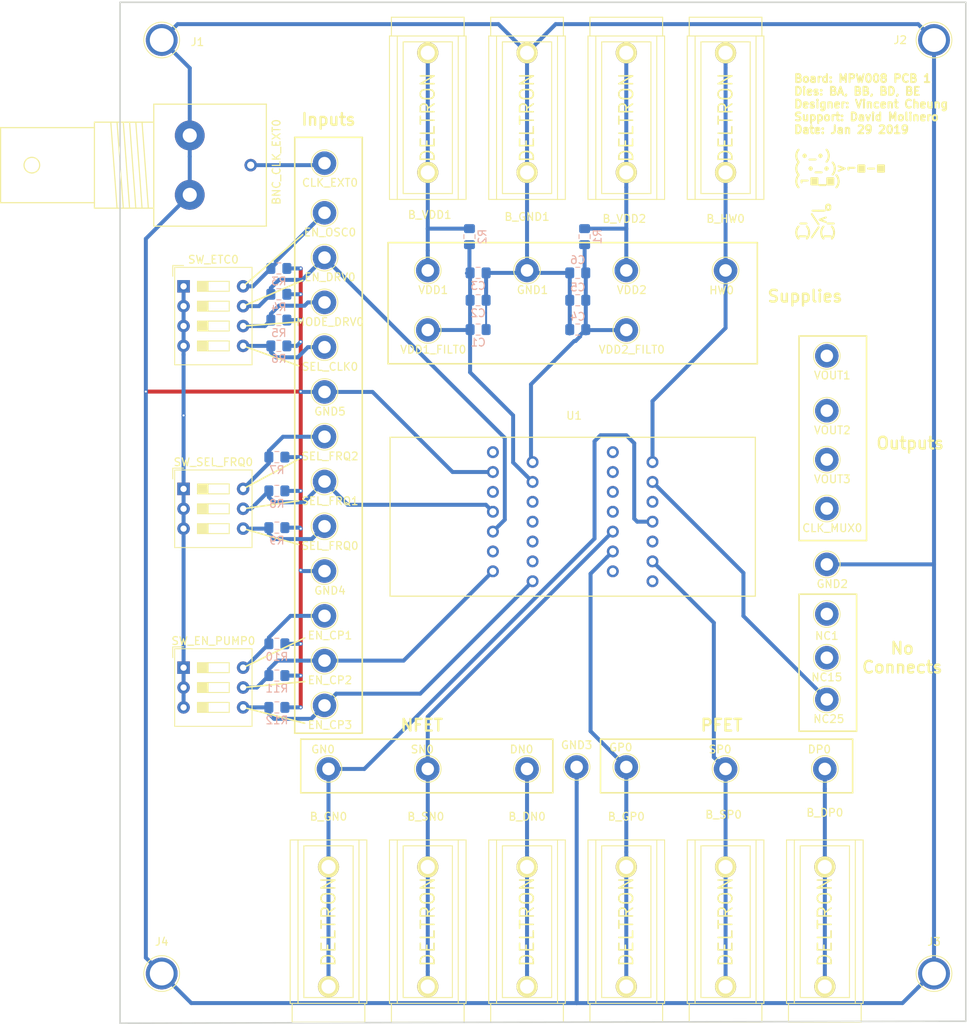
<source format=kicad_pcb>
(kicad_pcb (version 20171130) (host pcbnew "(5.0.2)-1")

  (general
    (thickness 1.6)
    (drawings 46)
    (tracks 334)
    (zones 0)
    (modules 71)
    (nets 31)
  )

  (page USLetter)
  (title_block
    (title "MPW008 Test board")
    (date 2019-01-10)
    (company Wispry)
    (comment 1 "Designed by DMG")
  )

  (layers
    (0 F.Cu signal)
    (1 In1.Cu signal)
    (2 In2.Cu signal)
    (31 B.Cu signal)
    (34 B.Paste user)
    (36 B.SilkS user)
    (37 F.SilkS user)
    (38 B.Mask user)
    (39 F.Mask user)
    (44 Edge.Cuts user)
    (45 Margin user)
    (46 B.CrtYd user)
    (47 F.CrtYd user)
    (48 B.Fab user)
    (49 F.Fab user)
  )

  (setup
    (last_trace_width 0.127)
    (user_trace_width 0.508)
    (user_trace_width 1.27)
    (trace_clearance 0.127)
    (zone_clearance 0.508)
    (zone_45_only no)
    (trace_min 0.127)
    (segment_width 0.2)
    (edge_width 0.15)
    (via_size 0.4572)
    (via_drill 0.254)
    (via_min_size 0.4572)
    (via_min_drill 0.254)
    (uvia_size 0.4572)
    (uvia_drill 0.254)
    (uvias_allowed no)
    (uvia_min_size 0)
    (uvia_min_drill 0)
    (pcb_text_width 0.3)
    (pcb_text_size 1.5 1.5)
    (mod_edge_width 0.15)
    (mod_text_size 1 1)
    (mod_text_width 0.15)
    (pad_size 1.524 1.524)
    (pad_drill 0.762)
    (pad_to_mask_clearance 0.2)
    (solder_mask_min_width 0.25)
    (aux_axis_origin 0 0)
    (grid_origin 48.768 20.32)
    (visible_elements 7FFFFFFF)
    (pcbplotparams
      (layerselection 0x00034_ffffffff)
      (usegerberextensions false)
      (usegerberattributes false)
      (usegerberadvancedattributes false)
      (creategerberjobfile false)
      (excludeedgelayer true)
      (linewidth 0.100000)
      (plotframeref false)
      (viasonmask false)
      (mode 1)
      (useauxorigin false)
      (hpglpennumber 1)
      (hpglpenspeed 20)
      (hpglpendiameter 15.000000)
      (psnegative false)
      (psa4output false)
      (plotreference true)
      (plotvalue true)
      (plotinvisibletext false)
      (padsonsilk false)
      (subtractmaskfromsilk false)
      (outputformat 4)
      (mirror false)
      (drillshape 0)
      (scaleselection 1)
      (outputdirectory "./"))
  )

  (net 0 "")
  (net 1 GND)
  (net 2 /VDD_FILT)
  (net 3 /VDD_2_FILT)
  (net 4 "Net-(B_VDD1-Pad1)")
  (net 5 "Net-(EN_CP3-Pad1)")
  (net 6 "Net-(MODE_DRV0-Pad1)")
  (net 7 "Net-(EN_CP2-Pad1)")
  (net 8 "Net-(B_VDD2-Pad1)")
  (net 9 "Net-(EN_OSC0-Pad1)")
  (net 10 "Net-(EN_DRV0-Pad1)")
  (net 11 "Net-(R7-Pad1)")
  (net 12 "Net-(R8-Pad1)")
  (net 13 "Net-(R9-Pad1)")
  (net 14 "Net-(EN_CP1-Pad1)")
  (net 15 "Net-(R6-Pad1)")
  (net 16 "Net-(NC1-Pad1)")
  (net 17 "Net-(NC15-Pad1)")
  (net 18 "Net-(NC25-Pad1)")
  (net 19 "Net-(B_HW0-Pad1)")
  (net 20 "Net-(BNC_CLK_EXT0-Pad1)")
  (net 21 "Net-(B_DN0-Pad1)")
  (net 22 "Net-(B_DP0-Pad1)")
  (net 23 "Net-(B_GN0-Pad1)")
  (net 24 "Net-(B_GP0-Pad1)")
  (net 25 "Net-(B_SN0-Pad1)")
  (net 26 "Net-(B_SP0-Pad1)")
  (net 27 "Net-(U1-Pad22)")
  (net 28 "Net-(U1-Pad24)")
  (net 29 "Net-(U1-Pad23)")
  (net 30 "Net-(CLK_MUX0-Pad1)")

  (net_class Default "This is the default net class."
    (clearance 0.127)
    (trace_width 0.127)
    (via_dia 0.4572)
    (via_drill 0.254)
    (uvia_dia 0.4572)
    (uvia_drill 0.254)
  )

  (net_class VC ""
    (clearance 0.508)
    (trace_width 0.508)
    (via_dia 0.4572)
    (via_drill 0.254)
    (uvia_dia 0.4572)
    (uvia_drill 0.254)
    (add_net /VDD_2_FILT)
    (add_net /VDD_FILT)
    (add_net GND)
    (add_net "Net-(BNC_CLK_EXT0-Pad1)")
    (add_net "Net-(B_DN0-Pad1)")
    (add_net "Net-(B_DP0-Pad1)")
    (add_net "Net-(B_GN0-Pad1)")
    (add_net "Net-(B_GP0-Pad1)")
    (add_net "Net-(B_HW0-Pad1)")
    (add_net "Net-(B_SN0-Pad1)")
    (add_net "Net-(B_SP0-Pad1)")
    (add_net "Net-(B_VDD1-Pad1)")
    (add_net "Net-(B_VDD2-Pad1)")
    (add_net "Net-(CLK_MUX0-Pad1)")
    (add_net "Net-(EN_CP1-Pad1)")
    (add_net "Net-(EN_CP2-Pad1)")
    (add_net "Net-(EN_CP3-Pad1)")
    (add_net "Net-(EN_DRV0-Pad1)")
    (add_net "Net-(EN_OSC0-Pad1)")
    (add_net "Net-(MODE_DRV0-Pad1)")
    (add_net "Net-(NC1-Pad1)")
    (add_net "Net-(NC15-Pad1)")
    (add_net "Net-(NC25-Pad1)")
    (add_net "Net-(R6-Pad1)")
    (add_net "Net-(R7-Pad1)")
    (add_net "Net-(R8-Pad1)")
    (add_net "Net-(R9-Pad1)")
    (add_net "Net-(U1-Pad22)")
    (add_net "Net-(U1-Pad23)")
    (add_net "Net-(U1-Pad24)")
  )

  (module 0000_VC_Library:Socket_28lead_dip_soic (layer F.Cu) (tedit 5C50F503) (tstamp 5C5BF54C)
    (at 88.646 82.296)
    (path /5C4BBAFB)
    (fp_text reference U1 (at 0.1778 -12.9286) (layer F.SilkS)
      (effects (font (size 1 1) (thickness 0.15)))
    )
    (fp_text value Socket_MPW008_BA_BB_BD_BE (at 0.2032 -11.049) (layer F.Fab)
      (effects (font (size 1 1) (thickness 0.15)))
    )
    (fp_line (start 23.368 10.16) (end -23.368 10.16) (layer F.SilkS) (width 0.15))
    (fp_line (start 23.368 -10.16) (end -23.368 -10.16) (layer F.SilkS) (width 0.15))
    (fp_line (start 23.368 -10.16) (end 23.368 10.16) (layer F.SilkS) (width 0.15))
    (fp_line (start -23.368 -10.16) (end -23.368 10.16) (layer F.SilkS) (width 0.15))
    (pad 1 thru_hole circle (at -10.2108 -8.255) (size 1.524 1.524) (drill 0.889) (layers *.Cu *.Mask)
      (net 16 "Net-(NC1-Pad1)"))
    (pad "" np_thru_hole circle (at 0 0) (size 1.5748 1.5748) (drill 1.5748) (layers *.Cu *.Mask))
    (pad 2 thru_hole circle (at -5.1308 -6.985) (size 1.524 1.524) (drill 0.889) (layers *.Cu *.Mask)
      (net 3 /VDD_2_FILT))
    (pad 3 thru_hole circle (at -10.2108 -5.715) (size 1.524 1.524) (drill 0.889) (layers *.Cu *.Mask)
      (net 1 GND))
    (pad 4 thru_hole circle (at -5.1308 -4.445) (size 1.524 1.524) (drill 0.889) (layers *.Cu *.Mask)
      (net 2 /VDD_FILT))
    (pad 5 thru_hole circle (at -10.2108 -3.175) (size 1.524 1.524) (drill 0.889) (layers *.Cu *.Mask)
      (net 9 "Net-(EN_OSC0-Pad1)"))
    (pad 6 thru_hole circle (at -5.1308 -1.905) (size 1.524 1.524) (drill 0.889) (layers *.Cu *.Mask)
      (net 13 "Net-(R9-Pad1)"))
    (pad 7 thru_hole circle (at -10.2108 -0.635) (size 1.524 1.524) (drill 0.889) (layers *.Cu *.Mask)
      (net 12 "Net-(R8-Pad1)"))
    (pad 8 thru_hole circle (at -5.1308 0.635) (size 1.524 1.524) (drill 0.889) (layers *.Cu *.Mask)
      (net 11 "Net-(R7-Pad1)"))
    (pad 9 thru_hole circle (at -10.2108 1.905) (size 1.524 1.524) (drill 0.889) (layers *.Cu *.Mask)
      (net 10 "Net-(EN_DRV0-Pad1)"))
    (pad 10 thru_hole circle (at -5.1308 3.175) (size 1.524 1.524) (drill 0.889) (layers *.Cu *.Mask)
      (net 6 "Net-(MODE_DRV0-Pad1)"))
    (pad 11 thru_hole circle (at -10.2108 4.445) (size 1.524 1.524) (drill 0.889) (layers *.Cu *.Mask)
      (net 15 "Net-(R6-Pad1)"))
    (pad 12 thru_hole circle (at -5.1308 5.715) (size 1.524 1.524) (drill 0.889) (layers *.Cu *.Mask)
      (net 14 "Net-(EN_CP1-Pad1)"))
    (pad 13 thru_hole circle (at -10.2108 6.985) (size 1.524 1.524) (drill 0.889) (layers *.Cu *.Mask)
      (net 7 "Net-(EN_CP2-Pad1)"))
    (pad 14 thru_hole circle (at -5.1308 8.255) (size 1.524 1.524) (drill 0.889) (layers *.Cu *.Mask)
      (net 5 "Net-(EN_CP3-Pad1)"))
    (pad 15 thru_hole circle (at 10.2108 8.255) (size 1.524 1.524) (drill 0.889) (layers *.Cu *.Mask)
      (net 17 "Net-(NC15-Pad1)"))
    (pad 16 thru_hole circle (at 5.1308 6.985) (size 1.524 1.524) (drill 0.889) (layers *.Cu *.Mask)
      (net 22 "Net-(B_DP0-Pad1)"))
    (pad 17 thru_hole circle (at 10.2108 5.715) (size 1.524 1.524) (drill 0.889) (layers *.Cu *.Mask)
      (net 26 "Net-(B_SP0-Pad1)"))
    (pad 18 thru_hole circle (at 5.1308 4.445) (size 1.524 1.524) (drill 0.889) (layers *.Cu *.Mask)
      (net 24 "Net-(B_GP0-Pad1)"))
    (pad 19 thru_hole circle (at 10.2108 3.175) (size 1.524 1.524) (drill 0.889) (layers *.Cu *.Mask)
      (net 21 "Net-(B_DN0-Pad1)"))
    (pad 20 thru_hole circle (at 5.1308 1.905) (size 1.524 1.524) (drill 0.889) (layers *.Cu *.Mask)
      (net 25 "Net-(B_SN0-Pad1)"))
    (pad 21 thru_hole circle (at 10.2108 0.635) (size 1.524 1.524) (drill 0.889) (layers *.Cu *.Mask)
      (net 23 "Net-(B_GN0-Pad1)"))
    (pad 22 thru_hole circle (at 5.1308 -0.635) (size 1.524 1.524) (drill 0.889) (layers *.Cu *.Mask)
      (net 27 "Net-(U1-Pad22)"))
    (pad 23 thru_hole circle (at 10.2108 -1.905) (size 1.524 1.524) (drill 0.889) (layers *.Cu *.Mask)
      (net 29 "Net-(U1-Pad23)"))
    (pad 24 thru_hole circle (at 5.1308 -3.175) (size 1.524 1.524) (drill 0.889) (layers *.Cu *.Mask)
      (net 28 "Net-(U1-Pad24)"))
    (pad 25 thru_hole circle (at 10.2108 -4.445) (size 1.524 1.524) (drill 0.889) (layers *.Cu *.Mask)
      (net 18 "Net-(NC25-Pad1)"))
    (pad 26 thru_hole circle (at 5.1308 -5.715) (size 1.524 1.524) (drill 0.889) (layers *.Cu *.Mask)
      (net 20 "Net-(BNC_CLK_EXT0-Pad1)"))
    (pad 27 thru_hole circle (at 10.2108 -6.985) (size 1.524 1.524) (drill 0.889) (layers *.Cu *.Mask)
      (net 19 "Net-(B_HW0-Pad1)"))
    (pad 28 thru_hole circle (at 5.1308 -8.255) (size 1.524 1.524) (drill 0.889) (layers *.Cu *.Mask)
      (net 30 "Net-(CLK_MUX0-Pad1)"))
    (model ${VC_3D_DIR}/Socket_28lead_dip_soic.wrl
      (offset (xyz -3 0 3.5))
      (scale (xyz 1 1 1))
      (rotate (xyz 0 0 0))
    )
  )

  (module 0000_VC_Library:TestPoint_Loop_D2.60mm_Drill1.6mm_Beaded_black (layer F.Cu) (tedit 5C50F523) (tstamp 5C598D74)
    (at 89.154 114.3)
    (descr "wire loop with bead as test point, loop diameter2.6mm, hole diameter 1.6mm")
    (tags "test point wire loop bead")
    (path /5C506167)
    (fp_text reference GND3 (at 0 -2.794) (layer F.SilkS)
      (effects (font (size 1 1) (thickness 0.15)))
    )
    (fp_text value Testpoint_black (at 0 -2.8) (layer F.Fab)
      (effects (font (size 1 1) (thickness 0.15)))
    )
    (fp_text user %R (at 0.7 2.5) (layer F.Fab)
      (effects (font (size 1 1) (thickness 0.15)))
    )
    (fp_circle (center 0 0) (end 1.5 0) (layer F.Fab) (width 0.12))
    (fp_circle (center 0 0) (end 1.7 0) (layer F.SilkS) (width 0.12))
    (fp_circle (center 0 0) (end 2 0) (layer F.CrtYd) (width 0.05))
    (fp_line (start 1.3 -0.3) (end -1.3 -0.3) (layer F.Fab) (width 0.12))
    (fp_line (start 1.3 0.3) (end 1.3 -0.3) (layer F.Fab) (width 0.12))
    (fp_line (start -1.3 0.3) (end 1.3 0.3) (layer F.Fab) (width 0.12))
    (fp_line (start -1.3 -0.3) (end -1.3 0.3) (layer F.Fab) (width 0.12))
    (pad 1 thru_hole circle (at 0 0) (size 3 3) (drill 1.6) (layers *.Cu *.Mask)
      (net 1 GND))
    (model ${VC_3D_DIR}/TestPoint_Loop_D2_60mm_Drill0_9mm_Beaded_black.wrl
      (at (xyz 0 0 0))
      (scale (xyz 1 1 1))
      (rotate (xyz 0 0 0))
    )
  )

  (module 0000_VC_Library:TestPoint_Loop_D2.60mm_Drill1.6mm_Beaded_orange (layer F.Cu) (tedit 5C50F54E) (tstamp 5C585F6C)
    (at 56.896 37.084)
    (descr "wire loop with bead as test point, loop diameter2.6mm, hole diameter 1.6mm")
    (tags "test point wire loop bead")
    (path /5C4AD8C3)
    (fp_text reference CLK_EXT0 (at 0.7 2.5) (layer F.SilkS)
      (effects (font (size 1 1) (thickness 0.15)))
    )
    (fp_text value Testpoint_orange (at 0 -2.8) (layer F.Fab)
      (effects (font (size 1 1) (thickness 0.15)))
    )
    (fp_text user %R (at 0.7 2.5) (layer F.Fab)
      (effects (font (size 1 1) (thickness 0.15)))
    )
    (fp_circle (center 0 0) (end 1.5 0) (layer F.Fab) (width 0.12))
    (fp_circle (center 0 0) (end 1.7 0) (layer F.SilkS) (width 0.12))
    (fp_circle (center 0 0) (end 2 0) (layer F.CrtYd) (width 0.05))
    (fp_line (start 1.3 -0.3) (end -1.3 -0.3) (layer F.Fab) (width 0.12))
    (fp_line (start 1.3 0.3) (end 1.3 -0.3) (layer F.Fab) (width 0.12))
    (fp_line (start -1.3 0.3) (end 1.3 0.3) (layer F.Fab) (width 0.12))
    (fp_line (start -1.3 -0.3) (end -1.3 0.3) (layer F.Fab) (width 0.12))
    (pad 1 thru_hole circle (at 0 0) (size 3 3) (drill 1.6) (layers *.Cu *.Mask)
      (net 20 "Net-(BNC_CLK_EXT0-Pad1)"))
    (model ${VC_3D_DIR}/TestPoint_Loop_D2_60mm_Drill0_9mm_Beaded_orange.wrl
      (at (xyz 0 0 0))
      (scale (xyz 1 1 1))
      (rotate (xyz 0 0 0))
    )
  )

  (module 0000_VC_Library:TestPoint_Loop_D2.60mm_Drill1.6mm_Beaded_green (layer F.Cu) (tedit 5C50F53E) (tstamp 5C58287B)
    (at 95.504 114.3 180)
    (descr "wire loop with bead as test point, loop diameter2.6mm, hole diameter 1.6mm")
    (tags "test point wire loop bead")
    (path /5C4AE090)
    (fp_text reference GP0 (at 0.7 2.5 180) (layer F.SilkS)
      (effects (font (size 1 1) (thickness 0.15)))
    )
    (fp_text value Testpoint_green (at 0 -2.8 180) (layer F.Fab)
      (effects (font (size 1 1) (thickness 0.15)))
    )
    (fp_text user %R (at 0.7 2.5 180) (layer F.Fab)
      (effects (font (size 1 1) (thickness 0.15)))
    )
    (fp_circle (center 0 0) (end 1.5 0) (layer F.Fab) (width 0.12))
    (fp_circle (center 0 0) (end 1.7 0) (layer F.SilkS) (width 0.12))
    (fp_circle (center 0 0) (end 2 0) (layer F.CrtYd) (width 0.05))
    (fp_line (start 1.3 -0.3) (end -1.3 -0.3) (layer F.Fab) (width 0.12))
    (fp_line (start 1.3 0.3) (end 1.3 -0.3) (layer F.Fab) (width 0.12))
    (fp_line (start -1.3 0.3) (end 1.3 0.3) (layer F.Fab) (width 0.12))
    (fp_line (start -1.3 -0.3) (end -1.3 0.3) (layer F.Fab) (width 0.12))
    (pad 1 thru_hole circle (at 0 0 180) (size 3 3) (drill 1.6) (layers *.Cu *.Mask)
      (net 24 "Net-(B_GP0-Pad1)"))
    (model ${VC_3D_DIR}/TestPoint_Loop_D2_60mm_Drill0_9mm_Beaded_green.wrl
      (at (xyz 0 0 0))
      (scale (xyz 1 1 1))
      (rotate (xyz 0 0 0))
    )
  )

  (module 0000_VC_Library:BNC_Molex_73100_0105 (layer F.Cu) (tedit 5C50F4F2) (tstamp 5C58132B)
    (at 35.052 37.338 90)
    (descr "BNC Socket TYCO AMP")
    (tags "BNC Socket TYCO AMP")
    (path /5C6ADC43)
    (fp_text reference BNC_CLK_EXT0 (at 0.40132 15.69212 90) (layer F.SilkS)
      (effects (font (size 1 1) (thickness 0.15)))
    )
    (fp_text value BNC_female (at 0 18.03908 270) (layer F.Fab)
      (effects (font (size 1 1) (thickness 0.15)))
    )
    (fp_line (start -5.4991 -4.70084) (end 5.4991 -5.50094) (layer F.SilkS) (width 0.15))
    (fp_line (start -5.4991 -3.90074) (end 5.4991 -4.70084) (layer F.SilkS) (width 0.15))
    (fp_line (start -5.4991 -3.10064) (end 5.4991 -3.90074) (layer F.SilkS) (width 0.15))
    (fp_line (start -5.4991 -2.30054) (end 5.4991 -3.10064) (layer F.SilkS) (width 0.15))
    (fp_line (start -5.4991 -1.50044) (end 5.4991 -2.30054) (layer F.SilkS) (width 0.15))
    (fp_line (start -5.4991 -0.70034) (end 5.4991 -1.50044) (layer F.SilkS) (width 0.15))
    (fp_circle (center 0 -15.59998) (end 1.00076 -15.59998) (layer F.SilkS) (width 0.15))
    (fp_line (start 4.8006 -7.59898) (end 4.8006 -19.60048) (layer F.SilkS) (width 0.15))
    (fp_line (start 4.8006 -19.60048) (end -4.8006 -19.60048) (layer F.SilkS) (width 0.15))
    (fp_line (start -4.8006 -19.60048) (end -4.8006 -7.59898) (layer F.SilkS) (width 0.15))
    (fp_line (start 5.4991 -0.1009) (end 5.4991 -7.59898) (layer F.SilkS) (width 0.15))
    (fp_line (start 5.4991 -7.59898) (end -5.4991 -7.59898) (layer F.SilkS) (width 0.15))
    (fp_line (start -5.4991 -7.59898) (end -5.4991 -0.1009) (layer F.SilkS) (width 0.15))
    (fp_line (start -7.80034 14.4) (end 7.80034 14.4) (layer F.SilkS) (width 0.15))
    (fp_line (start 7.80034 0) (end 7.80034 14.4) (layer F.SilkS) (width 0.15))
    (fp_line (start 7.80034 0) (end -7.80034 0) (layer F.SilkS) (width 0.15))
    (fp_line (start -7.80034 0) (end -7.80034 14.4) (layer F.SilkS) (width 0.15))
    (pad 2 thru_hole circle (at -3.8 4.6 90) (size 3.81 3.81) (drill 1.8034) (layers *.Cu *.Mask)
      (net 1 GND))
    (pad 2 thru_hole circle (at 3.8 4.6 90) (size 3.81 3.81) (drill 1.8034) (layers *.Cu *.Mask)
      (net 1 GND))
    (pad 1 thru_hole circle (at 0 12.4 90) (size 1.6002 1.6002) (drill 0.9144) (layers *.Cu *.Mask)
      (net 20 "Net-(BNC_CLK_EXT0-Pad1)"))
    (model ${VC_3D_DIR}/BNC_Molex_73100_0131_2.step
      (offset (xyz 0 3 5))
      (scale (xyz 1 1 1))
      (rotate (xyz -90 0 180))
    )
  )

  (module 0000_VC_Library:Banana_socket_4mm_571_green (layer F.Cu) (tedit 5C52610A) (tstamp 5C56B99C)
    (at 82.804 134.734 90)
    (path /5C5BEB03)
    (fp_text reference B_DN0 (at 14.084 0 180) (layer F.SilkS)
      (effects (font (size 1 1) (thickness 0.15)))
    )
    (fp_text value Banana_socket_4mm_green (at 0 6.35 90) (layer F.SilkS) hide
      (effects (font (size 0.8128 0.8128) (thickness 0.0762)))
    )
    (fp_line (start 11.1 -4.9) (end -9.8 -4.9) (layer F.SilkS) (width 0.127))
    (fp_line (start 11.1 4.9) (end 11.1 -4.9) (layer F.SilkS) (width 0.127))
    (fp_line (start -9.8 4.9) (end 11.1 4.9) (layer F.SilkS) (width 0.127))
    (fp_line (start -9.8 -4.9) (end -9.8 4.9) (layer F.SilkS) (width 0.127))
    (fp_line (start -12.2 4.65) (end -9.8 4.65) (layer F.SilkS) (width 0.127))
    (fp_line (start -12.2 -4.65) (end -12.2 4.65) (layer F.SilkS) (width 0.127))
    (fp_line (start -9.8 -4.65) (end -12.2 -4.65) (layer F.SilkS) (width 0.127))
    (fp_text user DELTRON (at 0.635 0 90) (layer F.SilkS)
      (effects (font (size 1.75 1.75) (thickness 0.2)))
    )
    (fp_line (start -9.8 -3.9) (end 11.1 -3.9) (layer F.SilkS) (width 0.127))
    (fp_line (start -9.8 3.9) (end 11.1 3.9) (layer F.SilkS) (width 0.127))
    (fp_line (start -9.05 3.15) (end -9.05 -3.15) (layer F.SilkS) (width 0.127))
    (fp_line (start 10.35 3.15) (end -9.05 3.15) (layer F.SilkS) (width 0.127))
    (fp_line (start 10.35 -3.15) (end 10.35 3.15) (layer F.SilkS) (width 0.127))
    (fp_line (start -9.05 -3.15) (end 10.35 -3.15) (layer F.SilkS) (width 0.127))
    (pad 2 thru_hole circle (at 7.65 0 90) (size 2.7 2.7) (drill 1.8) (layers *.Cu *.Mask F.SilkS)
      (net 21 "Net-(B_DN0-Pad1)"))
    (pad 1 thru_hole circle (at -7.65 0 90) (size 2.7 2.7) (drill 1.8) (layers *.Cu *.Mask F.SilkS)
      (net 21 "Net-(B_DN0-Pad1)"))
    (model ${VC_3D_DIR}/Banana_socket_green_4mm.step
      (offset (xyz -7.5 0 0))
      (scale (xyz 1 1 1))
      (rotate (xyz 0 0 90))
    )
  )

  (module 0000_VC_Library:Banana_socket_4mm_571_green (layer F.Cu) (tedit 5C526102) (tstamp 5C56B989)
    (at 120.904 134.734 90)
    (path /5C6524E5)
    (fp_text reference B_DP0 (at 14.592 0 180) (layer F.SilkS)
      (effects (font (size 1 1) (thickness 0.15)))
    )
    (fp_text value Banana_socket_4mm_green (at 0 6.35 90) (layer F.SilkS) hide
      (effects (font (size 0.8128 0.8128) (thickness 0.0762)))
    )
    (fp_line (start 11.1 -4.9) (end -9.8 -4.9) (layer F.SilkS) (width 0.127))
    (fp_line (start 11.1 4.9) (end 11.1 -4.9) (layer F.SilkS) (width 0.127))
    (fp_line (start -9.8 4.9) (end 11.1 4.9) (layer F.SilkS) (width 0.127))
    (fp_line (start -9.8 -4.9) (end -9.8 4.9) (layer F.SilkS) (width 0.127))
    (fp_line (start -12.2 4.65) (end -9.8 4.65) (layer F.SilkS) (width 0.127))
    (fp_line (start -12.2 -4.65) (end -12.2 4.65) (layer F.SilkS) (width 0.127))
    (fp_line (start -9.8 -4.65) (end -12.2 -4.65) (layer F.SilkS) (width 0.127))
    (fp_text user DELTRON (at 0.635 0 90) (layer F.SilkS)
      (effects (font (size 1.75 1.75) (thickness 0.2)))
    )
    (fp_line (start -9.8 -3.9) (end 11.1 -3.9) (layer F.SilkS) (width 0.127))
    (fp_line (start -9.8 3.9) (end 11.1 3.9) (layer F.SilkS) (width 0.127))
    (fp_line (start -9.05 3.15) (end -9.05 -3.15) (layer F.SilkS) (width 0.127))
    (fp_line (start 10.35 3.15) (end -9.05 3.15) (layer F.SilkS) (width 0.127))
    (fp_line (start 10.35 -3.15) (end 10.35 3.15) (layer F.SilkS) (width 0.127))
    (fp_line (start -9.05 -3.15) (end 10.35 -3.15) (layer F.SilkS) (width 0.127))
    (pad 2 thru_hole circle (at 7.65 0 90) (size 2.7 2.7) (drill 1.8) (layers *.Cu *.Mask F.SilkS)
      (net 22 "Net-(B_DP0-Pad1)"))
    (pad 1 thru_hole circle (at -7.65 0 90) (size 2.7 2.7) (drill 1.8) (layers *.Cu *.Mask F.SilkS)
      (net 22 "Net-(B_DP0-Pad1)"))
    (model ${VC_3D_DIR}/Banana_socket_green_4mm.step
      (offset (xyz -7.5 0 0))
      (scale (xyz 1 1 1))
      (rotate (xyz 0 0 90))
    )
  )

  (module 0000_VC_Library:Banana_socket_4mm_571_green (layer F.Cu) (tedit 5C5260E0) (tstamp 5C56B976)
    (at 57.404 134.734 90)
    (path /5C4B6004)
    (fp_text reference B_GN0 (at 14.084 0 180) (layer F.SilkS)
      (effects (font (size 1 1) (thickness 0.15)))
    )
    (fp_text value Banana_socket_4mm_green (at 0 6.35 90) (layer F.SilkS) hide
      (effects (font (size 0.8128 0.8128) (thickness 0.0762)))
    )
    (fp_line (start 11.1 -4.9) (end -9.8 -4.9) (layer F.SilkS) (width 0.127))
    (fp_line (start 11.1 4.9) (end 11.1 -4.9) (layer F.SilkS) (width 0.127))
    (fp_line (start -9.8 4.9) (end 11.1 4.9) (layer F.SilkS) (width 0.127))
    (fp_line (start -9.8 -4.9) (end -9.8 4.9) (layer F.SilkS) (width 0.127))
    (fp_line (start -12.2 4.65) (end -9.8 4.65) (layer F.SilkS) (width 0.127))
    (fp_line (start -12.2 -4.65) (end -12.2 4.65) (layer F.SilkS) (width 0.127))
    (fp_line (start -9.8 -4.65) (end -12.2 -4.65) (layer F.SilkS) (width 0.127))
    (fp_text user DELTRON (at 0.635 0 90) (layer F.SilkS)
      (effects (font (size 1.75 1.75) (thickness 0.2)))
    )
    (fp_line (start -9.8 -3.9) (end 11.1 -3.9) (layer F.SilkS) (width 0.127))
    (fp_line (start -9.8 3.9) (end 11.1 3.9) (layer F.SilkS) (width 0.127))
    (fp_line (start -9.05 3.15) (end -9.05 -3.15) (layer F.SilkS) (width 0.127))
    (fp_line (start 10.35 3.15) (end -9.05 3.15) (layer F.SilkS) (width 0.127))
    (fp_line (start 10.35 -3.15) (end 10.35 3.15) (layer F.SilkS) (width 0.127))
    (fp_line (start -9.05 -3.15) (end 10.35 -3.15) (layer F.SilkS) (width 0.127))
    (pad 2 thru_hole circle (at 7.65 0 90) (size 2.7 2.7) (drill 1.8) (layers *.Cu *.Mask F.SilkS)
      (net 23 "Net-(B_GN0-Pad1)"))
    (pad 1 thru_hole circle (at -7.65 0 90) (size 2.7 2.7) (drill 1.8) (layers *.Cu *.Mask F.SilkS)
      (net 23 "Net-(B_GN0-Pad1)"))
    (model ${VC_3D_DIR}/Banana_socket_green_4mm.step
      (offset (xyz -7.5 0 0))
      (scale (xyz 1 1 1))
      (rotate (xyz 0 0 90))
    )
  )

  (module 0000_VC_Library:Banana_socket_4mm_571_green (layer F.Cu) (tedit 5C526107) (tstamp 5C52A4E4)
    (at 95.504 134.734 90)
    (path /5C5C28B5)
    (fp_text reference B_GP0 (at 14.084 0 180) (layer F.SilkS)
      (effects (font (size 1 1) (thickness 0.15)))
    )
    (fp_text value Banana_socket_4mm_green (at 0 6.35 90) (layer F.SilkS) hide
      (effects (font (size 0.8128 0.8128) (thickness 0.0762)))
    )
    (fp_line (start 11.1 -4.9) (end -9.8 -4.9) (layer F.SilkS) (width 0.127))
    (fp_line (start 11.1 4.9) (end 11.1 -4.9) (layer F.SilkS) (width 0.127))
    (fp_line (start -9.8 4.9) (end 11.1 4.9) (layer F.SilkS) (width 0.127))
    (fp_line (start -9.8 -4.9) (end -9.8 4.9) (layer F.SilkS) (width 0.127))
    (fp_line (start -12.2 4.65) (end -9.8 4.65) (layer F.SilkS) (width 0.127))
    (fp_line (start -12.2 -4.65) (end -12.2 4.65) (layer F.SilkS) (width 0.127))
    (fp_line (start -9.8 -4.65) (end -12.2 -4.65) (layer F.SilkS) (width 0.127))
    (fp_text user DELTRON (at 0.635 0 90) (layer F.SilkS)
      (effects (font (size 1.75 1.75) (thickness 0.2)))
    )
    (fp_line (start -9.8 -3.9) (end 11.1 -3.9) (layer F.SilkS) (width 0.127))
    (fp_line (start -9.8 3.9) (end 11.1 3.9) (layer F.SilkS) (width 0.127))
    (fp_line (start -9.05 3.15) (end -9.05 -3.15) (layer F.SilkS) (width 0.127))
    (fp_line (start 10.35 3.15) (end -9.05 3.15) (layer F.SilkS) (width 0.127))
    (fp_line (start 10.35 -3.15) (end 10.35 3.15) (layer F.SilkS) (width 0.127))
    (fp_line (start -9.05 -3.15) (end 10.35 -3.15) (layer F.SilkS) (width 0.127))
    (pad 2 thru_hole circle (at 7.65 0 90) (size 2.7 2.7) (drill 1.8) (layers *.Cu *.Mask F.SilkS)
      (net 24 "Net-(B_GP0-Pad1)"))
    (pad 1 thru_hole circle (at -7.65 0 90) (size 2.7 2.7) (drill 1.8) (layers *.Cu *.Mask F.SilkS)
      (net 24 "Net-(B_GP0-Pad1)"))
    (model ${VC_3D_DIR}/Banana_socket_green_4mm.step
      (offset (xyz -7.5 0 0))
      (scale (xyz 1 1 1))
      (rotate (xyz 0 0 90))
    )
  )

  (module 0000_VC_Library:Banana_socket_4mm_571_green (layer F.Cu) (tedit 5C52610D) (tstamp 5C52A043)
    (at 70.104 134.734 90)
    (path /5C5BAEB5)
    (fp_text reference B_SN0 (at 14.084 -0.254 180) (layer F.SilkS)
      (effects (font (size 1 1) (thickness 0.15)))
    )
    (fp_text value Banana_socket_4mm_green (at 0 6.35 90) (layer F.SilkS) hide
      (effects (font (size 0.8128 0.8128) (thickness 0.0762)))
    )
    (fp_line (start 11.1 -4.9) (end -9.8 -4.9) (layer F.SilkS) (width 0.127))
    (fp_line (start 11.1 4.9) (end 11.1 -4.9) (layer F.SilkS) (width 0.127))
    (fp_line (start -9.8 4.9) (end 11.1 4.9) (layer F.SilkS) (width 0.127))
    (fp_line (start -9.8 -4.9) (end -9.8 4.9) (layer F.SilkS) (width 0.127))
    (fp_line (start -12.2 4.65) (end -9.8 4.65) (layer F.SilkS) (width 0.127))
    (fp_line (start -12.2 -4.65) (end -12.2 4.65) (layer F.SilkS) (width 0.127))
    (fp_line (start -9.8 -4.65) (end -12.2 -4.65) (layer F.SilkS) (width 0.127))
    (fp_text user DELTRON (at 0.635 0 90) (layer F.SilkS)
      (effects (font (size 1.75 1.75) (thickness 0.2)))
    )
    (fp_line (start -9.8 -3.9) (end 11.1 -3.9) (layer F.SilkS) (width 0.127))
    (fp_line (start -9.8 3.9) (end 11.1 3.9) (layer F.SilkS) (width 0.127))
    (fp_line (start -9.05 3.15) (end -9.05 -3.15) (layer F.SilkS) (width 0.127))
    (fp_line (start 10.35 3.15) (end -9.05 3.15) (layer F.SilkS) (width 0.127))
    (fp_line (start 10.35 -3.15) (end 10.35 3.15) (layer F.SilkS) (width 0.127))
    (fp_line (start -9.05 -3.15) (end 10.35 -3.15) (layer F.SilkS) (width 0.127))
    (pad 2 thru_hole circle (at 7.65 0 90) (size 2.7 2.7) (drill 1.8) (layers *.Cu *.Mask F.SilkS)
      (net 25 "Net-(B_SN0-Pad1)"))
    (pad 1 thru_hole circle (at -7.65 0 90) (size 2.7 2.7) (drill 1.8) (layers *.Cu *.Mask F.SilkS)
      (net 25 "Net-(B_SN0-Pad1)"))
    (model ${VC_3D_DIR}/Banana_socket_green_4mm.step
      (offset (xyz -7.5 0 0))
      (scale (xyz 1 1 1))
      (rotate (xyz 0 0 90))
    )
  )

  (module 0000_VC_Library:Banana_socket_4mm_571_green (layer F.Cu) (tedit 5C526104) (tstamp 5C56B93D)
    (at 108.204 134.734 90)
    (path /5C5C67C9)
    (fp_text reference B_SP0 (at 14.338 -0.254 180) (layer F.SilkS)
      (effects (font (size 1 1) (thickness 0.15)))
    )
    (fp_text value Banana_socket_4mm_green (at 0 6.35 90) (layer F.SilkS) hide
      (effects (font (size 0.8128 0.8128) (thickness 0.0762)))
    )
    (fp_line (start 11.1 -4.9) (end -9.8 -4.9) (layer F.SilkS) (width 0.127))
    (fp_line (start 11.1 4.9) (end 11.1 -4.9) (layer F.SilkS) (width 0.127))
    (fp_line (start -9.8 4.9) (end 11.1 4.9) (layer F.SilkS) (width 0.127))
    (fp_line (start -9.8 -4.9) (end -9.8 4.9) (layer F.SilkS) (width 0.127))
    (fp_line (start -12.2 4.65) (end -9.8 4.65) (layer F.SilkS) (width 0.127))
    (fp_line (start -12.2 -4.65) (end -12.2 4.65) (layer F.SilkS) (width 0.127))
    (fp_line (start -9.8 -4.65) (end -12.2 -4.65) (layer F.SilkS) (width 0.127))
    (fp_text user DELTRON (at 0.635 0 90) (layer F.SilkS)
      (effects (font (size 1.75 1.75) (thickness 0.2)))
    )
    (fp_line (start -9.8 -3.9) (end 11.1 -3.9) (layer F.SilkS) (width 0.127))
    (fp_line (start -9.8 3.9) (end 11.1 3.9) (layer F.SilkS) (width 0.127))
    (fp_line (start -9.05 3.15) (end -9.05 -3.15) (layer F.SilkS) (width 0.127))
    (fp_line (start 10.35 3.15) (end -9.05 3.15) (layer F.SilkS) (width 0.127))
    (fp_line (start 10.35 -3.15) (end 10.35 3.15) (layer F.SilkS) (width 0.127))
    (fp_line (start -9.05 -3.15) (end 10.35 -3.15) (layer F.SilkS) (width 0.127))
    (pad 2 thru_hole circle (at 7.65 0 90) (size 2.7 2.7) (drill 1.8) (layers *.Cu *.Mask F.SilkS)
      (net 26 "Net-(B_SP0-Pad1)"))
    (pad 1 thru_hole circle (at -7.65 0 90) (size 2.7 2.7) (drill 1.8) (layers *.Cu *.Mask F.SilkS)
      (net 26 "Net-(B_SP0-Pad1)"))
    (model ${VC_3D_DIR}/Banana_socket_green_4mm.step
      (offset (xyz -7.5 0 0))
      (scale (xyz 1 1 1))
      (rotate (xyz 0 0 90))
    )
  )

  (module 0000_VC_Library:TestPoint_Loop_D2.60mm_Drill1.6mm_Beaded_green (layer F.Cu) (tedit 5C50F53E) (tstamp 5C56B7DA)
    (at 108.204 114.554 180)
    (descr "wire loop with bead as test point, loop diameter2.6mm, hole diameter 1.6mm")
    (tags "test point wire loop bead")
    (path /5C4AE117)
    (fp_text reference SP0 (at 0.7 2.5 180) (layer F.SilkS)
      (effects (font (size 1 1) (thickness 0.15)))
    )
    (fp_text value Testpoint_green (at 0 -2.8 180) (layer F.Fab)
      (effects (font (size 1 1) (thickness 0.15)))
    )
    (fp_text user %R (at 0.7 2.5 180) (layer F.Fab)
      (effects (font (size 1 1) (thickness 0.15)))
    )
    (fp_circle (center 0 0) (end 1.5 0) (layer F.Fab) (width 0.12))
    (fp_circle (center 0 0) (end 1.7 0) (layer F.SilkS) (width 0.12))
    (fp_circle (center 0 0) (end 2 0) (layer F.CrtYd) (width 0.05))
    (fp_line (start 1.3 -0.3) (end -1.3 -0.3) (layer F.Fab) (width 0.12))
    (fp_line (start 1.3 0.3) (end 1.3 -0.3) (layer F.Fab) (width 0.12))
    (fp_line (start -1.3 0.3) (end 1.3 0.3) (layer F.Fab) (width 0.12))
    (fp_line (start -1.3 -0.3) (end -1.3 0.3) (layer F.Fab) (width 0.12))
    (pad 1 thru_hole circle (at 0 0 180) (size 3 3) (drill 1.6) (layers *.Cu *.Mask)
      (net 26 "Net-(B_SP0-Pad1)"))
    (model ${VC_3D_DIR}/TestPoint_Loop_D2_60mm_Drill0_9mm_Beaded_green.wrl
      (at (xyz 0 0 0))
      (scale (xyz 1 1 1))
      (rotate (xyz 0 0 0))
    )
  )

  (module 0000_VC_Library:TestPoint_Loop_D2.60mm_Drill1.6mm_Beaded_green (layer F.Cu) (tedit 5C50F53E) (tstamp 5C56B7CE)
    (at 70.104 114.554 180)
    (descr "wire loop with bead as test point, loop diameter2.6mm, hole diameter 1.6mm")
    (tags "test point wire loop bead")
    (path /5C4B5423)
    (fp_text reference SN0 (at 0.7 2.5 180) (layer F.SilkS)
      (effects (font (size 1 1) (thickness 0.15)))
    )
    (fp_text value Testpoint_green (at 0 -2.8 180) (layer F.Fab)
      (effects (font (size 1 1) (thickness 0.15)))
    )
    (fp_text user %R (at 0.7 2.5 180) (layer F.Fab)
      (effects (font (size 1 1) (thickness 0.15)))
    )
    (fp_circle (center 0 0) (end 1.5 0) (layer F.Fab) (width 0.12))
    (fp_circle (center 0 0) (end 1.7 0) (layer F.SilkS) (width 0.12))
    (fp_circle (center 0 0) (end 2 0) (layer F.CrtYd) (width 0.05))
    (fp_line (start 1.3 -0.3) (end -1.3 -0.3) (layer F.Fab) (width 0.12))
    (fp_line (start 1.3 0.3) (end 1.3 -0.3) (layer F.Fab) (width 0.12))
    (fp_line (start -1.3 0.3) (end 1.3 0.3) (layer F.Fab) (width 0.12))
    (fp_line (start -1.3 -0.3) (end -1.3 0.3) (layer F.Fab) (width 0.12))
    (pad 1 thru_hole circle (at 0 0 180) (size 3 3) (drill 1.6) (layers *.Cu *.Mask)
      (net 25 "Net-(B_SN0-Pad1)"))
    (model ${VC_3D_DIR}/TestPoint_Loop_D2_60mm_Drill0_9mm_Beaded_green.wrl
      (at (xyz 0 0 0))
      (scale (xyz 1 1 1))
      (rotate (xyz 0 0 0))
    )
  )

  (module 0000_VC_Library:TestPoint_Loop_D2.60mm_Drill1.6mm_Beaded_green (layer F.Cu) (tedit 5C50F53E) (tstamp 5C56B7AA)
    (at 57.404 114.554 180)
    (descr "wire loop with bead as test point, loop diameter2.6mm, hole diameter 1.6mm")
    (tags "test point wire loop bead")
    (path /5C4AF3D6)
    (fp_text reference GN0 (at 0.7 2.5 180) (layer F.SilkS)
      (effects (font (size 1 1) (thickness 0.15)))
    )
    (fp_text value Testpoint_green (at 0 -2.8 180) (layer F.Fab)
      (effects (font (size 1 1) (thickness 0.15)))
    )
    (fp_text user %R (at 0.7 2.5 180) (layer F.Fab)
      (effects (font (size 1 1) (thickness 0.15)))
    )
    (fp_circle (center 0 0) (end 1.5 0) (layer F.Fab) (width 0.12))
    (fp_circle (center 0 0) (end 1.7 0) (layer F.SilkS) (width 0.12))
    (fp_circle (center 0 0) (end 2 0) (layer F.CrtYd) (width 0.05))
    (fp_line (start 1.3 -0.3) (end -1.3 -0.3) (layer F.Fab) (width 0.12))
    (fp_line (start 1.3 0.3) (end 1.3 -0.3) (layer F.Fab) (width 0.12))
    (fp_line (start -1.3 0.3) (end 1.3 0.3) (layer F.Fab) (width 0.12))
    (fp_line (start -1.3 -0.3) (end -1.3 0.3) (layer F.Fab) (width 0.12))
    (pad 1 thru_hole circle (at 0 0 180) (size 3 3) (drill 1.6) (layers *.Cu *.Mask)
      (net 23 "Net-(B_GN0-Pad1)"))
    (model ${VC_3D_DIR}/TestPoint_Loop_D2_60mm_Drill0_9mm_Beaded_green.wrl
      (at (xyz 0 0 0))
      (scale (xyz 1 1 1))
      (rotate (xyz 0 0 0))
    )
  )

  (module 0000_VC_Library:TestPoint_Loop_D2.60mm_Drill1.6mm_Beaded_green (layer F.Cu) (tedit 5C50F53E) (tstamp 5C56B79E)
    (at 120.904 114.554 180)
    (descr "wire loop with bead as test point, loop diameter2.6mm, hole diameter 1.6mm")
    (tags "test point wire loop bead")
    (path /5C4AE19E)
    (fp_text reference DP0 (at 0.7 2.5 180) (layer F.SilkS)
      (effects (font (size 1 1) (thickness 0.15)))
    )
    (fp_text value Testpoint_green (at 0 -2.8 180) (layer F.Fab)
      (effects (font (size 1 1) (thickness 0.15)))
    )
    (fp_text user %R (at 0.7 2.5 180) (layer F.Fab)
      (effects (font (size 1 1) (thickness 0.15)))
    )
    (fp_circle (center 0 0) (end 1.5 0) (layer F.Fab) (width 0.12))
    (fp_circle (center 0 0) (end 1.7 0) (layer F.SilkS) (width 0.12))
    (fp_circle (center 0 0) (end 2 0) (layer F.CrtYd) (width 0.05))
    (fp_line (start 1.3 -0.3) (end -1.3 -0.3) (layer F.Fab) (width 0.12))
    (fp_line (start 1.3 0.3) (end 1.3 -0.3) (layer F.Fab) (width 0.12))
    (fp_line (start -1.3 0.3) (end 1.3 0.3) (layer F.Fab) (width 0.12))
    (fp_line (start -1.3 -0.3) (end -1.3 0.3) (layer F.Fab) (width 0.12))
    (pad 1 thru_hole circle (at 0 0 180) (size 3 3) (drill 1.6) (layers *.Cu *.Mask)
      (net 22 "Net-(B_DP0-Pad1)"))
    (model ${VC_3D_DIR}/TestPoint_Loop_D2_60mm_Drill0_9mm_Beaded_green.wrl
      (at (xyz 0 0 0))
      (scale (xyz 1 1 1))
      (rotate (xyz 0 0 0))
    )
  )

  (module 0000_VC_Library:TestPoint_Loop_D2.60mm_Drill1.6mm_Beaded_green (layer F.Cu) (tedit 5C50F53E) (tstamp 5C56B792)
    (at 82.804 114.554 180)
    (descr "wire loop with bead as test point, loop diameter2.6mm, hole diameter 1.6mm")
    (tags "test point wire loop bead")
    (path /5C4ADE53)
    (fp_text reference DN0 (at 0.7 2.5 180) (layer F.SilkS)
      (effects (font (size 1 1) (thickness 0.15)))
    )
    (fp_text value Testpoint_green (at 0 -2.8 180) (layer F.Fab)
      (effects (font (size 1 1) (thickness 0.15)))
    )
    (fp_text user %R (at 0.7 2.5 180) (layer F.Fab)
      (effects (font (size 1 1) (thickness 0.15)))
    )
    (fp_circle (center 0 0) (end 1.5 0) (layer F.Fab) (width 0.12))
    (fp_circle (center 0 0) (end 1.7 0) (layer F.SilkS) (width 0.12))
    (fp_circle (center 0 0) (end 2 0) (layer F.CrtYd) (width 0.05))
    (fp_line (start 1.3 -0.3) (end -1.3 -0.3) (layer F.Fab) (width 0.12))
    (fp_line (start 1.3 0.3) (end 1.3 -0.3) (layer F.Fab) (width 0.12))
    (fp_line (start -1.3 0.3) (end 1.3 0.3) (layer F.Fab) (width 0.12))
    (fp_line (start -1.3 -0.3) (end -1.3 0.3) (layer F.Fab) (width 0.12))
    (pad 1 thru_hole circle (at 0 0 180) (size 3 3) (drill 1.6) (layers *.Cu *.Mask)
      (net 21 "Net-(B_DN0-Pad1)"))
    (model ${VC_3D_DIR}/TestPoint_Loop_D2_60mm_Drill0_9mm_Beaded_green.wrl
      (at (xyz 0 0 0))
      (scale (xyz 1 1 1))
      (rotate (xyz 0 0 0))
    )
  )

  (module 0000_VC_Library:TestPoint_Loop_D2.60mm_Drill1.6mm_Beaded_white (layer F.Cu) (tedit 5C50F570) (tstamp 5C563DFC)
    (at 121.158 105.664)
    (descr "wire loop with bead as test point, loop diameter2.6mm, hole diameter 1.6mm")
    (tags "test point wire loop bead")
    (path /5C4AD92A)
    (fp_text reference NC25 (at 0.254 2.5) (layer F.SilkS)
      (effects (font (size 1 1) (thickness 0.15)))
    )
    (fp_text value Testpoint_white (at 0 -2.8) (layer F.Fab)
      (effects (font (size 1 1) (thickness 0.15)))
    )
    (fp_text user %R (at 0.7 2.5) (layer F.Fab)
      (effects (font (size 1 1) (thickness 0.15)))
    )
    (fp_circle (center 0 0) (end 1.5 0) (layer F.Fab) (width 0.12))
    (fp_circle (center 0 0) (end 1.7 0) (layer F.SilkS) (width 0.12))
    (fp_circle (center 0 0) (end 2 0) (layer F.CrtYd) (width 0.05))
    (fp_line (start 1.3 -0.3) (end -1.3 -0.3) (layer F.Fab) (width 0.12))
    (fp_line (start 1.3 0.3) (end 1.3 -0.3) (layer F.Fab) (width 0.12))
    (fp_line (start -1.3 0.3) (end 1.3 0.3) (layer F.Fab) (width 0.12))
    (fp_line (start -1.3 -0.3) (end -1.3 0.3) (layer F.Fab) (width 0.12))
    (pad 1 thru_hole circle (at 0 0) (size 3 3) (drill 1.6) (layers *.Cu *.Mask)
      (net 18 "Net-(NC25-Pad1)"))
    (model ${VC_3D_DIR}/TestPoint_Loop_D2_60mm_Drill0_9mm_Beaded_white.wrl
      (at (xyz 0 0 0))
      (scale (xyz 1 1 1))
      (rotate (xyz 0 0 0))
    )
  )

  (module 0000_VC_Library:TestPoint_Loop_D2.60mm_Drill1.6mm_Beaded_white (layer F.Cu) (tedit 5C50F570) (tstamp 5C563DD8)
    (at 121.158 100.33)
    (descr "wire loop with bead as test point, loop diameter2.6mm, hole diameter 1.6mm")
    (tags "test point wire loop bead")
    (path /5C4AE22D)
    (fp_text reference NC15 (at 0 2.5) (layer F.SilkS)
      (effects (font (size 1 1) (thickness 0.15)))
    )
    (fp_text value Testpoint_white (at 0 -2.8) (layer F.Fab)
      (effects (font (size 1 1) (thickness 0.15)))
    )
    (fp_text user %R (at 0.7 2.5) (layer F.Fab)
      (effects (font (size 1 1) (thickness 0.15)))
    )
    (fp_circle (center 0 0) (end 1.5 0) (layer F.Fab) (width 0.12))
    (fp_circle (center 0 0) (end 1.7 0) (layer F.SilkS) (width 0.12))
    (fp_circle (center 0 0) (end 2 0) (layer F.CrtYd) (width 0.05))
    (fp_line (start 1.3 -0.3) (end -1.3 -0.3) (layer F.Fab) (width 0.12))
    (fp_line (start 1.3 0.3) (end 1.3 -0.3) (layer F.Fab) (width 0.12))
    (fp_line (start -1.3 0.3) (end 1.3 0.3) (layer F.Fab) (width 0.12))
    (fp_line (start -1.3 -0.3) (end -1.3 0.3) (layer F.Fab) (width 0.12))
    (pad 1 thru_hole circle (at 0 0) (size 3 3) (drill 1.6) (layers *.Cu *.Mask)
      (net 17 "Net-(NC15-Pad1)"))
    (model ${VC_3D_DIR}/TestPoint_Loop_D2_60mm_Drill0_9mm_Beaded_white.wrl
      (at (xyz 0 0 0))
      (scale (xyz 1 1 1))
      (rotate (xyz 0 0 0))
    )
  )

  (module 0000_VC_Library:TestPoint_Loop_D2.60mm_Drill1.6mm_Beaded_white (layer F.Cu) (tedit 5C50F570) (tstamp 5C563E20)
    (at 121.158 94.742)
    (descr "wire loop with bead as test point, loop diameter2.6mm, hole diameter 1.6mm")
    (tags "test point wire loop bead")
    (path /5C4B801C)
    (fp_text reference NC1 (at 0 2.794) (layer F.SilkS)
      (effects (font (size 1 1) (thickness 0.15)))
    )
    (fp_text value Testpoint_white (at 0 -2.8) (layer F.Fab)
      (effects (font (size 1 1) (thickness 0.15)))
    )
    (fp_text user %R (at 0.7 2.5) (layer F.Fab)
      (effects (font (size 1 1) (thickness 0.15)))
    )
    (fp_circle (center 0 0) (end 1.5 0) (layer F.Fab) (width 0.12))
    (fp_circle (center 0 0) (end 1.7 0) (layer F.SilkS) (width 0.12))
    (fp_circle (center 0 0) (end 2 0) (layer F.CrtYd) (width 0.05))
    (fp_line (start 1.3 -0.3) (end -1.3 -0.3) (layer F.Fab) (width 0.12))
    (fp_line (start 1.3 0.3) (end 1.3 -0.3) (layer F.Fab) (width 0.12))
    (fp_line (start -1.3 0.3) (end 1.3 0.3) (layer F.Fab) (width 0.12))
    (fp_line (start -1.3 -0.3) (end -1.3 0.3) (layer F.Fab) (width 0.12))
    (pad 1 thru_hole circle (at 0 0) (size 3 3) (drill 1.6) (layers *.Cu *.Mask)
      (net 16 "Net-(NC1-Pad1)"))
    (model ${VC_3D_DIR}/TestPoint_Loop_D2_60mm_Drill0_9mm_Beaded_white.wrl
      (at (xyz 0 0 0))
      (scale (xyz 1 1 1))
      (rotate (xyz 0 0 0))
    )
  )

  (module 0000_VC_Library:TestPoint_Loop_D2.60mm_Drill1.6mm_Beaded_orange (layer F.Cu) (tedit 5C50F54E) (tstamp 5C55B0FC)
    (at 56.896 83.519815)
    (descr "wire loop with bead as test point, loop diameter2.6mm, hole diameter 1.6mm")
    (tags "test point wire loop bead")
    (path /5C4B9657)
    (fp_text reference SEL_FRQ0 (at 0.7 2.5) (layer F.SilkS)
      (effects (font (size 1 1) (thickness 0.15)))
    )
    (fp_text value Testpoint_orange (at 0 -2.8) (layer F.Fab)
      (effects (font (size 1 1) (thickness 0.15)))
    )
    (fp_text user %R (at 0.7 2.5) (layer F.Fab)
      (effects (font (size 1 1) (thickness 0.15)))
    )
    (fp_circle (center 0 0) (end 1.5 0) (layer F.Fab) (width 0.12))
    (fp_circle (center 0 0) (end 1.7 0) (layer F.SilkS) (width 0.12))
    (fp_circle (center 0 0) (end 2 0) (layer F.CrtYd) (width 0.05))
    (fp_line (start 1.3 -0.3) (end -1.3 -0.3) (layer F.Fab) (width 0.12))
    (fp_line (start 1.3 0.3) (end 1.3 -0.3) (layer F.Fab) (width 0.12))
    (fp_line (start -1.3 0.3) (end 1.3 0.3) (layer F.Fab) (width 0.12))
    (fp_line (start -1.3 -0.3) (end -1.3 0.3) (layer F.Fab) (width 0.12))
    (pad 1 thru_hole circle (at 0 0) (size 3 3) (drill 1.6) (layers *.Cu *.Mask)
      (net 13 "Net-(R9-Pad1)"))
    (model ${VC_3D_DIR}/TestPoint_Loop_D2_60mm_Drill0_9mm_Beaded_orange.wrl
      (at (xyz 0 0 0))
      (scale (xyz 1 1 1))
      (rotate (xyz 0 0 0))
    )
  )

  (module 0000_VC_Library:TestPoint_Loop_D2.60mm_Drill1.6mm_Beaded_black (layer F.Cu) (tedit 5C50F523) (tstamp 5C5557EF)
    (at 56.896 66.34018)
    (descr "wire loop with bead as test point, loop diameter2.6mm, hole diameter 1.6mm")
    (tags "test point wire loop bead")
    (path /5C6F3A0A)
    (fp_text reference GND5 (at 0.7 2.5) (layer F.SilkS)
      (effects (font (size 1 1) (thickness 0.15)))
    )
    (fp_text value Testpoint_black (at 0 -2.8) (layer F.Fab)
      (effects (font (size 1 1) (thickness 0.15)))
    )
    (fp_text user %R (at 0.7 2.5) (layer F.Fab)
      (effects (font (size 1 1) (thickness 0.15)))
    )
    (fp_circle (center 0 0) (end 1.5 0) (layer F.Fab) (width 0.12))
    (fp_circle (center 0 0) (end 1.7 0) (layer F.SilkS) (width 0.12))
    (fp_circle (center 0 0) (end 2 0) (layer F.CrtYd) (width 0.05))
    (fp_line (start 1.3 -0.3) (end -1.3 -0.3) (layer F.Fab) (width 0.12))
    (fp_line (start 1.3 0.3) (end 1.3 -0.3) (layer F.Fab) (width 0.12))
    (fp_line (start -1.3 0.3) (end 1.3 0.3) (layer F.Fab) (width 0.12))
    (fp_line (start -1.3 -0.3) (end -1.3 0.3) (layer F.Fab) (width 0.12))
    (pad 1 thru_hole circle (at 0 0) (size 3 3) (drill 1.6) (layers *.Cu *.Mask)
      (net 1 GND))
    (model ${VC_3D_DIR}/TestPoint_Loop_D2_60mm_Drill0_9mm_Beaded_black.wrl
      (at (xyz 0 0 0))
      (scale (xyz 1 1 1))
      (rotate (xyz 0 0 0))
    )
  )

  (module 0000_VC_Library:TestPoint_Loop_D2.60mm_Drill1.6mm_Beaded_black (layer F.Cu) (tedit 5C50F523) (tstamp 5C555781)
    (at 56.896 89.24636)
    (descr "wire loop with bead as test point, loop diameter2.6mm, hole diameter 1.6mm")
    (tags "test point wire loop bead")
    (path /5C6CB51D)
    (fp_text reference GND4 (at 0.7 2.5) (layer F.SilkS)
      (effects (font (size 1 1) (thickness 0.15)))
    )
    (fp_text value Testpoint_black (at 0 -2.8) (layer F.Fab)
      (effects (font (size 1 1) (thickness 0.15)))
    )
    (fp_text user %R (at 0.7 2.5) (layer F.Fab)
      (effects (font (size 1 1) (thickness 0.15)))
    )
    (fp_circle (center 0 0) (end 1.5 0) (layer F.Fab) (width 0.12))
    (fp_circle (center 0 0) (end 1.7 0) (layer F.SilkS) (width 0.12))
    (fp_circle (center 0 0) (end 2 0) (layer F.CrtYd) (width 0.05))
    (fp_line (start 1.3 -0.3) (end -1.3 -0.3) (layer F.Fab) (width 0.12))
    (fp_line (start 1.3 0.3) (end 1.3 -0.3) (layer F.Fab) (width 0.12))
    (fp_line (start -1.3 0.3) (end 1.3 0.3) (layer F.Fab) (width 0.12))
    (fp_line (start -1.3 -0.3) (end -1.3 0.3) (layer F.Fab) (width 0.12))
    (pad 1 thru_hole circle (at 0 0) (size 3 3) (drill 1.6) (layers *.Cu *.Mask)
      (net 1 GND))
    (model ${VC_3D_DIR}/TestPoint_Loop_D2_60mm_Drill0_9mm_Beaded_black.wrl
      (at (xyz 0 0 0))
      (scale (xyz 1 1 1))
      (rotate (xyz 0 0 0))
    )
  )

  (module Resistor_SMD:R_0805_2012Metric_Pad1.15x1.40mm_HandSolder (layer B.Cu) (tedit 5B36C52B) (tstamp 5C545842)
    (at 50.8 106.68)
    (descr "Resistor SMD 0805 (2012 Metric), square (rectangular) end terminal, IPC_7351 nominal with elongated pad for handsoldering. (Body size source: https://docs.google.com/spreadsheets/d/1BsfQQcO9C6DZCsRaXUlFlo91Tg2WpOkGARC1WS5S8t0/edit?usp=sharing), generated with kicad-footprint-generator")
    (tags "resistor handsolder")
    (path /5C581485)
    (attr smd)
    (fp_text reference R12 (at 0 1.65) (layer B.SilkS)
      (effects (font (size 1 1) (thickness 0.15)) (justify mirror))
    )
    (fp_text value Res_10Mohm_SMD_805 (at 0 -1.65) (layer B.Fab)
      (effects (font (size 1 1) (thickness 0.15)) (justify mirror))
    )
    (fp_text user %R (at 0 0) (layer B.Fab)
      (effects (font (size 0.5 0.5) (thickness 0.08)) (justify mirror))
    )
    (fp_line (start 1.85 -0.95) (end -1.85 -0.95) (layer B.CrtYd) (width 0.05))
    (fp_line (start 1.85 0.95) (end 1.85 -0.95) (layer B.CrtYd) (width 0.05))
    (fp_line (start -1.85 0.95) (end 1.85 0.95) (layer B.CrtYd) (width 0.05))
    (fp_line (start -1.85 -0.95) (end -1.85 0.95) (layer B.CrtYd) (width 0.05))
    (fp_line (start -0.261252 -0.71) (end 0.261252 -0.71) (layer B.SilkS) (width 0.12))
    (fp_line (start -0.261252 0.71) (end 0.261252 0.71) (layer B.SilkS) (width 0.12))
    (fp_line (start 1 -0.6) (end -1 -0.6) (layer B.Fab) (width 0.1))
    (fp_line (start 1 0.6) (end 1 -0.6) (layer B.Fab) (width 0.1))
    (fp_line (start -1 0.6) (end 1 0.6) (layer B.Fab) (width 0.1))
    (fp_line (start -1 -0.6) (end -1 0.6) (layer B.Fab) (width 0.1))
    (pad 2 smd roundrect (at 1.025 0) (size 1.15 1.4) (layers B.Cu B.Paste B.Mask) (roundrect_rratio 0.217391)
      (net 1 GND))
    (pad 1 smd roundrect (at -1.025 0) (size 1.15 1.4) (layers B.Cu B.Paste B.Mask) (roundrect_rratio 0.217391)
      (net 5 "Net-(EN_CP3-Pad1)"))
    (model ${KISYS3DMOD}/Resistor_SMD.3dshapes/R_0805_2012Metric.wrl
      (at (xyz 0 0 0))
      (scale (xyz 1 1 1))
      (rotate (xyz 0 0 0))
    )
  )

  (module Resistor_SMD:R_0805_2012Metric_Pad1.15x1.40mm_HandSolder (layer B.Cu) (tedit 5B36C52B) (tstamp 5C545842)
    (at 50.8 102.616)
    (descr "Resistor SMD 0805 (2012 Metric), square (rectangular) end terminal, IPC_7351 nominal with elongated pad for handsoldering. (Body size source: https://docs.google.com/spreadsheets/d/1BsfQQcO9C6DZCsRaXUlFlo91Tg2WpOkGARC1WS5S8t0/edit?usp=sharing), generated with kicad-footprint-generator")
    (tags "resistor handsolder")
    (path /5C5813D5)
    (attr smd)
    (fp_text reference R11 (at 0 1.65) (layer B.SilkS)
      (effects (font (size 1 1) (thickness 0.15)) (justify mirror))
    )
    (fp_text value Res_10Mohm_SMD_805 (at 0 -1.65) (layer B.Fab)
      (effects (font (size 1 1) (thickness 0.15)) (justify mirror))
    )
    (fp_text user %R (at 0 0) (layer B.Fab)
      (effects (font (size 0.5 0.5) (thickness 0.08)) (justify mirror))
    )
    (fp_line (start 1.85 -0.95) (end -1.85 -0.95) (layer B.CrtYd) (width 0.05))
    (fp_line (start 1.85 0.95) (end 1.85 -0.95) (layer B.CrtYd) (width 0.05))
    (fp_line (start -1.85 0.95) (end 1.85 0.95) (layer B.CrtYd) (width 0.05))
    (fp_line (start -1.85 -0.95) (end -1.85 0.95) (layer B.CrtYd) (width 0.05))
    (fp_line (start -0.261252 -0.71) (end 0.261252 -0.71) (layer B.SilkS) (width 0.12))
    (fp_line (start -0.261252 0.71) (end 0.261252 0.71) (layer B.SilkS) (width 0.12))
    (fp_line (start 1 -0.6) (end -1 -0.6) (layer B.Fab) (width 0.1))
    (fp_line (start 1 0.6) (end 1 -0.6) (layer B.Fab) (width 0.1))
    (fp_line (start -1 0.6) (end 1 0.6) (layer B.Fab) (width 0.1))
    (fp_line (start -1 -0.6) (end -1 0.6) (layer B.Fab) (width 0.1))
    (pad 2 smd roundrect (at 1.025 0) (size 1.15 1.4) (layers B.Cu B.Paste B.Mask) (roundrect_rratio 0.217391)
      (net 1 GND))
    (pad 1 smd roundrect (at -1.025 0) (size 1.15 1.4) (layers B.Cu B.Paste B.Mask) (roundrect_rratio 0.217391)
      (net 7 "Net-(EN_CP2-Pad1)"))
    (model ${KISYS3DMOD}/Resistor_SMD.3dshapes/R_0805_2012Metric.wrl
      (at (xyz 0 0 0))
      (scale (xyz 1 1 1))
      (rotate (xyz 0 0 0))
    )
  )

  (module 0000_VC_Library:TestPoint_Loop_D2.60mm_Drill1.6mm_Beaded_orange (layer F.Cu) (tedit 5C50F54E) (tstamp 5C555426)
    (at 56.896 43.434)
    (descr "wire loop with bead as test point, loop diameter2.6mm, hole diameter 1.6mm")
    (tags "test point wire loop bead")
    (path /5C4B9249)
    (fp_text reference EN_OSC0 (at 0.7 2.5) (layer F.SilkS)
      (effects (font (size 1 1) (thickness 0.15)))
    )
    (fp_text value Testpoint_orange (at 0 -2.8) (layer F.Fab)
      (effects (font (size 1 1) (thickness 0.15)))
    )
    (fp_text user %R (at 0.7 2.5) (layer F.Fab)
      (effects (font (size 1 1) (thickness 0.15)))
    )
    (fp_circle (center 0 0) (end 1.5 0) (layer F.Fab) (width 0.12))
    (fp_circle (center 0 0) (end 1.7 0) (layer F.SilkS) (width 0.12))
    (fp_circle (center 0 0) (end 2 0) (layer F.CrtYd) (width 0.05))
    (fp_line (start 1.3 -0.3) (end -1.3 -0.3) (layer F.Fab) (width 0.12))
    (fp_line (start 1.3 0.3) (end 1.3 -0.3) (layer F.Fab) (width 0.12))
    (fp_line (start -1.3 0.3) (end 1.3 0.3) (layer F.Fab) (width 0.12))
    (fp_line (start -1.3 -0.3) (end -1.3 0.3) (layer F.Fab) (width 0.12))
    (pad 1 thru_hole circle (at 0 0) (size 3 3) (drill 1.6) (layers *.Cu *.Mask)
      (net 9 "Net-(EN_OSC0-Pad1)"))
    (model ${VC_3D_DIR}/TestPoint_Loop_D2_60mm_Drill0_9mm_Beaded_orange.wrl
      (at (xyz 0 0 0))
      (scale (xyz 1 1 1))
      (rotate (xyz 0 0 0))
    )
  )

  (module Button_Switch_THT:SW_DIP_SPSTx03_Slide_9.78x9.8mm_W7.62mm_P2.54mm (layer F.Cu) (tedit 5A4E1404) (tstamp 5C53C638)
    (at 38.862 101.6)
    (descr "3x-dip-switch SPST , Slide, row spacing 7.62 mm (300 mils), body size 9.78x9.8mm (see e.g. https://www.ctscorp.com/wp-content/uploads/206-208.pdf)")
    (tags "DIP Switch SPST Slide 7.62mm 300mil")
    (path /5C4BE4C1)
    (fp_text reference SW_EN_PUMP0 (at 3.81 -3.42) (layer F.SilkS)
      (effects (font (size 1 1) (thickness 0.15)))
    )
    (fp_text value SW_DIP_x03 (at 3.81 8.5) (layer F.Fab)
      (effects (font (size 1 1) (thickness 0.15)))
    )
    (fp_text user on (at 5.365 -1.4975) (layer F.Fab)
      (effects (font (size 0.8 0.8) (thickness 0.12)))
    )
    (fp_text user %R (at 7.27 2.54 90) (layer F.Fab)
      (effects (font (size 0.8 0.8) (thickness 0.12)))
    )
    (fp_line (start 8.95 -2.7) (end -1.35 -2.7) (layer F.CrtYd) (width 0.05))
    (fp_line (start 8.95 7.75) (end 8.95 -2.7) (layer F.CrtYd) (width 0.05))
    (fp_line (start -1.35 7.75) (end 8.95 7.75) (layer F.CrtYd) (width 0.05))
    (fp_line (start -1.35 -2.7) (end -1.35 7.75) (layer F.CrtYd) (width 0.05))
    (fp_line (start 3.133333 4.445) (end 3.133333 5.715) (layer F.SilkS) (width 0.12))
    (fp_line (start 1.78 5.645) (end 3.133333 5.645) (layer F.SilkS) (width 0.12))
    (fp_line (start 1.78 5.525) (end 3.133333 5.525) (layer F.SilkS) (width 0.12))
    (fp_line (start 1.78 5.405) (end 3.133333 5.405) (layer F.SilkS) (width 0.12))
    (fp_line (start 1.78 5.285) (end 3.133333 5.285) (layer F.SilkS) (width 0.12))
    (fp_line (start 1.78 5.165) (end 3.133333 5.165) (layer F.SilkS) (width 0.12))
    (fp_line (start 1.78 5.045) (end 3.133333 5.045) (layer F.SilkS) (width 0.12))
    (fp_line (start 1.78 4.925) (end 3.133333 4.925) (layer F.SilkS) (width 0.12))
    (fp_line (start 1.78 4.805) (end 3.133333 4.805) (layer F.SilkS) (width 0.12))
    (fp_line (start 1.78 4.685) (end 3.133333 4.685) (layer F.SilkS) (width 0.12))
    (fp_line (start 1.78 4.565) (end 3.133333 4.565) (layer F.SilkS) (width 0.12))
    (fp_line (start 5.84 4.445) (end 1.78 4.445) (layer F.SilkS) (width 0.12))
    (fp_line (start 5.84 5.715) (end 5.84 4.445) (layer F.SilkS) (width 0.12))
    (fp_line (start 1.78 5.715) (end 5.84 5.715) (layer F.SilkS) (width 0.12))
    (fp_line (start 1.78 4.445) (end 1.78 5.715) (layer F.SilkS) (width 0.12))
    (fp_line (start 3.133333 1.905) (end 3.133333 3.175) (layer F.SilkS) (width 0.12))
    (fp_line (start 1.78 3.105) (end 3.133333 3.105) (layer F.SilkS) (width 0.12))
    (fp_line (start 1.78 2.985) (end 3.133333 2.985) (layer F.SilkS) (width 0.12))
    (fp_line (start 1.78 2.865) (end 3.133333 2.865) (layer F.SilkS) (width 0.12))
    (fp_line (start 1.78 2.745) (end 3.133333 2.745) (layer F.SilkS) (width 0.12))
    (fp_line (start 1.78 2.625) (end 3.133333 2.625) (layer F.SilkS) (width 0.12))
    (fp_line (start 1.78 2.505) (end 3.133333 2.505) (layer F.SilkS) (width 0.12))
    (fp_line (start 1.78 2.385) (end 3.133333 2.385) (layer F.SilkS) (width 0.12))
    (fp_line (start 1.78 2.265) (end 3.133333 2.265) (layer F.SilkS) (width 0.12))
    (fp_line (start 1.78 2.145) (end 3.133333 2.145) (layer F.SilkS) (width 0.12))
    (fp_line (start 1.78 2.025) (end 3.133333 2.025) (layer F.SilkS) (width 0.12))
    (fp_line (start 5.84 1.905) (end 1.78 1.905) (layer F.SilkS) (width 0.12))
    (fp_line (start 5.84 3.175) (end 5.84 1.905) (layer F.SilkS) (width 0.12))
    (fp_line (start 1.78 3.175) (end 5.84 3.175) (layer F.SilkS) (width 0.12))
    (fp_line (start 1.78 1.905) (end 1.78 3.175) (layer F.SilkS) (width 0.12))
    (fp_line (start 3.133333 -0.635) (end 3.133333 0.635) (layer F.SilkS) (width 0.12))
    (fp_line (start 1.78 0.565) (end 3.133333 0.565) (layer F.SilkS) (width 0.12))
    (fp_line (start 1.78 0.445) (end 3.133333 0.445) (layer F.SilkS) (width 0.12))
    (fp_line (start 1.78 0.325) (end 3.133333 0.325) (layer F.SilkS) (width 0.12))
    (fp_line (start 1.78 0.205) (end 3.133333 0.205) (layer F.SilkS) (width 0.12))
    (fp_line (start 1.78 0.085) (end 3.133333 0.085) (layer F.SilkS) (width 0.12))
    (fp_line (start 1.78 -0.035) (end 3.133333 -0.035) (layer F.SilkS) (width 0.12))
    (fp_line (start 1.78 -0.155) (end 3.133333 -0.155) (layer F.SilkS) (width 0.12))
    (fp_line (start 1.78 -0.275) (end 3.133333 -0.275) (layer F.SilkS) (width 0.12))
    (fp_line (start 1.78 -0.395) (end 3.133333 -0.395) (layer F.SilkS) (width 0.12))
    (fp_line (start 1.78 -0.515) (end 3.133333 -0.515) (layer F.SilkS) (width 0.12))
    (fp_line (start 5.84 -0.635) (end 1.78 -0.635) (layer F.SilkS) (width 0.12))
    (fp_line (start 5.84 0.635) (end 5.84 -0.635) (layer F.SilkS) (width 0.12))
    (fp_line (start 1.78 0.635) (end 5.84 0.635) (layer F.SilkS) (width 0.12))
    (fp_line (start 1.78 -0.635) (end 1.78 0.635) (layer F.SilkS) (width 0.12))
    (fp_line (start -1.38 -2.66) (end -1.38 -1.277) (layer F.SilkS) (width 0.12))
    (fp_line (start -1.38 -2.66) (end 0.004 -2.66) (layer F.SilkS) (width 0.12))
    (fp_line (start 8.76 -2.42) (end 8.76 7.5) (layer F.SilkS) (width 0.12))
    (fp_line (start -1.14 -2.42) (end -1.14 7.5) (layer F.SilkS) (width 0.12))
    (fp_line (start -1.14 7.5) (end 8.76 7.5) (layer F.SilkS) (width 0.12))
    (fp_line (start -1.14 -2.42) (end 8.76 -2.42) (layer F.SilkS) (width 0.12))
    (fp_line (start 3.133333 4.445) (end 3.133333 5.715) (layer F.Fab) (width 0.1))
    (fp_line (start 1.78 5.645) (end 3.133333 5.645) (layer F.Fab) (width 0.1))
    (fp_line (start 1.78 5.545) (end 3.133333 5.545) (layer F.Fab) (width 0.1))
    (fp_line (start 1.78 5.445) (end 3.133333 5.445) (layer F.Fab) (width 0.1))
    (fp_line (start 1.78 5.345) (end 3.133333 5.345) (layer F.Fab) (width 0.1))
    (fp_line (start 1.78 5.245) (end 3.133333 5.245) (layer F.Fab) (width 0.1))
    (fp_line (start 1.78 5.145) (end 3.133333 5.145) (layer F.Fab) (width 0.1))
    (fp_line (start 1.78 5.045) (end 3.133333 5.045) (layer F.Fab) (width 0.1))
    (fp_line (start 1.78 4.945) (end 3.133333 4.945) (layer F.Fab) (width 0.1))
    (fp_line (start 1.78 4.845) (end 3.133333 4.845) (layer F.Fab) (width 0.1))
    (fp_line (start 1.78 4.745) (end 3.133333 4.745) (layer F.Fab) (width 0.1))
    (fp_line (start 1.78 4.645) (end 3.133333 4.645) (layer F.Fab) (width 0.1))
    (fp_line (start 1.78 4.545) (end 3.133333 4.545) (layer F.Fab) (width 0.1))
    (fp_line (start 5.84 4.445) (end 1.78 4.445) (layer F.Fab) (width 0.1))
    (fp_line (start 5.84 5.715) (end 5.84 4.445) (layer F.Fab) (width 0.1))
    (fp_line (start 1.78 5.715) (end 5.84 5.715) (layer F.Fab) (width 0.1))
    (fp_line (start 1.78 4.445) (end 1.78 5.715) (layer F.Fab) (width 0.1))
    (fp_line (start 3.133333 1.905) (end 3.133333 3.175) (layer F.Fab) (width 0.1))
    (fp_line (start 1.78 3.105) (end 3.133333 3.105) (layer F.Fab) (width 0.1))
    (fp_line (start 1.78 3.005) (end 3.133333 3.005) (layer F.Fab) (width 0.1))
    (fp_line (start 1.78 2.905) (end 3.133333 2.905) (layer F.Fab) (width 0.1))
    (fp_line (start 1.78 2.805) (end 3.133333 2.805) (layer F.Fab) (width 0.1))
    (fp_line (start 1.78 2.705) (end 3.133333 2.705) (layer F.Fab) (width 0.1))
    (fp_line (start 1.78 2.605) (end 3.133333 2.605) (layer F.Fab) (width 0.1))
    (fp_line (start 1.78 2.505) (end 3.133333 2.505) (layer F.Fab) (width 0.1))
    (fp_line (start 1.78 2.405) (end 3.133333 2.405) (layer F.Fab) (width 0.1))
    (fp_line (start 1.78 2.305) (end 3.133333 2.305) (layer F.Fab) (width 0.1))
    (fp_line (start 1.78 2.205) (end 3.133333 2.205) (layer F.Fab) (width 0.1))
    (fp_line (start 1.78 2.105) (end 3.133333 2.105) (layer F.Fab) (width 0.1))
    (fp_line (start 1.78 2.005) (end 3.133333 2.005) (layer F.Fab) (width 0.1))
    (fp_line (start 5.84 1.905) (end 1.78 1.905) (layer F.Fab) (width 0.1))
    (fp_line (start 5.84 3.175) (end 5.84 1.905) (layer F.Fab) (width 0.1))
    (fp_line (start 1.78 3.175) (end 5.84 3.175) (layer F.Fab) (width 0.1))
    (fp_line (start 1.78 1.905) (end 1.78 3.175) (layer F.Fab) (width 0.1))
    (fp_line (start 3.133333 -0.635) (end 3.133333 0.635) (layer F.Fab) (width 0.1))
    (fp_line (start 1.78 0.565) (end 3.133333 0.565) (layer F.Fab) (width 0.1))
    (fp_line (start 1.78 0.465) (end 3.133333 0.465) (layer F.Fab) (width 0.1))
    (fp_line (start 1.78 0.365) (end 3.133333 0.365) (layer F.Fab) (width 0.1))
    (fp_line (start 1.78 0.265) (end 3.133333 0.265) (layer F.Fab) (width 0.1))
    (fp_line (start 1.78 0.165) (end 3.133333 0.165) (layer F.Fab) (width 0.1))
    (fp_line (start 1.78 0.065) (end 3.133333 0.065) (layer F.Fab) (width 0.1))
    (fp_line (start 1.78 -0.035) (end 3.133333 -0.035) (layer F.Fab) (width 0.1))
    (fp_line (start 1.78 -0.135) (end 3.133333 -0.135) (layer F.Fab) (width 0.1))
    (fp_line (start 1.78 -0.235) (end 3.133333 -0.235) (layer F.Fab) (width 0.1))
    (fp_line (start 1.78 -0.335) (end 3.133333 -0.335) (layer F.Fab) (width 0.1))
    (fp_line (start 1.78 -0.435) (end 3.133333 -0.435) (layer F.Fab) (width 0.1))
    (fp_line (start 1.78 -0.535) (end 3.133333 -0.535) (layer F.Fab) (width 0.1))
    (fp_line (start 5.84 -0.635) (end 1.78 -0.635) (layer F.Fab) (width 0.1))
    (fp_line (start 5.84 0.635) (end 5.84 -0.635) (layer F.Fab) (width 0.1))
    (fp_line (start 1.78 0.635) (end 5.84 0.635) (layer F.Fab) (width 0.1))
    (fp_line (start 1.78 -0.635) (end 1.78 0.635) (layer F.Fab) (width 0.1))
    (fp_line (start -1.08 -1.36) (end -0.08 -2.36) (layer F.Fab) (width 0.1))
    (fp_line (start -1.08 7.44) (end -1.08 -1.36) (layer F.Fab) (width 0.1))
    (fp_line (start 8.7 7.44) (end -1.08 7.44) (layer F.Fab) (width 0.1))
    (fp_line (start 8.7 -2.36) (end 8.7 7.44) (layer F.Fab) (width 0.1))
    (fp_line (start -0.08 -2.36) (end 8.7 -2.36) (layer F.Fab) (width 0.1))
    (pad 6 thru_hole oval (at 7.62 0) (size 1.6 1.6) (drill 0.8) (layers *.Cu *.Mask)
      (net 14 "Net-(EN_CP1-Pad1)"))
    (pad 3 thru_hole oval (at 0 5.08) (size 1.6 1.6) (drill 0.8) (layers *.Cu *.Mask)
      (net 2 /VDD_FILT))
    (pad 5 thru_hole oval (at 7.62 2.54) (size 1.6 1.6) (drill 0.8) (layers *.Cu *.Mask)
      (net 7 "Net-(EN_CP2-Pad1)"))
    (pad 2 thru_hole oval (at 0 2.54) (size 1.6 1.6) (drill 0.8) (layers *.Cu *.Mask)
      (net 2 /VDD_FILT))
    (pad 4 thru_hole oval (at 7.62 5.08) (size 1.6 1.6) (drill 0.8) (layers *.Cu *.Mask)
      (net 5 "Net-(EN_CP3-Pad1)"))
    (pad 1 thru_hole rect (at 0 0) (size 1.6 1.6) (drill 0.8) (layers *.Cu *.Mask)
      (net 2 /VDD_FILT))
    (model ${KISYS3DMOD}/Button_Switch_THT.3dshapes/SW_DIP_SPSTx03_Slide_9.78x9.8mm_W7.62mm_P2.54mm.wrl
      (at (xyz 0 0 0))
      (scale (xyz 1 1 1))
      (rotate (xyz 0 0 90))
    )
  )

  (module Button_Switch_THT:SW_DIP_SPSTx03_Slide_9.78x9.8mm_W7.62mm_P2.54mm (layer F.Cu) (tedit 5A4E1404) (tstamp 5C53DC3B)
    (at 38.862 78.74)
    (descr "3x-dip-switch SPST , Slide, row spacing 7.62 mm (300 mils), body size 9.78x9.8mm (see e.g. https://www.ctscorp.com/wp-content/uploads/206-208.pdf)")
    (tags "DIP Switch SPST Slide 7.62mm 300mil")
    (path /5C536DDD)
    (fp_text reference SW_SEL_FRQ0 (at 3.81 -3.42) (layer F.SilkS)
      (effects (font (size 1 1) (thickness 0.15)))
    )
    (fp_text value SW_DIP_x03 (at 3.81 8.5) (layer F.Fab)
      (effects (font (size 1 1) (thickness 0.15)))
    )
    (fp_text user on (at 5.365 -1.4975) (layer F.Fab)
      (effects (font (size 0.8 0.8) (thickness 0.12)))
    )
    (fp_text user %R (at 7.27 2.54 90) (layer F.Fab)
      (effects (font (size 0.8 0.8) (thickness 0.12)))
    )
    (fp_line (start 8.95 -2.7) (end -1.35 -2.7) (layer F.CrtYd) (width 0.05))
    (fp_line (start 8.95 7.75) (end 8.95 -2.7) (layer F.CrtYd) (width 0.05))
    (fp_line (start -1.35 7.75) (end 8.95 7.75) (layer F.CrtYd) (width 0.05))
    (fp_line (start -1.35 -2.7) (end -1.35 7.75) (layer F.CrtYd) (width 0.05))
    (fp_line (start 3.133333 4.445) (end 3.133333 5.715) (layer F.SilkS) (width 0.12))
    (fp_line (start 1.78 5.645) (end 3.133333 5.645) (layer F.SilkS) (width 0.12))
    (fp_line (start 1.78 5.525) (end 3.133333 5.525) (layer F.SilkS) (width 0.12))
    (fp_line (start 1.78 5.405) (end 3.133333 5.405) (layer F.SilkS) (width 0.12))
    (fp_line (start 1.78 5.285) (end 3.133333 5.285) (layer F.SilkS) (width 0.12))
    (fp_line (start 1.78 5.165) (end 3.133333 5.165) (layer F.SilkS) (width 0.12))
    (fp_line (start 1.78 5.045) (end 3.133333 5.045) (layer F.SilkS) (width 0.12))
    (fp_line (start 1.78 4.925) (end 3.133333 4.925) (layer F.SilkS) (width 0.12))
    (fp_line (start 1.78 4.805) (end 3.133333 4.805) (layer F.SilkS) (width 0.12))
    (fp_line (start 1.78 4.685) (end 3.133333 4.685) (layer F.SilkS) (width 0.12))
    (fp_line (start 1.78 4.565) (end 3.133333 4.565) (layer F.SilkS) (width 0.12))
    (fp_line (start 5.84 4.445) (end 1.78 4.445) (layer F.SilkS) (width 0.12))
    (fp_line (start 5.84 5.715) (end 5.84 4.445) (layer F.SilkS) (width 0.12))
    (fp_line (start 1.78 5.715) (end 5.84 5.715) (layer F.SilkS) (width 0.12))
    (fp_line (start 1.78 4.445) (end 1.78 5.715) (layer F.SilkS) (width 0.12))
    (fp_line (start 3.133333 1.905) (end 3.133333 3.175) (layer F.SilkS) (width 0.12))
    (fp_line (start 1.78 3.105) (end 3.133333 3.105) (layer F.SilkS) (width 0.12))
    (fp_line (start 1.78 2.985) (end 3.133333 2.985) (layer F.SilkS) (width 0.12))
    (fp_line (start 1.78 2.865) (end 3.133333 2.865) (layer F.SilkS) (width 0.12))
    (fp_line (start 1.78 2.745) (end 3.133333 2.745) (layer F.SilkS) (width 0.12))
    (fp_line (start 1.78 2.625) (end 3.133333 2.625) (layer F.SilkS) (width 0.12))
    (fp_line (start 1.78 2.505) (end 3.133333 2.505) (layer F.SilkS) (width 0.12))
    (fp_line (start 1.78 2.385) (end 3.133333 2.385) (layer F.SilkS) (width 0.12))
    (fp_line (start 1.78 2.265) (end 3.133333 2.265) (layer F.SilkS) (width 0.12))
    (fp_line (start 1.78 2.145) (end 3.133333 2.145) (layer F.SilkS) (width 0.12))
    (fp_line (start 1.78 2.025) (end 3.133333 2.025) (layer F.SilkS) (width 0.12))
    (fp_line (start 5.84 1.905) (end 1.78 1.905) (layer F.SilkS) (width 0.12))
    (fp_line (start 5.84 3.175) (end 5.84 1.905) (layer F.SilkS) (width 0.12))
    (fp_line (start 1.78 3.175) (end 5.84 3.175) (layer F.SilkS) (width 0.12))
    (fp_line (start 1.78 1.905) (end 1.78 3.175) (layer F.SilkS) (width 0.12))
    (fp_line (start 3.133333 -0.635) (end 3.133333 0.635) (layer F.SilkS) (width 0.12))
    (fp_line (start 1.78 0.565) (end 3.133333 0.565) (layer F.SilkS) (width 0.12))
    (fp_line (start 1.78 0.445) (end 3.133333 0.445) (layer F.SilkS) (width 0.12))
    (fp_line (start 1.78 0.325) (end 3.133333 0.325) (layer F.SilkS) (width 0.12))
    (fp_line (start 1.78 0.205) (end 3.133333 0.205) (layer F.SilkS) (width 0.12))
    (fp_line (start 1.78 0.085) (end 3.133333 0.085) (layer F.SilkS) (width 0.12))
    (fp_line (start 1.78 -0.035) (end 3.133333 -0.035) (layer F.SilkS) (width 0.12))
    (fp_line (start 1.78 -0.155) (end 3.133333 -0.155) (layer F.SilkS) (width 0.12))
    (fp_line (start 1.78 -0.275) (end 3.133333 -0.275) (layer F.SilkS) (width 0.12))
    (fp_line (start 1.78 -0.395) (end 3.133333 -0.395) (layer F.SilkS) (width 0.12))
    (fp_line (start 1.78 -0.515) (end 3.133333 -0.515) (layer F.SilkS) (width 0.12))
    (fp_line (start 5.84 -0.635) (end 1.78 -0.635) (layer F.SilkS) (width 0.12))
    (fp_line (start 5.84 0.635) (end 5.84 -0.635) (layer F.SilkS) (width 0.12))
    (fp_line (start 1.78 0.635) (end 5.84 0.635) (layer F.SilkS) (width 0.12))
    (fp_line (start 1.78 -0.635) (end 1.78 0.635) (layer F.SilkS) (width 0.12))
    (fp_line (start -1.38 -2.66) (end -1.38 -1.277) (layer F.SilkS) (width 0.12))
    (fp_line (start -1.38 -2.66) (end 0.004 -2.66) (layer F.SilkS) (width 0.12))
    (fp_line (start 8.76 -2.42) (end 8.76 7.5) (layer F.SilkS) (width 0.12))
    (fp_line (start -1.14 -2.42) (end -1.14 7.5) (layer F.SilkS) (width 0.12))
    (fp_line (start -1.14 7.5) (end 8.76 7.5) (layer F.SilkS) (width 0.12))
    (fp_line (start -1.14 -2.42) (end 8.76 -2.42) (layer F.SilkS) (width 0.12))
    (fp_line (start 3.133333 4.445) (end 3.133333 5.715) (layer F.Fab) (width 0.1))
    (fp_line (start 1.78 5.645) (end 3.133333 5.645) (layer F.Fab) (width 0.1))
    (fp_line (start 1.78 5.545) (end 3.133333 5.545) (layer F.Fab) (width 0.1))
    (fp_line (start 1.78 5.445) (end 3.133333 5.445) (layer F.Fab) (width 0.1))
    (fp_line (start 1.78 5.345) (end 3.133333 5.345) (layer F.Fab) (width 0.1))
    (fp_line (start 1.78 5.245) (end 3.133333 5.245) (layer F.Fab) (width 0.1))
    (fp_line (start 1.78 5.145) (end 3.133333 5.145) (layer F.Fab) (width 0.1))
    (fp_line (start 1.78 5.045) (end 3.133333 5.045) (layer F.Fab) (width 0.1))
    (fp_line (start 1.78 4.945) (end 3.133333 4.945) (layer F.Fab) (width 0.1))
    (fp_line (start 1.78 4.845) (end 3.133333 4.845) (layer F.Fab) (width 0.1))
    (fp_line (start 1.78 4.745) (end 3.133333 4.745) (layer F.Fab) (width 0.1))
    (fp_line (start 1.78 4.645) (end 3.133333 4.645) (layer F.Fab) (width 0.1))
    (fp_line (start 1.78 4.545) (end 3.133333 4.545) (layer F.Fab) (width 0.1))
    (fp_line (start 5.84 4.445) (end 1.78 4.445) (layer F.Fab) (width 0.1))
    (fp_line (start 5.84 5.715) (end 5.84 4.445) (layer F.Fab) (width 0.1))
    (fp_line (start 1.78 5.715) (end 5.84 5.715) (layer F.Fab) (width 0.1))
    (fp_line (start 1.78 4.445) (end 1.78 5.715) (layer F.Fab) (width 0.1))
    (fp_line (start 3.133333 1.905) (end 3.133333 3.175) (layer F.Fab) (width 0.1))
    (fp_line (start 1.78 3.105) (end 3.133333 3.105) (layer F.Fab) (width 0.1))
    (fp_line (start 1.78 3.005) (end 3.133333 3.005) (layer F.Fab) (width 0.1))
    (fp_line (start 1.78 2.905) (end 3.133333 2.905) (layer F.Fab) (width 0.1))
    (fp_line (start 1.78 2.805) (end 3.133333 2.805) (layer F.Fab) (width 0.1))
    (fp_line (start 1.78 2.705) (end 3.133333 2.705) (layer F.Fab) (width 0.1))
    (fp_line (start 1.78 2.605) (end 3.133333 2.605) (layer F.Fab) (width 0.1))
    (fp_line (start 1.78 2.505) (end 3.133333 2.505) (layer F.Fab) (width 0.1))
    (fp_line (start 1.78 2.405) (end 3.133333 2.405) (layer F.Fab) (width 0.1))
    (fp_line (start 1.78 2.305) (end 3.133333 2.305) (layer F.Fab) (width 0.1))
    (fp_line (start 1.78 2.205) (end 3.133333 2.205) (layer F.Fab) (width 0.1))
    (fp_line (start 1.78 2.105) (end 3.133333 2.105) (layer F.Fab) (width 0.1))
    (fp_line (start 1.78 2.005) (end 3.133333 2.005) (layer F.Fab) (width 0.1))
    (fp_line (start 5.84 1.905) (end 1.78 1.905) (layer F.Fab) (width 0.1))
    (fp_line (start 5.84 3.175) (end 5.84 1.905) (layer F.Fab) (width 0.1))
    (fp_line (start 1.78 3.175) (end 5.84 3.175) (layer F.Fab) (width 0.1))
    (fp_line (start 1.78 1.905) (end 1.78 3.175) (layer F.Fab) (width 0.1))
    (fp_line (start 3.133333 -0.635) (end 3.133333 0.635) (layer F.Fab) (width 0.1))
    (fp_line (start 1.78 0.565) (end 3.133333 0.565) (layer F.Fab) (width 0.1))
    (fp_line (start 1.78 0.465) (end 3.133333 0.465) (layer F.Fab) (width 0.1))
    (fp_line (start 1.78 0.365) (end 3.133333 0.365) (layer F.Fab) (width 0.1))
    (fp_line (start 1.78 0.265) (end 3.133333 0.265) (layer F.Fab) (width 0.1))
    (fp_line (start 1.78 0.165) (end 3.133333 0.165) (layer F.Fab) (width 0.1))
    (fp_line (start 1.78 0.065) (end 3.133333 0.065) (layer F.Fab) (width 0.1))
    (fp_line (start 1.78 -0.035) (end 3.133333 -0.035) (layer F.Fab) (width 0.1))
    (fp_line (start 1.78 -0.135) (end 3.133333 -0.135) (layer F.Fab) (width 0.1))
    (fp_line (start 1.78 -0.235) (end 3.133333 -0.235) (layer F.Fab) (width 0.1))
    (fp_line (start 1.78 -0.335) (end 3.133333 -0.335) (layer F.Fab) (width 0.1))
    (fp_line (start 1.78 -0.435) (end 3.133333 -0.435) (layer F.Fab) (width 0.1))
    (fp_line (start 1.78 -0.535) (end 3.133333 -0.535) (layer F.Fab) (width 0.1))
    (fp_line (start 5.84 -0.635) (end 1.78 -0.635) (layer F.Fab) (width 0.1))
    (fp_line (start 5.84 0.635) (end 5.84 -0.635) (layer F.Fab) (width 0.1))
    (fp_line (start 1.78 0.635) (end 5.84 0.635) (layer F.Fab) (width 0.1))
    (fp_line (start 1.78 -0.635) (end 1.78 0.635) (layer F.Fab) (width 0.1))
    (fp_line (start -1.08 -1.36) (end -0.08 -2.36) (layer F.Fab) (width 0.1))
    (fp_line (start -1.08 7.44) (end -1.08 -1.36) (layer F.Fab) (width 0.1))
    (fp_line (start 8.7 7.44) (end -1.08 7.44) (layer F.Fab) (width 0.1))
    (fp_line (start 8.7 -2.36) (end 8.7 7.44) (layer F.Fab) (width 0.1))
    (fp_line (start -0.08 -2.36) (end 8.7 -2.36) (layer F.Fab) (width 0.1))
    (pad 6 thru_hole oval (at 7.62 0) (size 1.6 1.6) (drill 0.8) (layers *.Cu *.Mask)
      (net 11 "Net-(R7-Pad1)"))
    (pad 3 thru_hole oval (at 0 5.08) (size 1.6 1.6) (drill 0.8) (layers *.Cu *.Mask)
      (net 2 /VDD_FILT))
    (pad 5 thru_hole oval (at 7.62 2.54) (size 1.6 1.6) (drill 0.8) (layers *.Cu *.Mask)
      (net 12 "Net-(R8-Pad1)"))
    (pad 2 thru_hole oval (at 0 2.54) (size 1.6 1.6) (drill 0.8) (layers *.Cu *.Mask)
      (net 2 /VDD_FILT))
    (pad 4 thru_hole oval (at 7.62 5.08) (size 1.6 1.6) (drill 0.8) (layers *.Cu *.Mask)
      (net 13 "Net-(R9-Pad1)"))
    (pad 1 thru_hole rect (at 0 0) (size 1.6 1.6) (drill 0.8) (layers *.Cu *.Mask)
      (net 2 /VDD_FILT))
    (model ${KISYS3DMOD}/Button_Switch_THT.3dshapes/SW_DIP_SPSTx03_Slide_9.78x9.8mm_W7.62mm_P2.54mm.wrl
      (at (xyz 0 0 0))
      (scale (xyz 1 1 1))
      (rotate (xyz 0 0 90))
    )
  )

  (module Button_Switch_THT:SW_DIP_SPSTx04_Slide_9.78x12.34mm_W7.62mm_P2.54mm (layer F.Cu) (tedit 5A4E1404) (tstamp 5C590D8C)
    (at 38.862 52.832)
    (descr "4x-dip-switch SPST , Slide, row spacing 7.62 mm (300 mils), body size 9.78x12.34mm (see e.g. https://www.ctscorp.com/wp-content/uploads/206-208.pdf)")
    (tags "DIP Switch SPST Slide 7.62mm 300mil")
    (path /5C52F63F)
    (fp_text reference SW_ETC0 (at 3.81 -3.42) (layer F.SilkS)
      (effects (font (size 1 1) (thickness 0.15)))
    )
    (fp_text value SW_DIP_x04 (at 3.81 11.04) (layer F.Fab)
      (effects (font (size 1 1) (thickness 0.15)))
    )
    (fp_text user on (at 5.365 -1.4975) (layer F.Fab)
      (effects (font (size 0.8 0.8) (thickness 0.12)))
    )
    (fp_text user %R (at 7.27 3.81 90) (layer F.Fab)
      (effects (font (size 0.8 0.8) (thickness 0.12)))
    )
    (fp_line (start 8.95 -2.7) (end -1.35 -2.7) (layer F.CrtYd) (width 0.05))
    (fp_line (start 8.95 10.3) (end 8.95 -2.7) (layer F.CrtYd) (width 0.05))
    (fp_line (start -1.35 10.3) (end 8.95 10.3) (layer F.CrtYd) (width 0.05))
    (fp_line (start -1.35 -2.7) (end -1.35 10.3) (layer F.CrtYd) (width 0.05))
    (fp_line (start 3.133333 6.985) (end 3.133333 8.255) (layer F.SilkS) (width 0.12))
    (fp_line (start 1.78 8.185) (end 3.133333 8.185) (layer F.SilkS) (width 0.12))
    (fp_line (start 1.78 8.065) (end 3.133333 8.065) (layer F.SilkS) (width 0.12))
    (fp_line (start 1.78 7.945) (end 3.133333 7.945) (layer F.SilkS) (width 0.12))
    (fp_line (start 1.78 7.825) (end 3.133333 7.825) (layer F.SilkS) (width 0.12))
    (fp_line (start 1.78 7.705) (end 3.133333 7.705) (layer F.SilkS) (width 0.12))
    (fp_line (start 1.78 7.585) (end 3.133333 7.585) (layer F.SilkS) (width 0.12))
    (fp_line (start 1.78 7.465) (end 3.133333 7.465) (layer F.SilkS) (width 0.12))
    (fp_line (start 1.78 7.345) (end 3.133333 7.345) (layer F.SilkS) (width 0.12))
    (fp_line (start 1.78 7.225) (end 3.133333 7.225) (layer F.SilkS) (width 0.12))
    (fp_line (start 1.78 7.105) (end 3.133333 7.105) (layer F.SilkS) (width 0.12))
    (fp_line (start 5.84 6.985) (end 1.78 6.985) (layer F.SilkS) (width 0.12))
    (fp_line (start 5.84 8.255) (end 5.84 6.985) (layer F.SilkS) (width 0.12))
    (fp_line (start 1.78 8.255) (end 5.84 8.255) (layer F.SilkS) (width 0.12))
    (fp_line (start 1.78 6.985) (end 1.78 8.255) (layer F.SilkS) (width 0.12))
    (fp_line (start 3.133333 4.445) (end 3.133333 5.715) (layer F.SilkS) (width 0.12))
    (fp_line (start 1.78 5.645) (end 3.133333 5.645) (layer F.SilkS) (width 0.12))
    (fp_line (start 1.78 5.525) (end 3.133333 5.525) (layer F.SilkS) (width 0.12))
    (fp_line (start 1.78 5.405) (end 3.133333 5.405) (layer F.SilkS) (width 0.12))
    (fp_line (start 1.78 5.285) (end 3.133333 5.285) (layer F.SilkS) (width 0.12))
    (fp_line (start 1.78 5.165) (end 3.133333 5.165) (layer F.SilkS) (width 0.12))
    (fp_line (start 1.78 5.045) (end 3.133333 5.045) (layer F.SilkS) (width 0.12))
    (fp_line (start 1.78 4.925) (end 3.133333 4.925) (layer F.SilkS) (width 0.12))
    (fp_line (start 1.78 4.805) (end 3.133333 4.805) (layer F.SilkS) (width 0.12))
    (fp_line (start 1.78 4.685) (end 3.133333 4.685) (layer F.SilkS) (width 0.12))
    (fp_line (start 1.78 4.565) (end 3.133333 4.565) (layer F.SilkS) (width 0.12))
    (fp_line (start 5.84 4.445) (end 1.78 4.445) (layer F.SilkS) (width 0.12))
    (fp_line (start 5.84 5.715) (end 5.84 4.445) (layer F.SilkS) (width 0.12))
    (fp_line (start 1.78 5.715) (end 5.84 5.715) (layer F.SilkS) (width 0.12))
    (fp_line (start 1.78 4.445) (end 1.78 5.715) (layer F.SilkS) (width 0.12))
    (fp_line (start 3.133333 1.905) (end 3.133333 3.175) (layer F.SilkS) (width 0.12))
    (fp_line (start 1.78 3.105) (end 3.133333 3.105) (layer F.SilkS) (width 0.12))
    (fp_line (start 1.78 2.985) (end 3.133333 2.985) (layer F.SilkS) (width 0.12))
    (fp_line (start 1.78 2.865) (end 3.133333 2.865) (layer F.SilkS) (width 0.12))
    (fp_line (start 1.78 2.745) (end 3.133333 2.745) (layer F.SilkS) (width 0.12))
    (fp_line (start 1.78 2.625) (end 3.133333 2.625) (layer F.SilkS) (width 0.12))
    (fp_line (start 1.78 2.505) (end 3.133333 2.505) (layer F.SilkS) (width 0.12))
    (fp_line (start 1.78 2.385) (end 3.133333 2.385) (layer F.SilkS) (width 0.12))
    (fp_line (start 1.78 2.265) (end 3.133333 2.265) (layer F.SilkS) (width 0.12))
    (fp_line (start 1.78 2.145) (end 3.133333 2.145) (layer F.SilkS) (width 0.12))
    (fp_line (start 1.78 2.025) (end 3.133333 2.025) (layer F.SilkS) (width 0.12))
    (fp_line (start 5.84 1.905) (end 1.78 1.905) (layer F.SilkS) (width 0.12))
    (fp_line (start 5.84 3.175) (end 5.84 1.905) (layer F.SilkS) (width 0.12))
    (fp_line (start 1.78 3.175) (end 5.84 3.175) (layer F.SilkS) (width 0.12))
    (fp_line (start 1.78 1.905) (end 1.78 3.175) (layer F.SilkS) (width 0.12))
    (fp_line (start 3.133333 -0.635) (end 3.133333 0.635) (layer F.SilkS) (width 0.12))
    (fp_line (start 1.78 0.565) (end 3.133333 0.565) (layer F.SilkS) (width 0.12))
    (fp_line (start 1.78 0.445) (end 3.133333 0.445) (layer F.SilkS) (width 0.12))
    (fp_line (start 1.78 0.325) (end 3.133333 0.325) (layer F.SilkS) (width 0.12))
    (fp_line (start 1.78 0.205) (end 3.133333 0.205) (layer F.SilkS) (width 0.12))
    (fp_line (start 1.78 0.085) (end 3.133333 0.085) (layer F.SilkS) (width 0.12))
    (fp_line (start 1.78 -0.035) (end 3.133333 -0.035) (layer F.SilkS) (width 0.12))
    (fp_line (start 1.78 -0.155) (end 3.133333 -0.155) (layer F.SilkS) (width 0.12))
    (fp_line (start 1.78 -0.275) (end 3.133333 -0.275) (layer F.SilkS) (width 0.12))
    (fp_line (start 1.78 -0.395) (end 3.133333 -0.395) (layer F.SilkS) (width 0.12))
    (fp_line (start 1.78 -0.515) (end 3.133333 -0.515) (layer F.SilkS) (width 0.12))
    (fp_line (start 5.84 -0.635) (end 1.78 -0.635) (layer F.SilkS) (width 0.12))
    (fp_line (start 5.84 0.635) (end 5.84 -0.635) (layer F.SilkS) (width 0.12))
    (fp_line (start 1.78 0.635) (end 5.84 0.635) (layer F.SilkS) (width 0.12))
    (fp_line (start 1.78 -0.635) (end 1.78 0.635) (layer F.SilkS) (width 0.12))
    (fp_line (start -1.38 -2.66) (end -1.38 -1.277) (layer F.SilkS) (width 0.12))
    (fp_line (start -1.38 -2.66) (end 0.004 -2.66) (layer F.SilkS) (width 0.12))
    (fp_line (start 8.76 -2.42) (end 8.76 10.04) (layer F.SilkS) (width 0.12))
    (fp_line (start -1.14 -2.42) (end -1.14 10.04) (layer F.SilkS) (width 0.12))
    (fp_line (start -1.14 10.04) (end 8.76 10.04) (layer F.SilkS) (width 0.12))
    (fp_line (start -1.14 -2.42) (end 8.76 -2.42) (layer F.SilkS) (width 0.12))
    (fp_line (start 3.133333 6.985) (end 3.133333 8.255) (layer F.Fab) (width 0.1))
    (fp_line (start 1.78 8.185) (end 3.133333 8.185) (layer F.Fab) (width 0.1))
    (fp_line (start 1.78 8.085) (end 3.133333 8.085) (layer F.Fab) (width 0.1))
    (fp_line (start 1.78 7.985) (end 3.133333 7.985) (layer F.Fab) (width 0.1))
    (fp_line (start 1.78 7.885) (end 3.133333 7.885) (layer F.Fab) (width 0.1))
    (fp_line (start 1.78 7.785) (end 3.133333 7.785) (layer F.Fab) (width 0.1))
    (fp_line (start 1.78 7.685) (end 3.133333 7.685) (layer F.Fab) (width 0.1))
    (fp_line (start 1.78 7.585) (end 3.133333 7.585) (layer F.Fab) (width 0.1))
    (fp_line (start 1.78 7.485) (end 3.133333 7.485) (layer F.Fab) (width 0.1))
    (fp_line (start 1.78 7.385) (end 3.133333 7.385) (layer F.Fab) (width 0.1))
    (fp_line (start 1.78 7.285) (end 3.133333 7.285) (layer F.Fab) (width 0.1))
    (fp_line (start 1.78 7.185) (end 3.133333 7.185) (layer F.Fab) (width 0.1))
    (fp_line (start 1.78 7.085) (end 3.133333 7.085) (layer F.Fab) (width 0.1))
    (fp_line (start 5.84 6.985) (end 1.78 6.985) (layer F.Fab) (width 0.1))
    (fp_line (start 5.84 8.255) (end 5.84 6.985) (layer F.Fab) (width 0.1))
    (fp_line (start 1.78 8.255) (end 5.84 8.255) (layer F.Fab) (width 0.1))
    (fp_line (start 1.78 6.985) (end 1.78 8.255) (layer F.Fab) (width 0.1))
    (fp_line (start 3.133333 4.445) (end 3.133333 5.715) (layer F.Fab) (width 0.1))
    (fp_line (start 1.78 5.645) (end 3.133333 5.645) (layer F.Fab) (width 0.1))
    (fp_line (start 1.78 5.545) (end 3.133333 5.545) (layer F.Fab) (width 0.1))
    (fp_line (start 1.78 5.445) (end 3.133333 5.445) (layer F.Fab) (width 0.1))
    (fp_line (start 1.78 5.345) (end 3.133333 5.345) (layer F.Fab) (width 0.1))
    (fp_line (start 1.78 5.245) (end 3.133333 5.245) (layer F.Fab) (width 0.1))
    (fp_line (start 1.78 5.145) (end 3.133333 5.145) (layer F.Fab) (width 0.1))
    (fp_line (start 1.78 5.045) (end 3.133333 5.045) (layer F.Fab) (width 0.1))
    (fp_line (start 1.78 4.945) (end 3.133333 4.945) (layer F.Fab) (width 0.1))
    (fp_line (start 1.78 4.845) (end 3.133333 4.845) (layer F.Fab) (width 0.1))
    (fp_line (start 1.78 4.745) (end 3.133333 4.745) (layer F.Fab) (width 0.1))
    (fp_line (start 1.78 4.645) (end 3.133333 4.645) (layer F.Fab) (width 0.1))
    (fp_line (start 1.78 4.545) (end 3.133333 4.545) (layer F.Fab) (width 0.1))
    (fp_line (start 5.84 4.445) (end 1.78 4.445) (layer F.Fab) (width 0.1))
    (fp_line (start 5.84 5.715) (end 5.84 4.445) (layer F.Fab) (width 0.1))
    (fp_line (start 1.78 5.715) (end 5.84 5.715) (layer F.Fab) (width 0.1))
    (fp_line (start 1.78 4.445) (end 1.78 5.715) (layer F.Fab) (width 0.1))
    (fp_line (start 3.133333 1.905) (end 3.133333 3.175) (layer F.Fab) (width 0.1))
    (fp_line (start 1.78 3.105) (end 3.133333 3.105) (layer F.Fab) (width 0.1))
    (fp_line (start 1.78 3.005) (end 3.133333 3.005) (layer F.Fab) (width 0.1))
    (fp_line (start 1.78 2.905) (end 3.133333 2.905) (layer F.Fab) (width 0.1))
    (fp_line (start 1.78 2.805) (end 3.133333 2.805) (layer F.Fab) (width 0.1))
    (fp_line (start 1.78 2.705) (end 3.133333 2.705) (layer F.Fab) (width 0.1))
    (fp_line (start 1.78 2.605) (end 3.133333 2.605) (layer F.Fab) (width 0.1))
    (fp_line (start 1.78 2.505) (end 3.133333 2.505) (layer F.Fab) (width 0.1))
    (fp_line (start 1.78 2.405) (end 3.133333 2.405) (layer F.Fab) (width 0.1))
    (fp_line (start 1.78 2.305) (end 3.133333 2.305) (layer F.Fab) (width 0.1))
    (fp_line (start 1.78 2.205) (end 3.133333 2.205) (layer F.Fab) (width 0.1))
    (fp_line (start 1.78 2.105) (end 3.133333 2.105) (layer F.Fab) (width 0.1))
    (fp_line (start 1.78 2.005) (end 3.133333 2.005) (layer F.Fab) (width 0.1))
    (fp_line (start 5.84 1.905) (end 1.78 1.905) (layer F.Fab) (width 0.1))
    (fp_line (start 5.84 3.175) (end 5.84 1.905) (layer F.Fab) (width 0.1))
    (fp_line (start 1.78 3.175) (end 5.84 3.175) (layer F.Fab) (width 0.1))
    (fp_line (start 1.78 1.905) (end 1.78 3.175) (layer F.Fab) (width 0.1))
    (fp_line (start 3.133333 -0.635) (end 3.133333 0.635) (layer F.Fab) (width 0.1))
    (fp_line (start 1.78 0.565) (end 3.133333 0.565) (layer F.Fab) (width 0.1))
    (fp_line (start 1.78 0.465) (end 3.133333 0.465) (layer F.Fab) (width 0.1))
    (fp_line (start 1.78 0.365) (end 3.133333 0.365) (layer F.Fab) (width 0.1))
    (fp_line (start 1.78 0.265) (end 3.133333 0.265) (layer F.Fab) (width 0.1))
    (fp_line (start 1.78 0.165) (end 3.133333 0.165) (layer F.Fab) (width 0.1))
    (fp_line (start 1.78 0.065) (end 3.133333 0.065) (layer F.Fab) (width 0.1))
    (fp_line (start 1.78 -0.035) (end 3.133333 -0.035) (layer F.Fab) (width 0.1))
    (fp_line (start 1.78 -0.135) (end 3.133333 -0.135) (layer F.Fab) (width 0.1))
    (fp_line (start 1.78 -0.235) (end 3.133333 -0.235) (layer F.Fab) (width 0.1))
    (fp_line (start 1.78 -0.335) (end 3.133333 -0.335) (layer F.Fab) (width 0.1))
    (fp_line (start 1.78 -0.435) (end 3.133333 -0.435) (layer F.Fab) (width 0.1))
    (fp_line (start 1.78 -0.535) (end 3.133333 -0.535) (layer F.Fab) (width 0.1))
    (fp_line (start 5.84 -0.635) (end 1.78 -0.635) (layer F.Fab) (width 0.1))
    (fp_line (start 5.84 0.635) (end 5.84 -0.635) (layer F.Fab) (width 0.1))
    (fp_line (start 1.78 0.635) (end 5.84 0.635) (layer F.Fab) (width 0.1))
    (fp_line (start 1.78 -0.635) (end 1.78 0.635) (layer F.Fab) (width 0.1))
    (fp_line (start -1.08 -1.36) (end -0.08 -2.36) (layer F.Fab) (width 0.1))
    (fp_line (start -1.08 9.98) (end -1.08 -1.36) (layer F.Fab) (width 0.1))
    (fp_line (start 8.7 9.98) (end -1.08 9.98) (layer F.Fab) (width 0.1))
    (fp_line (start 8.7 -2.36) (end 8.7 9.98) (layer F.Fab) (width 0.1))
    (fp_line (start -0.08 -2.36) (end 8.7 -2.36) (layer F.Fab) (width 0.1))
    (pad 8 thru_hole oval (at 7.62 0) (size 1.6 1.6) (drill 0.8) (layers *.Cu *.Mask)
      (net 9 "Net-(EN_OSC0-Pad1)"))
    (pad 4 thru_hole oval (at 0 7.62) (size 1.6 1.6) (drill 0.8) (layers *.Cu *.Mask)
      (net 2 /VDD_FILT))
    (pad 7 thru_hole oval (at 7.62 2.54) (size 1.6 1.6) (drill 0.8) (layers *.Cu *.Mask)
      (net 10 "Net-(EN_DRV0-Pad1)"))
    (pad 3 thru_hole oval (at 0 5.08) (size 1.6 1.6) (drill 0.8) (layers *.Cu *.Mask)
      (net 2 /VDD_FILT))
    (pad 6 thru_hole oval (at 7.62 5.08) (size 1.6 1.6) (drill 0.8) (layers *.Cu *.Mask)
      (net 6 "Net-(MODE_DRV0-Pad1)"))
    (pad 2 thru_hole oval (at 0 2.54) (size 1.6 1.6) (drill 0.8) (layers *.Cu *.Mask)
      (net 2 /VDD_FILT))
    (pad 5 thru_hole oval (at 7.62 7.62) (size 1.6 1.6) (drill 0.8) (layers *.Cu *.Mask)
      (net 15 "Net-(R6-Pad1)"))
    (pad 1 thru_hole rect (at 0 0) (size 1.6 1.6) (drill 0.8) (layers *.Cu *.Mask)
      (net 2 /VDD_FILT))
    (model ${KISYS3DMOD}/Button_Switch_THT.3dshapes/SW_DIP_SPSTx04_Slide_9.78x12.34mm_W7.62mm_P2.54mm.wrl
      (at (xyz 0 0 0))
      (scale (xyz 1 1 1))
      (rotate (xyz 0 0 90))
    )
  )

  (module 0000_VC_Library:TestPoint_Loop_D2.60mm_Drill1.6mm_Beaded_red (layer F.Cu) (tedit 5C50F55E) (tstamp 5C539C85)
    (at 95.504 58.42)
    (descr "wire loop with bead as test point, loop diameter2.6mm, hole diameter 1.6mm")
    (tags "test point wire loop bead")
    (path /5C4AA030)
    (fp_text reference VDD2_FILT0 (at 0.7 2.5) (layer F.SilkS)
      (effects (font (size 1 1) (thickness 0.15)))
    )
    (fp_text value Testpoint_red (at 0 -2.8) (layer F.Fab)
      (effects (font (size 1 1) (thickness 0.15)))
    )
    (fp_text user %R (at 0.7 2.5) (layer F.Fab)
      (effects (font (size 1 1) (thickness 0.15)))
    )
    (fp_circle (center 0 0) (end 1.5 0) (layer F.Fab) (width 0.12))
    (fp_circle (center 0 0) (end 1.7 0) (layer F.SilkS) (width 0.12))
    (fp_circle (center 0 0) (end 2 0) (layer F.CrtYd) (width 0.05))
    (fp_line (start 1.3 -0.3) (end -1.3 -0.3) (layer F.Fab) (width 0.12))
    (fp_line (start 1.3 0.3) (end 1.3 -0.3) (layer F.Fab) (width 0.12))
    (fp_line (start -1.3 0.3) (end 1.3 0.3) (layer F.Fab) (width 0.12))
    (fp_line (start -1.3 -0.3) (end -1.3 0.3) (layer F.Fab) (width 0.12))
    (pad 1 thru_hole circle (at 0 0) (size 3 3) (drill 1.6) (layers *.Cu *.Mask)
      (net 3 /VDD_2_FILT))
    (model ${VC_3D_DIR}/TestPoint_Loop_D2_60mm_Drill0_9mm_Beaded_red.wrl
      (at (xyz 0 0 0))
      (scale (xyz 1 1 1))
      (rotate (xyz 0 0 0))
    )
  )

  (module 0000_VC_Library:TestPoint_Loop_D2.60mm_Drill1.6mm_Beaded_red (layer F.Cu) (tedit 5C50F55E) (tstamp 5C539C79)
    (at 70.104 50.8)
    (descr "wire loop with bead as test point, loop diameter2.6mm, hole diameter 1.6mm")
    (tags "test point wire loop bead")
    (path /5C50E08D)
    (fp_text reference VDD1 (at 0.7 2.5) (layer F.SilkS)
      (effects (font (size 1 1) (thickness 0.15)))
    )
    (fp_text value Testpoint_red (at 0 -2.8) (layer F.Fab)
      (effects (font (size 1 1) (thickness 0.15)))
    )
    (fp_text user %R (at 0.7 2.5) (layer F.Fab)
      (effects (font (size 1 1) (thickness 0.15)))
    )
    (fp_circle (center 0 0) (end 1.5 0) (layer F.Fab) (width 0.12))
    (fp_circle (center 0 0) (end 1.7 0) (layer F.SilkS) (width 0.12))
    (fp_circle (center 0 0) (end 2 0) (layer F.CrtYd) (width 0.05))
    (fp_line (start 1.3 -0.3) (end -1.3 -0.3) (layer F.Fab) (width 0.12))
    (fp_line (start 1.3 0.3) (end 1.3 -0.3) (layer F.Fab) (width 0.12))
    (fp_line (start -1.3 0.3) (end 1.3 0.3) (layer F.Fab) (width 0.12))
    (fp_line (start -1.3 -0.3) (end -1.3 0.3) (layer F.Fab) (width 0.12))
    (pad 1 thru_hole circle (at 0 0) (size 3 3) (drill 1.6) (layers *.Cu *.Mask)
      (net 4 "Net-(B_VDD1-Pad1)"))
    (model ${VC_3D_DIR}/TestPoint_Loop_D2_60mm_Drill0_9mm_Beaded_red.wrl
      (at (xyz 0 0 0))
      (scale (xyz 1 1 1))
      (rotate (xyz 0 0 0))
    )
  )

  (module Resistor_SMD:R_0805_2012Metric_Pad1.15x1.40mm_HandSolder (layer B.Cu) (tedit 5B36C52B) (tstamp 5C539C56)
    (at 50.8 74.676)
    (descr "Resistor SMD 0805 (2012 Metric), square (rectangular) end terminal, IPC_7351 nominal with elongated pad for handsoldering. (Body size source: https://docs.google.com/spreadsheets/d/1BsfQQcO9C6DZCsRaXUlFlo91Tg2WpOkGARC1WS5S8t0/edit?usp=sharing), generated with kicad-footprint-generator")
    (tags "resistor handsolder")
    (path /5C4DCA2E)
    (attr smd)
    (fp_text reference R7 (at 0 1.65) (layer B.SilkS)
      (effects (font (size 1 1) (thickness 0.15)) (justify mirror))
    )
    (fp_text value Res_10Mohm_SMD_805 (at 0 -1.65) (layer B.Fab)
      (effects (font (size 1 1) (thickness 0.15)) (justify mirror))
    )
    (fp_text user %R (at 0 0) (layer B.Fab)
      (effects (font (size 0.5 0.5) (thickness 0.08)) (justify mirror))
    )
    (fp_line (start 1.85 -0.95) (end -1.85 -0.95) (layer B.CrtYd) (width 0.05))
    (fp_line (start 1.85 0.95) (end 1.85 -0.95) (layer B.CrtYd) (width 0.05))
    (fp_line (start -1.85 0.95) (end 1.85 0.95) (layer B.CrtYd) (width 0.05))
    (fp_line (start -1.85 -0.95) (end -1.85 0.95) (layer B.CrtYd) (width 0.05))
    (fp_line (start -0.261252 -0.71) (end 0.261252 -0.71) (layer B.SilkS) (width 0.12))
    (fp_line (start -0.261252 0.71) (end 0.261252 0.71) (layer B.SilkS) (width 0.12))
    (fp_line (start 1 -0.6) (end -1 -0.6) (layer B.Fab) (width 0.1))
    (fp_line (start 1 0.6) (end 1 -0.6) (layer B.Fab) (width 0.1))
    (fp_line (start -1 0.6) (end 1 0.6) (layer B.Fab) (width 0.1))
    (fp_line (start -1 -0.6) (end -1 0.6) (layer B.Fab) (width 0.1))
    (pad 2 smd roundrect (at 1.025 0) (size 1.15 1.4) (layers B.Cu B.Paste B.Mask) (roundrect_rratio 0.217391)
      (net 1 GND))
    (pad 1 smd roundrect (at -1.025 0) (size 1.15 1.4) (layers B.Cu B.Paste B.Mask) (roundrect_rratio 0.217391)
      (net 11 "Net-(R7-Pad1)"))
    (model ${KISYS3DMOD}/Resistor_SMD.3dshapes/R_0805_2012Metric.wrl
      (at (xyz 0 0 0))
      (scale (xyz 1 1 1))
      (rotate (xyz 0 0 0))
    )
  )

  (module Resistor_SMD:R_0805_2012Metric_Pad1.15x1.40mm_HandSolder (layer B.Cu) (tedit 5B36C52B) (tstamp 5C590ED4)
    (at 51.054 57.15)
    (descr "Resistor SMD 0805 (2012 Metric), square (rectangular) end terminal, IPC_7351 nominal with elongated pad for handsoldering. (Body size source: https://docs.google.com/spreadsheets/d/1BsfQQcO9C6DZCsRaXUlFlo91Tg2WpOkGARC1WS5S8t0/edit?usp=sharing), generated with kicad-footprint-generator")
    (tags "resistor handsolder")
    (path /5C4D841D)
    (attr smd)
    (fp_text reference R5 (at 0 1.65) (layer B.SilkS)
      (effects (font (size 1 1) (thickness 0.15)) (justify mirror))
    )
    (fp_text value Res_10Mohm_SMD_805 (at 0 -1.65) (layer B.Fab)
      (effects (font (size 1 1) (thickness 0.15)) (justify mirror))
    )
    (fp_text user %R (at 0 0) (layer B.Fab)
      (effects (font (size 0.5 0.5) (thickness 0.08)) (justify mirror))
    )
    (fp_line (start 1.85 -0.95) (end -1.85 -0.95) (layer B.CrtYd) (width 0.05))
    (fp_line (start 1.85 0.95) (end 1.85 -0.95) (layer B.CrtYd) (width 0.05))
    (fp_line (start -1.85 0.95) (end 1.85 0.95) (layer B.CrtYd) (width 0.05))
    (fp_line (start -1.85 -0.95) (end -1.85 0.95) (layer B.CrtYd) (width 0.05))
    (fp_line (start -0.261252 -0.71) (end 0.261252 -0.71) (layer B.SilkS) (width 0.12))
    (fp_line (start -0.261252 0.71) (end 0.261252 0.71) (layer B.SilkS) (width 0.12))
    (fp_line (start 1 -0.6) (end -1 -0.6) (layer B.Fab) (width 0.1))
    (fp_line (start 1 0.6) (end 1 -0.6) (layer B.Fab) (width 0.1))
    (fp_line (start -1 0.6) (end 1 0.6) (layer B.Fab) (width 0.1))
    (fp_line (start -1 -0.6) (end -1 0.6) (layer B.Fab) (width 0.1))
    (pad 2 smd roundrect (at 1.025 0) (size 1.15 1.4) (layers B.Cu B.Paste B.Mask) (roundrect_rratio 0.217391)
      (net 1 GND))
    (pad 1 smd roundrect (at -1.025 0) (size 1.15 1.4) (layers B.Cu B.Paste B.Mask) (roundrect_rratio 0.217391)
      (net 6 "Net-(MODE_DRV0-Pad1)"))
    (model ${KISYS3DMOD}/Resistor_SMD.3dshapes/R_0805_2012Metric.wrl
      (at (xyz 0 0 0))
      (scale (xyz 1 1 1))
      (rotate (xyz 0 0 0))
    )
  )

  (module Resistor_SMD:R_0805_2012Metric_Pad1.15x1.40mm_HandSolder (layer B.Cu) (tedit 5B36C52B) (tstamp 5C590F04)
    (at 51.054 53.848)
    (descr "Resistor SMD 0805 (2012 Metric), square (rectangular) end terminal, IPC_7351 nominal with elongated pad for handsoldering. (Body size source: https://docs.google.com/spreadsheets/d/1BsfQQcO9C6DZCsRaXUlFlo91Tg2WpOkGARC1WS5S8t0/edit?usp=sharing), generated with kicad-footprint-generator")
    (tags "resistor handsolder")
    (path /5C4D6DC5)
    (attr smd)
    (fp_text reference R4 (at 0 1.65) (layer B.SilkS)
      (effects (font (size 1 1) (thickness 0.15)) (justify mirror))
    )
    (fp_text value Res_10Mohm_SMD_805 (at 0 -1.65) (layer B.Fab)
      (effects (font (size 1 1) (thickness 0.15)) (justify mirror))
    )
    (fp_text user %R (at 0 0) (layer B.Fab)
      (effects (font (size 0.5 0.5) (thickness 0.08)) (justify mirror))
    )
    (fp_line (start 1.85 -0.95) (end -1.85 -0.95) (layer B.CrtYd) (width 0.05))
    (fp_line (start 1.85 0.95) (end 1.85 -0.95) (layer B.CrtYd) (width 0.05))
    (fp_line (start -1.85 0.95) (end 1.85 0.95) (layer B.CrtYd) (width 0.05))
    (fp_line (start -1.85 -0.95) (end -1.85 0.95) (layer B.CrtYd) (width 0.05))
    (fp_line (start -0.261252 -0.71) (end 0.261252 -0.71) (layer B.SilkS) (width 0.12))
    (fp_line (start -0.261252 0.71) (end 0.261252 0.71) (layer B.SilkS) (width 0.12))
    (fp_line (start 1 -0.6) (end -1 -0.6) (layer B.Fab) (width 0.1))
    (fp_line (start 1 0.6) (end 1 -0.6) (layer B.Fab) (width 0.1))
    (fp_line (start -1 0.6) (end 1 0.6) (layer B.Fab) (width 0.1))
    (fp_line (start -1 -0.6) (end -1 0.6) (layer B.Fab) (width 0.1))
    (pad 2 smd roundrect (at 1.025 0) (size 1.15 1.4) (layers B.Cu B.Paste B.Mask) (roundrect_rratio 0.217391)
      (net 1 GND))
    (pad 1 smd roundrect (at -1.025 0) (size 1.15 1.4) (layers B.Cu B.Paste B.Mask) (roundrect_rratio 0.217391)
      (net 10 "Net-(EN_DRV0-Pad1)"))
    (model ${KISYS3DMOD}/Resistor_SMD.3dshapes/R_0805_2012Metric.wrl
      (at (xyz 0 0 0))
      (scale (xyz 1 1 1))
      (rotate (xyz 0 0 0))
    )
  )

  (module Resistor_SMD:R_0805_2012Metric_Pad1.15x1.40mm_HandSolder (layer B.Cu) (tedit 5B36C52B) (tstamp 5C590F34)
    (at 51.054 50.546)
    (descr "Resistor SMD 0805 (2012 Metric), square (rectangular) end terminal, IPC_7351 nominal with elongated pad for handsoldering. (Body size source: https://docs.google.com/spreadsheets/d/1BsfQQcO9C6DZCsRaXUlFlo91Tg2WpOkGARC1WS5S8t0/edit?usp=sharing), generated with kicad-footprint-generator")
    (tags "resistor handsolder")
    (path /5C4D27B4)
    (attr smd)
    (fp_text reference R3 (at 0 1.65) (layer B.SilkS)
      (effects (font (size 1 1) (thickness 0.15)) (justify mirror))
    )
    (fp_text value Res_10Mohm_SMD_805 (at 0 -1.65) (layer B.Fab)
      (effects (font (size 1 1) (thickness 0.15)) (justify mirror))
    )
    (fp_text user %R (at 0 0) (layer B.Fab)
      (effects (font (size 0.5 0.5) (thickness 0.08)) (justify mirror))
    )
    (fp_line (start 1.85 -0.95) (end -1.85 -0.95) (layer B.CrtYd) (width 0.05))
    (fp_line (start 1.85 0.95) (end 1.85 -0.95) (layer B.CrtYd) (width 0.05))
    (fp_line (start -1.85 0.95) (end 1.85 0.95) (layer B.CrtYd) (width 0.05))
    (fp_line (start -1.85 -0.95) (end -1.85 0.95) (layer B.CrtYd) (width 0.05))
    (fp_line (start -0.261252 -0.71) (end 0.261252 -0.71) (layer B.SilkS) (width 0.12))
    (fp_line (start -0.261252 0.71) (end 0.261252 0.71) (layer B.SilkS) (width 0.12))
    (fp_line (start 1 -0.6) (end -1 -0.6) (layer B.Fab) (width 0.1))
    (fp_line (start 1 0.6) (end 1 -0.6) (layer B.Fab) (width 0.1))
    (fp_line (start -1 0.6) (end 1 0.6) (layer B.Fab) (width 0.1))
    (fp_line (start -1 -0.6) (end -1 0.6) (layer B.Fab) (width 0.1))
    (pad 2 smd roundrect (at 1.025 0) (size 1.15 1.4) (layers B.Cu B.Paste B.Mask) (roundrect_rratio 0.217391)
      (net 1 GND))
    (pad 1 smd roundrect (at -1.025 0) (size 1.15 1.4) (layers B.Cu B.Paste B.Mask) (roundrect_rratio 0.217391)
      (net 9 "Net-(EN_OSC0-Pad1)"))
    (model ${KISYS3DMOD}/Resistor_SMD.3dshapes/R_0805_2012Metric.wrl
      (at (xyz 0 0 0))
      (scale (xyz 1 1 1))
      (rotate (xyz 0 0 0))
    )
  )

  (module Resistor_SMD:R_0805_2012Metric_Pad1.15x1.40mm_HandSolder (layer B.Cu) (tedit 5B36C52B) (tstamp 5C590F64)
    (at 51.054 60.452)
    (descr "Resistor SMD 0805 (2012 Metric), square (rectangular) end terminal, IPC_7351 nominal with elongated pad for handsoldering. (Body size source: https://docs.google.com/spreadsheets/d/1BsfQQcO9C6DZCsRaXUlFlo91Tg2WpOkGARC1WS5S8t0/edit?usp=sharing), generated with kicad-footprint-generator")
    (tags "resistor handsolder")
    (path /5C4DB2AD)
    (attr smd)
    (fp_text reference R6 (at 0 1.65) (layer B.SilkS)
      (effects (font (size 1 1) (thickness 0.15)) (justify mirror))
    )
    (fp_text value Res_10Mohm_SMD_805 (at 0 -1.65) (layer B.Fab)
      (effects (font (size 1 1) (thickness 0.15)) (justify mirror))
    )
    (fp_text user %R (at 0 0) (layer B.Fab)
      (effects (font (size 0.5 0.5) (thickness 0.08)) (justify mirror))
    )
    (fp_line (start 1.85 -0.95) (end -1.85 -0.95) (layer B.CrtYd) (width 0.05))
    (fp_line (start 1.85 0.95) (end 1.85 -0.95) (layer B.CrtYd) (width 0.05))
    (fp_line (start -1.85 0.95) (end 1.85 0.95) (layer B.CrtYd) (width 0.05))
    (fp_line (start -1.85 -0.95) (end -1.85 0.95) (layer B.CrtYd) (width 0.05))
    (fp_line (start -0.261252 -0.71) (end 0.261252 -0.71) (layer B.SilkS) (width 0.12))
    (fp_line (start -0.261252 0.71) (end 0.261252 0.71) (layer B.SilkS) (width 0.12))
    (fp_line (start 1 -0.6) (end -1 -0.6) (layer B.Fab) (width 0.1))
    (fp_line (start 1 0.6) (end 1 -0.6) (layer B.Fab) (width 0.1))
    (fp_line (start -1 0.6) (end 1 0.6) (layer B.Fab) (width 0.1))
    (fp_line (start -1 -0.6) (end -1 0.6) (layer B.Fab) (width 0.1))
    (pad 2 smd roundrect (at 1.025 0) (size 1.15 1.4) (layers B.Cu B.Paste B.Mask) (roundrect_rratio 0.217391)
      (net 1 GND))
    (pad 1 smd roundrect (at -1.025 0) (size 1.15 1.4) (layers B.Cu B.Paste B.Mask) (roundrect_rratio 0.217391)
      (net 15 "Net-(R6-Pad1)"))
    (model ${KISYS3DMOD}/Resistor_SMD.3dshapes/R_0805_2012Metric.wrl
      (at (xyz 0 0 0))
      (scale (xyz 1 1 1))
      (rotate (xyz 0 0 0))
    )
  )

  (module 0000_VC_Library:TestPoint_Loop_D2.60mm_Drill1.6mm_Beaded_red (layer F.Cu) (tedit 5C50F55E) (tstamp 5C539C0A)
    (at 108.204 50.8)
    (descr "wire loop with bead as test point, loop diameter2.6mm, hole diameter 1.6mm")
    (tags "test point wire loop bead")
    (path /5C4AD7E6)
    (fp_text reference HW0 (at -0.508 2.54) (layer F.SilkS)
      (effects (font (size 1 1) (thickness 0.15)))
    )
    (fp_text value Testpoint_red (at 0 -2.8) (layer F.Fab)
      (effects (font (size 1 1) (thickness 0.15)))
    )
    (fp_text user %R (at 0.7 2.5) (layer F.Fab)
      (effects (font (size 1 1) (thickness 0.15)))
    )
    (fp_circle (center 0 0) (end 1.5 0) (layer F.Fab) (width 0.12))
    (fp_circle (center 0 0) (end 1.7 0) (layer F.SilkS) (width 0.12))
    (fp_circle (center 0 0) (end 2 0) (layer F.CrtYd) (width 0.05))
    (fp_line (start 1.3 -0.3) (end -1.3 -0.3) (layer F.Fab) (width 0.12))
    (fp_line (start 1.3 0.3) (end 1.3 -0.3) (layer F.Fab) (width 0.12))
    (fp_line (start -1.3 0.3) (end 1.3 0.3) (layer F.Fab) (width 0.12))
    (fp_line (start -1.3 -0.3) (end -1.3 0.3) (layer F.Fab) (width 0.12))
    (pad 1 thru_hole circle (at 0 0) (size 3 3) (drill 1.6) (layers *.Cu *.Mask)
      (net 19 "Net-(B_HW0-Pad1)"))
    (model ${VC_3D_DIR}/TestPoint_Loop_D2_60mm_Drill0_9mm_Beaded_red.wrl
      (at (xyz 0 0 0))
      (scale (xyz 1 1 1))
      (rotate (xyz 0 0 0))
    )
  )

  (module 0000_VC_Library:Banana_socket_4mm_571_black (layer F.Cu) (tedit 5C50F492) (tstamp 5C539BD3)
    (at 82.804 30.62 270)
    (path /5C50B604)
    (fp_text reference B_GND1 (at 13.322 0) (layer F.SilkS)
      (effects (font (size 1 1) (thickness 0.15)))
    )
    (fp_text value Banana_socket_4mm_black (at 0 6.35 270) (layer F.SilkS) hide
      (effects (font (size 0.8128 0.8128) (thickness 0.0762)))
    )
    (fp_line (start 11.1 -4.9) (end -9.8 -4.9) (layer F.SilkS) (width 0.127))
    (fp_line (start 11.1 4.9) (end 11.1 -4.9) (layer F.SilkS) (width 0.127))
    (fp_line (start -9.8 4.9) (end 11.1 4.9) (layer F.SilkS) (width 0.127))
    (fp_line (start -9.8 -4.9) (end -9.8 4.9) (layer F.SilkS) (width 0.127))
    (fp_line (start -12.2 4.65) (end -9.8 4.65) (layer F.SilkS) (width 0.127))
    (fp_line (start -12.2 -4.65) (end -12.2 4.65) (layer F.SilkS) (width 0.127))
    (fp_line (start -9.8 -4.65) (end -12.2 -4.65) (layer F.SilkS) (width 0.127))
    (fp_text user DELTRON (at 0.635 0 270) (layer F.SilkS)
      (effects (font (size 1.75 1.75) (thickness 0.2)))
    )
    (fp_line (start -9.8 -3.9) (end 11.1 -3.9) (layer F.SilkS) (width 0.127))
    (fp_line (start -9.8 3.9) (end 11.1 3.9) (layer F.SilkS) (width 0.127))
    (fp_line (start -9.05 3.15) (end -9.05 -3.15) (layer F.SilkS) (width 0.127))
    (fp_line (start 10.35 3.15) (end -9.05 3.15) (layer F.SilkS) (width 0.127))
    (fp_line (start 10.35 -3.15) (end 10.35 3.15) (layer F.SilkS) (width 0.127))
    (fp_line (start -9.05 -3.15) (end 10.35 -3.15) (layer F.SilkS) (width 0.127))
    (pad 2 thru_hole circle (at 7.65 0 270) (size 2.7 2.7) (drill 1.8) (layers *.Cu *.Mask F.SilkS)
      (net 1 GND))
    (pad 1 thru_hole circle (at -7.65 0 270) (size 2.7 2.7) (drill 1.8) (layers *.Cu *.Mask F.SilkS)
      (net 1 GND))
    (model ${VC_3D_DIR}/Banana_socket_black_4mm.step
      (offset (xyz -7.5 0 0))
      (scale (xyz 1 1 1))
      (rotate (xyz 0 0 90))
    )
  )

  (module 0000_VC_Library:TestPoint_Loop_D2.60mm_Drill1.6mm_Beaded_black (layer F.Cu) (tedit 5C50F523) (tstamp 5C563E47)
    (at 121.158 88.392)
    (descr "wire loop with bead as test point, loop diameter2.6mm, hole diameter 1.6mm")
    (tags "test point wire loop bead")
    (path /5C5058B5)
    (fp_text reference GND2 (at 0.7 2.5) (layer F.SilkS)
      (effects (font (size 1 1) (thickness 0.15)))
    )
    (fp_text value Testpoint_black (at 0 -2.8) (layer F.Fab)
      (effects (font (size 1 1) (thickness 0.15)))
    )
    (fp_text user %R (at 0.7 2.5) (layer F.Fab)
      (effects (font (size 1 1) (thickness 0.15)))
    )
    (fp_circle (center 0 0) (end 1.5 0) (layer F.Fab) (width 0.12))
    (fp_circle (center 0 0) (end 1.7 0) (layer F.SilkS) (width 0.12))
    (fp_circle (center 0 0) (end 2 0) (layer F.CrtYd) (width 0.05))
    (fp_line (start 1.3 -0.3) (end -1.3 -0.3) (layer F.Fab) (width 0.12))
    (fp_line (start 1.3 0.3) (end 1.3 -0.3) (layer F.Fab) (width 0.12))
    (fp_line (start -1.3 0.3) (end 1.3 0.3) (layer F.Fab) (width 0.12))
    (fp_line (start -1.3 -0.3) (end -1.3 0.3) (layer F.Fab) (width 0.12))
    (pad 1 thru_hole circle (at 0 0) (size 3 3) (drill 1.6) (layers *.Cu *.Mask)
      (net 1 GND))
    (model ${VC_3D_DIR}/TestPoint_Loop_D2_60mm_Drill0_9mm_Beaded_black.wrl
      (at (xyz 0 0 0))
      (scale (xyz 1 1 1))
      (rotate (xyz 0 0 0))
    )
  )

  (module 0000_VC_Library:Standoff_hole (layer F.Cu) (tedit 5C50F511) (tstamp 5C539BC0)
    (at 36.068 21.336)
    (path /5C5423CB)
    (fp_text reference J1 (at 4.572 0.254) (layer F.SilkS)
      (effects (font (size 1 1) (thickness 0.15)))
    )
    (fp_text value Standoff_hole (at 0 -4.27) (layer F.Fab)
      (effects (font (size 1 1) (thickness 0.15)))
    )
    (fp_circle (center 0 0) (end 2.154066 0) (layer F.Fab) (width 0.1))
    (fp_circle (center 0 0) (end 2.6 0) (layer F.CrtYd) (width 0.05))
    (fp_circle (center 0 0) (end 2.286 0) (layer F.SilkS) (width 0.12))
    (pad 1 thru_hole circle (at 0 0) (size 4.064 4.064) (drill 3.048) (layers *.Cu *.Mask)
      (net 1 GND))
    (model ${VC_3D_DIR}/Standoff_6_32.step
      (at (xyz 0 0 0))
      (scale (xyz 1 1 1))
      (rotate (xyz 0 0 0))
    )
  )

  (module 0000_VC_Library:TestPoint_Loop_D2.60mm_Drill1.6mm_Beaded_orange (layer F.Cu) (tedit 5C50F54E) (tstamp 5C55544A)
    (at 56.896 49.160545)
    (descr "wire loop with bead as test point, loop diameter2.6mm, hole diameter 1.6mm")
    (tags "test point wire loop bead")
    (path /5C4BA353)
    (fp_text reference EN_DRV0 (at 0.7 2.5) (layer F.SilkS)
      (effects (font (size 1 1) (thickness 0.15)))
    )
    (fp_text value Testpoint_orange (at 0 -2.8) (layer F.Fab)
      (effects (font (size 1 1) (thickness 0.15)))
    )
    (fp_text user %R (at 0.7 2.5) (layer F.Fab)
      (effects (font (size 1 1) (thickness 0.15)))
    )
    (fp_circle (center 0 0) (end 1.5 0) (layer F.Fab) (width 0.12))
    (fp_circle (center 0 0) (end 1.7 0) (layer F.SilkS) (width 0.12))
    (fp_circle (center 0 0) (end 2 0) (layer F.CrtYd) (width 0.05))
    (fp_line (start 1.3 -0.3) (end -1.3 -0.3) (layer F.Fab) (width 0.12))
    (fp_line (start 1.3 0.3) (end 1.3 -0.3) (layer F.Fab) (width 0.12))
    (fp_line (start -1.3 0.3) (end 1.3 0.3) (layer F.Fab) (width 0.12))
    (fp_line (start -1.3 -0.3) (end -1.3 0.3) (layer F.Fab) (width 0.12))
    (pad 1 thru_hole circle (at 0 0) (size 3 3) (drill 1.6) (layers *.Cu *.Mask)
      (net 10 "Net-(EN_DRV0-Pad1)"))
    (model ${VC_3D_DIR}/TestPoint_Loop_D2_60mm_Drill0_9mm_Beaded_orange.wrl
      (at (xyz 0 0 0))
      (scale (xyz 1 1 1))
      (rotate (xyz 0 0 0))
    )
  )

  (module 0000_VC_Library:TestPoint_Loop_D2.60mm_Drill1.6mm_Beaded_orange (layer F.Cu) (tedit 5C50F54E) (tstamp 5C55546E)
    (at 56.896 106.426)
    (descr "wire loop with bead as test point, loop diameter2.6mm, hole diameter 1.6mm")
    (tags "test point wire loop bead")
    (path /5C4BA7BA)
    (fp_text reference EN_CP3 (at 0.7 2.5) (layer F.SilkS)
      (effects (font (size 1 1) (thickness 0.15)))
    )
    (fp_text value Testpoint_orange (at 0 -2.8) (layer F.Fab)
      (effects (font (size 1 1) (thickness 0.15)))
    )
    (fp_text user %R (at 0.7 2.5) (layer F.Fab)
      (effects (font (size 1 1) (thickness 0.15)))
    )
    (fp_circle (center 0 0) (end 1.5 0) (layer F.Fab) (width 0.12))
    (fp_circle (center 0 0) (end 1.7 0) (layer F.SilkS) (width 0.12))
    (fp_circle (center 0 0) (end 2 0) (layer F.CrtYd) (width 0.05))
    (fp_line (start 1.3 -0.3) (end -1.3 -0.3) (layer F.Fab) (width 0.12))
    (fp_line (start 1.3 0.3) (end 1.3 -0.3) (layer F.Fab) (width 0.12))
    (fp_line (start -1.3 0.3) (end 1.3 0.3) (layer F.Fab) (width 0.12))
    (fp_line (start -1.3 -0.3) (end -1.3 0.3) (layer F.Fab) (width 0.12))
    (pad 1 thru_hole circle (at 0 0) (size 3 3) (drill 1.6) (layers *.Cu *.Mask)
      (net 5 "Net-(EN_CP3-Pad1)"))
    (model ${VC_3D_DIR}/TestPoint_Loop_D2_60mm_Drill0_9mm_Beaded_orange.wrl
      (at (xyz 0 0 0))
      (scale (xyz 1 1 1))
      (rotate (xyz 0 0 0))
    )
  )

  (module 0000_VC_Library:TestPoint_Loop_D2.60mm_Drill1.6mm_Beaded_orange (layer F.Cu) (tedit 5C50F54E) (tstamp 5C555492)
    (at 56.896 100.69945)
    (descr "wire loop with bead as test point, loop diameter2.6mm, hole diameter 1.6mm")
    (tags "test point wire loop bead")
    (path /5C4BA752)
    (fp_text reference EN_CP2 (at 0.7 2.5) (layer F.SilkS)
      (effects (font (size 1 1) (thickness 0.15)))
    )
    (fp_text value Testpoint_orange (at 0 -2.8) (layer F.Fab)
      (effects (font (size 1 1) (thickness 0.15)))
    )
    (fp_text user %R (at 0.7 2.5) (layer F.Fab)
      (effects (font (size 1 1) (thickness 0.15)))
    )
    (fp_circle (center 0 0) (end 1.5 0) (layer F.Fab) (width 0.12))
    (fp_circle (center 0 0) (end 1.7 0) (layer F.SilkS) (width 0.12))
    (fp_circle (center 0 0) (end 2 0) (layer F.CrtYd) (width 0.05))
    (fp_line (start 1.3 -0.3) (end -1.3 -0.3) (layer F.Fab) (width 0.12))
    (fp_line (start 1.3 0.3) (end 1.3 -0.3) (layer F.Fab) (width 0.12))
    (fp_line (start -1.3 0.3) (end 1.3 0.3) (layer F.Fab) (width 0.12))
    (fp_line (start -1.3 -0.3) (end -1.3 0.3) (layer F.Fab) (width 0.12))
    (pad 1 thru_hole circle (at 0 0) (size 3 3) (drill 1.6) (layers *.Cu *.Mask)
      (net 7 "Net-(EN_CP2-Pad1)"))
    (model ${VC_3D_DIR}/TestPoint_Loop_D2_60mm_Drill0_9mm_Beaded_orange.wrl
      (at (xyz 0 0 0))
      (scale (xyz 1 1 1))
      (rotate (xyz 0 0 0))
    )
  )

  (module 0000_VC_Library:TestPoint_Loop_D2.60mm_Drill1.6mm_Beaded_orange (layer F.Cu) (tedit 5C50F54E) (tstamp 5C5554B6)
    (at 56.896 60.613635)
    (descr "wire loop with bead as test point, loop diameter2.6mm, hole diameter 1.6mm")
    (tags "test point wire loop bead")
    (path /5C4BBDB1)
    (fp_text reference SEL_CLK0 (at 0.7 2.5) (layer F.SilkS)
      (effects (font (size 1 1) (thickness 0.15)))
    )
    (fp_text value Testpoint_orange (at 0 -2.8) (layer F.Fab)
      (effects (font (size 1 1) (thickness 0.15)))
    )
    (fp_text user %R (at 0.7 2.5) (layer F.Fab)
      (effects (font (size 1 1) (thickness 0.15)))
    )
    (fp_circle (center 0 0) (end 1.5 0) (layer F.Fab) (width 0.12))
    (fp_circle (center 0 0) (end 1.7 0) (layer F.SilkS) (width 0.12))
    (fp_circle (center 0 0) (end 2 0) (layer F.CrtYd) (width 0.05))
    (fp_line (start 1.3 -0.3) (end -1.3 -0.3) (layer F.Fab) (width 0.12))
    (fp_line (start 1.3 0.3) (end 1.3 -0.3) (layer F.Fab) (width 0.12))
    (fp_line (start -1.3 0.3) (end 1.3 0.3) (layer F.Fab) (width 0.12))
    (fp_line (start -1.3 -0.3) (end -1.3 0.3) (layer F.Fab) (width 0.12))
    (pad 1 thru_hole circle (at 0 0) (size 3 3) (drill 1.6) (layers *.Cu *.Mask)
      (net 15 "Net-(R6-Pad1)"))
    (model ${VC_3D_DIR}/TestPoint_Loop_D2_60mm_Drill0_9mm_Beaded_orange.wrl
      (at (xyz 0 0 0))
      (scale (xyz 1 1 1))
      (rotate (xyz 0 0 0))
    )
  )

  (module 0000_VC_Library:TestPoint_Loop_D2.60mm_Drill1.6mm_Beaded_blue (layer F.Cu) (tedit 5C50F530) (tstamp 5C563E6B)
    (at 121.158 81.24825)
    (descr "wire loop with bead as test point, loop diameter2.6mm, hole diameter 1.6mm")
    (tags "test point wire loop bead")
    (path /5C4ACF43)
    (fp_text reference CLK_MUX0 (at 0.7 2.5) (layer F.SilkS)
      (effects (font (size 1 1) (thickness 0.15)))
    )
    (fp_text value Testpoint_blue (at 0 -2.8) (layer F.Fab)
      (effects (font (size 1 1) (thickness 0.15)))
    )
    (fp_text user %R (at 0.7 2.5) (layer F.Fab)
      (effects (font (size 1 1) (thickness 0.15)))
    )
    (fp_circle (center 0 0) (end 1.5 0) (layer F.Fab) (width 0.12))
    (fp_circle (center 0 0) (end 1.7 0) (layer F.SilkS) (width 0.12))
    (fp_circle (center 0 0) (end 2 0) (layer F.CrtYd) (width 0.05))
    (fp_line (start 1.3 -0.3) (end -1.3 -0.3) (layer F.Fab) (width 0.12))
    (fp_line (start 1.3 0.3) (end 1.3 -0.3) (layer F.Fab) (width 0.12))
    (fp_line (start -1.3 0.3) (end 1.3 0.3) (layer F.Fab) (width 0.12))
    (fp_line (start -1.3 -0.3) (end -1.3 0.3) (layer F.Fab) (width 0.12))
    (pad 1 thru_hole circle (at 0 0) (size 3 3) (drill 1.6) (layers *.Cu *.Mask)
      (net 30 "Net-(CLK_MUX0-Pad1)"))
    (model ${VC_3D_DIR}/TestPoint_Loop_D2_60mm_Drill0_9mm_Beaded_blue.wrl
      (at (xyz 0 0 0))
      (scale (xyz 1 1 1))
      (rotate (xyz 0 0 0))
    )
  )

  (module 0000_VC_Library:TestPoint_Loop_D2.60mm_Drill1.6mm_Beaded_blue (layer F.Cu) (tedit 5C50F530) (tstamp 5C563E8F)
    (at 121.158 61.722)
    (descr "wire loop with bead as test point, loop diameter2.6mm, hole diameter 1.6mm")
    (tags "test point wire loop bead")
    (path /5C4ADA25)
    (fp_text reference VOUT1 (at 0.7 2.5) (layer F.SilkS)
      (effects (font (size 1 1) (thickness 0.15)))
    )
    (fp_text value Testpoint_blue (at 0 -2.8) (layer F.Fab)
      (effects (font (size 1 1) (thickness 0.15)))
    )
    (fp_text user %R (at 0.7 2.5) (layer F.Fab)
      (effects (font (size 1 1) (thickness 0.15)))
    )
    (fp_circle (center 0 0) (end 1.5 0) (layer F.Fab) (width 0.12))
    (fp_circle (center 0 0) (end 1.7 0) (layer F.SilkS) (width 0.12))
    (fp_circle (center 0 0) (end 2 0) (layer F.CrtYd) (width 0.05))
    (fp_line (start 1.3 -0.3) (end -1.3 -0.3) (layer F.Fab) (width 0.12))
    (fp_line (start 1.3 0.3) (end 1.3 -0.3) (layer F.Fab) (width 0.12))
    (fp_line (start -1.3 0.3) (end 1.3 0.3) (layer F.Fab) (width 0.12))
    (fp_line (start -1.3 -0.3) (end -1.3 0.3) (layer F.Fab) (width 0.12))
    (pad 1 thru_hole circle (at 0 0) (size 3 3) (drill 1.6) (layers *.Cu *.Mask)
      (net 28 "Net-(U1-Pad24)"))
    (model ${VC_3D_DIR}/TestPoint_Loop_D2_60mm_Drill0_9mm_Beaded_blue.wrl
      (at (xyz 0 0 0))
      (scale (xyz 1 1 1))
      (rotate (xyz 0 0 0))
    )
  )

  (module 0000_VC_Library:TestPoint_Loop_D2.60mm_Drill1.6mm_Beaded_blue (layer F.Cu) (tedit 5C50F530) (tstamp 5C563EB3)
    (at 121.158 74.9935)
    (descr "wire loop with bead as test point, loop diameter2.6mm, hole diameter 1.6mm")
    (tags "test point wire loop bead")
    (path /5C4ADB69)
    (fp_text reference VOUT3 (at 0.7 2.5) (layer F.SilkS)
      (effects (font (size 1 1) (thickness 0.15)))
    )
    (fp_text value Testpoint_blue (at 0 -2.8) (layer F.Fab)
      (effects (font (size 1 1) (thickness 0.15)))
    )
    (fp_text user %R (at 0.7 2.5) (layer F.Fab)
      (effects (font (size 1 1) (thickness 0.15)))
    )
    (fp_circle (center 0 0) (end 1.5 0) (layer F.Fab) (width 0.12))
    (fp_circle (center 0 0) (end 1.7 0) (layer F.SilkS) (width 0.12))
    (fp_circle (center 0 0) (end 2 0) (layer F.CrtYd) (width 0.05))
    (fp_line (start 1.3 -0.3) (end -1.3 -0.3) (layer F.Fab) (width 0.12))
    (fp_line (start 1.3 0.3) (end 1.3 -0.3) (layer F.Fab) (width 0.12))
    (fp_line (start -1.3 0.3) (end 1.3 0.3) (layer F.Fab) (width 0.12))
    (fp_line (start -1.3 -0.3) (end -1.3 0.3) (layer F.Fab) (width 0.12))
    (pad 1 thru_hole circle (at 0 0) (size 3 3) (drill 1.6) (layers *.Cu *.Mask)
      (net 27 "Net-(U1-Pad22)"))
    (model ${VC_3D_DIR}/TestPoint_Loop_D2_60mm_Drill0_9mm_Beaded_blue.wrl
      (at (xyz 0 0 0))
      (scale (xyz 1 1 1))
      (rotate (xyz 0 0 0))
    )
  )

  (module 0000_VC_Library:TestPoint_Loop_D2.60mm_Drill1.6mm_Beaded_blue (layer F.Cu) (tedit 5C50F530) (tstamp 5C563ED7)
    (at 121.158 68.73875)
    (descr "wire loop with bead as test point, loop diameter2.6mm, hole diameter 1.6mm")
    (tags "test point wire loop bead")
    (path /5C4ADAFA)
    (fp_text reference VOUT2 (at 0.7 2.5) (layer F.SilkS)
      (effects (font (size 1 1) (thickness 0.15)))
    )
    (fp_text value Testpoint_blue (at 0 -2.8) (layer F.Fab)
      (effects (font (size 1 1) (thickness 0.15)))
    )
    (fp_text user %R (at 0.7 2.5) (layer F.Fab)
      (effects (font (size 1 1) (thickness 0.15)))
    )
    (fp_circle (center 0 0) (end 1.5 0) (layer F.Fab) (width 0.12))
    (fp_circle (center 0 0) (end 1.7 0) (layer F.SilkS) (width 0.12))
    (fp_circle (center 0 0) (end 2 0) (layer F.CrtYd) (width 0.05))
    (fp_line (start 1.3 -0.3) (end -1.3 -0.3) (layer F.Fab) (width 0.12))
    (fp_line (start 1.3 0.3) (end 1.3 -0.3) (layer F.Fab) (width 0.12))
    (fp_line (start -1.3 0.3) (end 1.3 0.3) (layer F.Fab) (width 0.12))
    (fp_line (start -1.3 -0.3) (end -1.3 0.3) (layer F.Fab) (width 0.12))
    (pad 1 thru_hole circle (at 0 0) (size 3 3) (drill 1.6) (layers *.Cu *.Mask)
      (net 29 "Net-(U1-Pad23)"))
    (model ${VC_3D_DIR}/TestPoint_Loop_D2_60mm_Drill0_9mm_Beaded_blue.wrl
      (at (xyz 0 0 0))
      (scale (xyz 1 1 1))
      (rotate (xyz 0 0 0))
    )
  )

  (module 0000_VC_Library:TestPoint_Loop_D2.60mm_Drill1.6mm_Beaded_black (layer F.Cu) (tedit 5C50F523) (tstamp 5C539B0C)
    (at 82.804 50.8)
    (descr "wire loop with bead as test point, loop diameter2.6mm, hole diameter 1.6mm")
    (tags "test point wire loop bead")
    (path /5C4FFF54)
    (fp_text reference GND1 (at 0.7 2.5) (layer F.SilkS)
      (effects (font (size 1 1) (thickness 0.15)))
    )
    (fp_text value Testpoint_black (at 0 -2.8) (layer F.Fab)
      (effects (font (size 1 1) (thickness 0.15)))
    )
    (fp_text user %R (at 0.7 2.5) (layer F.Fab)
      (effects (font (size 1 1) (thickness 0.15)))
    )
    (fp_circle (center 0 0) (end 1.5 0) (layer F.Fab) (width 0.12))
    (fp_circle (center 0 0) (end 1.7 0) (layer F.SilkS) (width 0.12))
    (fp_circle (center 0 0) (end 2 0) (layer F.CrtYd) (width 0.05))
    (fp_line (start 1.3 -0.3) (end -1.3 -0.3) (layer F.Fab) (width 0.12))
    (fp_line (start 1.3 0.3) (end 1.3 -0.3) (layer F.Fab) (width 0.12))
    (fp_line (start -1.3 0.3) (end 1.3 0.3) (layer F.Fab) (width 0.12))
    (fp_line (start -1.3 -0.3) (end -1.3 0.3) (layer F.Fab) (width 0.12))
    (pad 1 thru_hole circle (at 0 0) (size 3 3) (drill 1.6) (layers *.Cu *.Mask)
      (net 1 GND))
    (model ${VC_3D_DIR}/TestPoint_Loop_D2_60mm_Drill0_9mm_Beaded_black.wrl
      (at (xyz 0 0 0))
      (scale (xyz 1 1 1))
      (rotate (xyz 0 0 0))
    )
  )

  (module 0000_VC_Library:Banana_socket_4mm_571_red (layer F.Cu) (tedit 5C50F4CE) (tstamp 5C539AF9)
    (at 95.504 30.62 270)
    (path /5C4A97BF)
    (fp_text reference B_VDD2 (at 13.576 0.254) (layer F.SilkS)
      (effects (font (size 1 1) (thickness 0.15)))
    )
    (fp_text value Banana_socket_4mm_red (at 0 6.35 270) (layer F.SilkS) hide
      (effects (font (size 0.8128 0.8128) (thickness 0.0762)))
    )
    (fp_line (start 11.1 -4.9) (end -9.8 -4.9) (layer F.SilkS) (width 0.127))
    (fp_line (start 11.1 4.9) (end 11.1 -4.9) (layer F.SilkS) (width 0.127))
    (fp_line (start -9.8 4.9) (end 11.1 4.9) (layer F.SilkS) (width 0.127))
    (fp_line (start -9.8 -4.9) (end -9.8 4.9) (layer F.SilkS) (width 0.127))
    (fp_line (start -12.2 4.65) (end -9.8 4.65) (layer F.SilkS) (width 0.127))
    (fp_line (start -12.2 -4.65) (end -12.2 4.65) (layer F.SilkS) (width 0.127))
    (fp_line (start -9.8 -4.65) (end -12.2 -4.65) (layer F.SilkS) (width 0.127))
    (fp_text user DELTRON (at 0.635 0 270) (layer F.SilkS)
      (effects (font (size 1.75 1.75) (thickness 0.2)))
    )
    (fp_line (start -9.8 -3.9) (end 11.1 -3.9) (layer F.SilkS) (width 0.127))
    (fp_line (start -9.8 3.9) (end 11.1 3.9) (layer F.SilkS) (width 0.127))
    (fp_line (start -9.05 3.15) (end -9.05 -3.15) (layer F.SilkS) (width 0.127))
    (fp_line (start 10.35 3.15) (end -9.05 3.15) (layer F.SilkS) (width 0.127))
    (fp_line (start 10.35 -3.15) (end 10.35 3.15) (layer F.SilkS) (width 0.127))
    (fp_line (start -9.05 -3.15) (end 10.35 -3.15) (layer F.SilkS) (width 0.127))
    (pad 2 thru_hole circle (at 7.65 0 270) (size 2.7 2.7) (drill 1.8) (layers *.Cu *.Mask F.SilkS)
      (net 8 "Net-(B_VDD2-Pad1)"))
    (pad 1 thru_hole circle (at -7.65 0 270) (size 2.7 2.7) (drill 1.8) (layers *.Cu *.Mask F.SilkS)
      (net 8 "Net-(B_VDD2-Pad1)"))
    (model ${VC_3D_DIR}/Banana_socket_red_4mm.step
      (offset (xyz -7.5 0 0))
      (scale (xyz 1 1 1))
      (rotate (xyz 0 0 90))
    )
  )

  (module 0000_VC_Library:Banana_socket_4mm_571_red (layer F.Cu) (tedit 5C50F4CE) (tstamp 5C539AE6)
    (at 70.104 30.62 270)
    (path /5C4A9740)
    (fp_text reference B_VDD1 (at 13.068 -0.254) (layer F.SilkS)
      (effects (font (size 1 1) (thickness 0.15)))
    )
    (fp_text value Banana_socket_4mm_red (at 0 6.35 270) (layer F.SilkS) hide
      (effects (font (size 0.8128 0.8128) (thickness 0.0762)))
    )
    (fp_line (start 11.1 -4.9) (end -9.8 -4.9) (layer F.SilkS) (width 0.127))
    (fp_line (start 11.1 4.9) (end 11.1 -4.9) (layer F.SilkS) (width 0.127))
    (fp_line (start -9.8 4.9) (end 11.1 4.9) (layer F.SilkS) (width 0.127))
    (fp_line (start -9.8 -4.9) (end -9.8 4.9) (layer F.SilkS) (width 0.127))
    (fp_line (start -12.2 4.65) (end -9.8 4.65) (layer F.SilkS) (width 0.127))
    (fp_line (start -12.2 -4.65) (end -12.2 4.65) (layer F.SilkS) (width 0.127))
    (fp_line (start -9.8 -4.65) (end -12.2 -4.65) (layer F.SilkS) (width 0.127))
    (fp_text user DELTRON (at 0.635 0 270) (layer F.SilkS)
      (effects (font (size 1.75 1.75) (thickness 0.2)))
    )
    (fp_line (start -9.8 -3.9) (end 11.1 -3.9) (layer F.SilkS) (width 0.127))
    (fp_line (start -9.8 3.9) (end 11.1 3.9) (layer F.SilkS) (width 0.127))
    (fp_line (start -9.05 3.15) (end -9.05 -3.15) (layer F.SilkS) (width 0.127))
    (fp_line (start 10.35 3.15) (end -9.05 3.15) (layer F.SilkS) (width 0.127))
    (fp_line (start 10.35 -3.15) (end 10.35 3.15) (layer F.SilkS) (width 0.127))
    (fp_line (start -9.05 -3.15) (end 10.35 -3.15) (layer F.SilkS) (width 0.127))
    (pad 2 thru_hole circle (at 7.65 0 270) (size 2.7 2.7) (drill 1.8) (layers *.Cu *.Mask F.SilkS)
      (net 4 "Net-(B_VDD1-Pad1)"))
    (pad 1 thru_hole circle (at -7.65 0 270) (size 2.7 2.7) (drill 1.8) (layers *.Cu *.Mask F.SilkS)
      (net 4 "Net-(B_VDD1-Pad1)"))
    (model ${VC_3D_DIR}/Banana_socket_red_4mm.step
      (offset (xyz -7.5 0 0))
      (scale (xyz 1 1 1))
      (rotate (xyz 0 0 90))
    )
  )

  (module Resistor_SMD:R_0805_2012Metric_Pad1.15x1.40mm_HandSolder (layer B.Cu) (tedit 5B36C52B) (tstamp 5C539AD6)
    (at 50.8 83.693)
    (descr "Resistor SMD 0805 (2012 Metric), square (rectangular) end terminal, IPC_7351 nominal with elongated pad for handsoldering. (Body size source: https://docs.google.com/spreadsheets/d/1BsfQQcO9C6DZCsRaXUlFlo91Tg2WpOkGARC1WS5S8t0/edit?usp=sharing), generated with kicad-footprint-generator")
    (tags "resistor handsolder")
    (path /5C4DFBF3)
    (attr smd)
    (fp_text reference R9 (at 0 1.65) (layer B.SilkS)
      (effects (font (size 1 1) (thickness 0.15)) (justify mirror))
    )
    (fp_text value Res_10Mohm_SMD_805 (at 0 -1.65) (layer B.Fab)
      (effects (font (size 1 1) (thickness 0.15)) (justify mirror))
    )
    (fp_text user %R (at 0 0) (layer B.Fab)
      (effects (font (size 0.5 0.5) (thickness 0.08)) (justify mirror))
    )
    (fp_line (start 1.85 -0.95) (end -1.85 -0.95) (layer B.CrtYd) (width 0.05))
    (fp_line (start 1.85 0.95) (end 1.85 -0.95) (layer B.CrtYd) (width 0.05))
    (fp_line (start -1.85 0.95) (end 1.85 0.95) (layer B.CrtYd) (width 0.05))
    (fp_line (start -1.85 -0.95) (end -1.85 0.95) (layer B.CrtYd) (width 0.05))
    (fp_line (start -0.261252 -0.71) (end 0.261252 -0.71) (layer B.SilkS) (width 0.12))
    (fp_line (start -0.261252 0.71) (end 0.261252 0.71) (layer B.SilkS) (width 0.12))
    (fp_line (start 1 -0.6) (end -1 -0.6) (layer B.Fab) (width 0.1))
    (fp_line (start 1 0.6) (end 1 -0.6) (layer B.Fab) (width 0.1))
    (fp_line (start -1 0.6) (end 1 0.6) (layer B.Fab) (width 0.1))
    (fp_line (start -1 -0.6) (end -1 0.6) (layer B.Fab) (width 0.1))
    (pad 2 smd roundrect (at 1.025 0) (size 1.15 1.4) (layers B.Cu B.Paste B.Mask) (roundrect_rratio 0.217391)
      (net 1 GND))
    (pad 1 smd roundrect (at -1.025 0) (size 1.15 1.4) (layers B.Cu B.Paste B.Mask) (roundrect_rratio 0.217391)
      (net 13 "Net-(R9-Pad1)"))
    (model ${KISYS3DMOD}/Resistor_SMD.3dshapes/R_0805_2012Metric.wrl
      (at (xyz 0 0 0))
      (scale (xyz 1 1 1))
      (rotate (xyz 0 0 0))
    )
  )

  (module Resistor_SMD:R_0805_2012Metric_Pad1.15x1.40mm_HandSolder (layer B.Cu) (tedit 5B36C52B) (tstamp 5C539AC6)
    (at 50.8 98.552)
    (descr "Resistor SMD 0805 (2012 Metric), square (rectangular) end terminal, IPC_7351 nominal with elongated pad for handsoldering. (Body size source: https://docs.google.com/spreadsheets/d/1BsfQQcO9C6DZCsRaXUlFlo91Tg2WpOkGARC1WS5S8t0/edit?usp=sharing), generated with kicad-footprint-generator")
    (tags "resistor handsolder")
    (path /5C4E1533)
    (attr smd)
    (fp_text reference R10 (at 0 1.65) (layer B.SilkS)
      (effects (font (size 1 1) (thickness 0.15)) (justify mirror))
    )
    (fp_text value Res_10Mohm_SMD_805 (at 0 -1.65) (layer B.Fab)
      (effects (font (size 1 1) (thickness 0.15)) (justify mirror))
    )
    (fp_text user %R (at 0 0) (layer B.Fab)
      (effects (font (size 0.5 0.5) (thickness 0.08)) (justify mirror))
    )
    (fp_line (start 1.85 -0.95) (end -1.85 -0.95) (layer B.CrtYd) (width 0.05))
    (fp_line (start 1.85 0.95) (end 1.85 -0.95) (layer B.CrtYd) (width 0.05))
    (fp_line (start -1.85 0.95) (end 1.85 0.95) (layer B.CrtYd) (width 0.05))
    (fp_line (start -1.85 -0.95) (end -1.85 0.95) (layer B.CrtYd) (width 0.05))
    (fp_line (start -0.261252 -0.71) (end 0.261252 -0.71) (layer B.SilkS) (width 0.12))
    (fp_line (start -0.261252 0.71) (end 0.261252 0.71) (layer B.SilkS) (width 0.12))
    (fp_line (start 1 -0.6) (end -1 -0.6) (layer B.Fab) (width 0.1))
    (fp_line (start 1 0.6) (end 1 -0.6) (layer B.Fab) (width 0.1))
    (fp_line (start -1 0.6) (end 1 0.6) (layer B.Fab) (width 0.1))
    (fp_line (start -1 -0.6) (end -1 0.6) (layer B.Fab) (width 0.1))
    (pad 2 smd roundrect (at 1.025 0) (size 1.15 1.4) (layers B.Cu B.Paste B.Mask) (roundrect_rratio 0.217391)
      (net 1 GND))
    (pad 1 smd roundrect (at -1.025 0) (size 1.15 1.4) (layers B.Cu B.Paste B.Mask) (roundrect_rratio 0.217391)
      (net 14 "Net-(EN_CP1-Pad1)"))
    (model ${KISYS3DMOD}/Resistor_SMD.3dshapes/R_0805_2012Metric.wrl
      (at (xyz 0 0 0))
      (scale (xyz 1 1 1))
      (rotate (xyz 0 0 0))
    )
  )

  (module Resistor_SMD:R_0805_2012Metric_Pad1.15x1.40mm_HandSolder (layer B.Cu) (tedit 5B36C52B) (tstamp 5C539AB6)
    (at 50.8 78.994)
    (descr "Resistor SMD 0805 (2012 Metric), square (rectangular) end terminal, IPC_7351 nominal with elongated pad for handsoldering. (Body size source: https://docs.google.com/spreadsheets/d/1BsfQQcO9C6DZCsRaXUlFlo91Tg2WpOkGARC1WS5S8t0/edit?usp=sharing), generated with kicad-footprint-generator")
    (tags "resistor handsolder")
    (path /5C4DE327)
    (attr smd)
    (fp_text reference R8 (at 0 1.65) (layer B.SilkS)
      (effects (font (size 1 1) (thickness 0.15)) (justify mirror))
    )
    (fp_text value Res_10Mohm_SMD_805 (at 0 -1.65) (layer B.Fab)
      (effects (font (size 1 1) (thickness 0.15)) (justify mirror))
    )
    (fp_text user %R (at 0 0) (layer B.Fab)
      (effects (font (size 0.5 0.5) (thickness 0.08)) (justify mirror))
    )
    (fp_line (start 1.85 -0.95) (end -1.85 -0.95) (layer B.CrtYd) (width 0.05))
    (fp_line (start 1.85 0.95) (end 1.85 -0.95) (layer B.CrtYd) (width 0.05))
    (fp_line (start -1.85 0.95) (end 1.85 0.95) (layer B.CrtYd) (width 0.05))
    (fp_line (start -1.85 -0.95) (end -1.85 0.95) (layer B.CrtYd) (width 0.05))
    (fp_line (start -0.261252 -0.71) (end 0.261252 -0.71) (layer B.SilkS) (width 0.12))
    (fp_line (start -0.261252 0.71) (end 0.261252 0.71) (layer B.SilkS) (width 0.12))
    (fp_line (start 1 -0.6) (end -1 -0.6) (layer B.Fab) (width 0.1))
    (fp_line (start 1 0.6) (end 1 -0.6) (layer B.Fab) (width 0.1))
    (fp_line (start -1 0.6) (end 1 0.6) (layer B.Fab) (width 0.1))
    (fp_line (start -1 -0.6) (end -1 0.6) (layer B.Fab) (width 0.1))
    (pad 2 smd roundrect (at 1.025 0) (size 1.15 1.4) (layers B.Cu B.Paste B.Mask) (roundrect_rratio 0.217391)
      (net 1 GND))
    (pad 1 smd roundrect (at -1.025 0) (size 1.15 1.4) (layers B.Cu B.Paste B.Mask) (roundrect_rratio 0.217391)
      (net 12 "Net-(R8-Pad1)"))
    (model ${KISYS3DMOD}/Resistor_SMD.3dshapes/R_0805_2012Metric.wrl
      (at (xyz 0 0 0))
      (scale (xyz 1 1 1))
      (rotate (xyz 0 0 0))
    )
  )

  (module Resistor_SMD:R_0805_2012Metric_Pad1.15x1.40mm_HandSolder (layer B.Cu) (tedit 5B36C52B) (tstamp 5C539AA6)
    (at 90.17 46.482 90)
    (descr "Resistor SMD 0805 (2012 Metric), square (rectangular) end terminal, IPC_7351 nominal with elongated pad for handsoldering. (Body size source: https://docs.google.com/spreadsheets/d/1BsfQQcO9C6DZCsRaXUlFlo91Tg2WpOkGARC1WS5S8t0/edit?usp=sharing), generated with kicad-footprint-generator")
    (tags "resistor handsolder")
    (path /5C4A947D)
    (attr smd)
    (fp_text reference R1 (at 0 1.65 90) (layer B.SilkS)
      (effects (font (size 1 1) (thickness 0.15)) (justify mirror))
    )
    (fp_text value Res_1ohm_SMD_805 (at 0 -1.65 90) (layer B.Fab)
      (effects (font (size 1 1) (thickness 0.15)) (justify mirror))
    )
    (fp_text user %R (at 0 0 90) (layer B.Fab)
      (effects (font (size 0.5 0.5) (thickness 0.08)) (justify mirror))
    )
    (fp_line (start 1.85 -0.95) (end -1.85 -0.95) (layer B.CrtYd) (width 0.05))
    (fp_line (start 1.85 0.95) (end 1.85 -0.95) (layer B.CrtYd) (width 0.05))
    (fp_line (start -1.85 0.95) (end 1.85 0.95) (layer B.CrtYd) (width 0.05))
    (fp_line (start -1.85 -0.95) (end -1.85 0.95) (layer B.CrtYd) (width 0.05))
    (fp_line (start -0.261252 -0.71) (end 0.261252 -0.71) (layer B.SilkS) (width 0.12))
    (fp_line (start -0.261252 0.71) (end 0.261252 0.71) (layer B.SilkS) (width 0.12))
    (fp_line (start 1 -0.6) (end -1 -0.6) (layer B.Fab) (width 0.1))
    (fp_line (start 1 0.6) (end 1 -0.6) (layer B.Fab) (width 0.1))
    (fp_line (start -1 0.6) (end 1 0.6) (layer B.Fab) (width 0.1))
    (fp_line (start -1 -0.6) (end -1 0.6) (layer B.Fab) (width 0.1))
    (pad 2 smd roundrect (at 1.025 0 90) (size 1.15 1.4) (layers B.Cu B.Paste B.Mask) (roundrect_rratio 0.217391)
      (net 8 "Net-(B_VDD2-Pad1)"))
    (pad 1 smd roundrect (at -1.025 0 90) (size 1.15 1.4) (layers B.Cu B.Paste B.Mask) (roundrect_rratio 0.217391)
      (net 3 /VDD_2_FILT))
    (model ${KISYS3DMOD}/Resistor_SMD.3dshapes/R_0805_2012Metric.wrl
      (at (xyz 0 0 0))
      (scale (xyz 1 1 1))
      (rotate (xyz 0 0 0))
    )
  )

  (module Resistor_SMD:R_0805_2012Metric_Pad1.15x1.40mm_HandSolder (layer B.Cu) (tedit 5B36C52B) (tstamp 5C539A96)
    (at 75.438 46.482 90)
    (descr "Resistor SMD 0805 (2012 Metric), square (rectangular) end terminal, IPC_7351 nominal with elongated pad for handsoldering. (Body size source: https://docs.google.com/spreadsheets/d/1BsfQQcO9C6DZCsRaXUlFlo91Tg2WpOkGARC1WS5S8t0/edit?usp=sharing), generated with kicad-footprint-generator")
    (tags "resistor handsolder")
    (path /5C4A8503)
    (attr smd)
    (fp_text reference R2 (at 0 1.65 90) (layer B.SilkS)
      (effects (font (size 1 1) (thickness 0.15)) (justify mirror))
    )
    (fp_text value Res_1ohm_SMD_805 (at 0 -1.65 90) (layer B.Fab)
      (effects (font (size 1 1) (thickness 0.15)) (justify mirror))
    )
    (fp_text user %R (at 0 0 90) (layer B.Fab)
      (effects (font (size 0.5 0.5) (thickness 0.08)) (justify mirror))
    )
    (fp_line (start 1.85 -0.95) (end -1.85 -0.95) (layer B.CrtYd) (width 0.05))
    (fp_line (start 1.85 0.95) (end 1.85 -0.95) (layer B.CrtYd) (width 0.05))
    (fp_line (start -1.85 0.95) (end 1.85 0.95) (layer B.CrtYd) (width 0.05))
    (fp_line (start -1.85 -0.95) (end -1.85 0.95) (layer B.CrtYd) (width 0.05))
    (fp_line (start -0.261252 -0.71) (end 0.261252 -0.71) (layer B.SilkS) (width 0.12))
    (fp_line (start -0.261252 0.71) (end 0.261252 0.71) (layer B.SilkS) (width 0.12))
    (fp_line (start 1 -0.6) (end -1 -0.6) (layer B.Fab) (width 0.1))
    (fp_line (start 1 0.6) (end 1 -0.6) (layer B.Fab) (width 0.1))
    (fp_line (start -1 0.6) (end 1 0.6) (layer B.Fab) (width 0.1))
    (fp_line (start -1 -0.6) (end -1 0.6) (layer B.Fab) (width 0.1))
    (pad 2 smd roundrect (at 1.025 0 90) (size 1.15 1.4) (layers B.Cu B.Paste B.Mask) (roundrect_rratio 0.217391)
      (net 4 "Net-(B_VDD1-Pad1)"))
    (pad 1 smd roundrect (at -1.025 0 90) (size 1.15 1.4) (layers B.Cu B.Paste B.Mask) (roundrect_rratio 0.217391)
      (net 2 /VDD_FILT))
    (model ${KISYS3DMOD}/Resistor_SMD.3dshapes/R_0805_2012Metric.wrl
      (at (xyz 0 0 0))
      (scale (xyz 1 1 1))
      (rotate (xyz 0 0 0))
    )
  )

  (module Capacitor_SMD:C_0805_2012Metric_Pad1.15x1.40mm_HandSolder (layer B.Cu) (tedit 5B36C52B) (tstamp 5C539A86)
    (at 89.293018 58.363263 180)
    (descr "Capacitor SMD 0805 (2012 Metric), square (rectangular) end terminal, IPC_7351 nominal with elongated pad for handsoldering. (Body size source: https://docs.google.com/spreadsheets/d/1BsfQQcO9C6DZCsRaXUlFlo91Tg2WpOkGARC1WS5S8t0/edit?usp=sharing), generated with kicad-footprint-generator")
    (tags "capacitor handsolder")
    (path /5C4A945C)
    (attr smd)
    (fp_text reference C4 (at 0 1.65 180) (layer B.SilkS)
      (effects (font (size 1 1) (thickness 0.15)) (justify mirror))
    )
    (fp_text value Cap_0.1uF_SMD_805 (at 0 -1.65 180) (layer B.Fab)
      (effects (font (size 1 1) (thickness 0.15)) (justify mirror))
    )
    (fp_text user %R (at 0 0 180) (layer B.Fab)
      (effects (font (size 0.5 0.5) (thickness 0.08)) (justify mirror))
    )
    (fp_line (start 1.85 -0.95) (end -1.85 -0.95) (layer B.CrtYd) (width 0.05))
    (fp_line (start 1.85 0.95) (end 1.85 -0.95) (layer B.CrtYd) (width 0.05))
    (fp_line (start -1.85 0.95) (end 1.85 0.95) (layer B.CrtYd) (width 0.05))
    (fp_line (start -1.85 -0.95) (end -1.85 0.95) (layer B.CrtYd) (width 0.05))
    (fp_line (start -0.261252 -0.71) (end 0.261252 -0.71) (layer B.SilkS) (width 0.12))
    (fp_line (start -0.261252 0.71) (end 0.261252 0.71) (layer B.SilkS) (width 0.12))
    (fp_line (start 1 -0.6) (end -1 -0.6) (layer B.Fab) (width 0.1))
    (fp_line (start 1 0.6) (end 1 -0.6) (layer B.Fab) (width 0.1))
    (fp_line (start -1 0.6) (end 1 0.6) (layer B.Fab) (width 0.1))
    (fp_line (start -1 -0.6) (end -1 0.6) (layer B.Fab) (width 0.1))
    (pad 2 smd roundrect (at 1.025 0 180) (size 1.15 1.4) (layers B.Cu B.Paste B.Mask) (roundrect_rratio 0.217391)
      (net 1 GND))
    (pad 1 smd roundrect (at -1.025 0 180) (size 1.15 1.4) (layers B.Cu B.Paste B.Mask) (roundrect_rratio 0.217391)
      (net 3 /VDD_2_FILT))
    (model ${KISYS3DMOD}/Capacitor_SMD.3dshapes/C_0805_2012Metric.wrl
      (at (xyz 0 0 0))
      (scale (xyz 1 1 1))
      (rotate (xyz 0 0 0))
    )
  )

  (module Capacitor_SMD:C_0805_2012Metric_Pad1.15x1.40mm_HandSolder (layer B.Cu) (tedit 5B36C52B) (tstamp 5C539A76)
    (at 89.293018 51.115263 180)
    (descr "Capacitor SMD 0805 (2012 Metric), square (rectangular) end terminal, IPC_7351 nominal with elongated pad for handsoldering. (Body size source: https://docs.google.com/spreadsheets/d/1BsfQQcO9C6DZCsRaXUlFlo91Tg2WpOkGARC1WS5S8t0/edit?usp=sharing), generated with kicad-footprint-generator")
    (tags "capacitor handsolder")
    (path /5C4A9472)
    (attr smd)
    (fp_text reference C6 (at 0 1.65 180) (layer B.SilkS)
      (effects (font (size 1 1) (thickness 0.15)) (justify mirror))
    )
    (fp_text value Cap_22pF_SMD_805 (at 0 -1.65 180) (layer B.Fab)
      (effects (font (size 1 1) (thickness 0.15)) (justify mirror))
    )
    (fp_text user %R (at 0 0 180) (layer B.Fab)
      (effects (font (size 0.5 0.5) (thickness 0.08)) (justify mirror))
    )
    (fp_line (start 1.85 -0.95) (end -1.85 -0.95) (layer B.CrtYd) (width 0.05))
    (fp_line (start 1.85 0.95) (end 1.85 -0.95) (layer B.CrtYd) (width 0.05))
    (fp_line (start -1.85 0.95) (end 1.85 0.95) (layer B.CrtYd) (width 0.05))
    (fp_line (start -1.85 -0.95) (end -1.85 0.95) (layer B.CrtYd) (width 0.05))
    (fp_line (start -0.261252 -0.71) (end 0.261252 -0.71) (layer B.SilkS) (width 0.12))
    (fp_line (start -0.261252 0.71) (end 0.261252 0.71) (layer B.SilkS) (width 0.12))
    (fp_line (start 1 -0.6) (end -1 -0.6) (layer B.Fab) (width 0.1))
    (fp_line (start 1 0.6) (end 1 -0.6) (layer B.Fab) (width 0.1))
    (fp_line (start -1 0.6) (end 1 0.6) (layer B.Fab) (width 0.1))
    (fp_line (start -1 -0.6) (end -1 0.6) (layer B.Fab) (width 0.1))
    (pad 2 smd roundrect (at 1.025 0 180) (size 1.15 1.4) (layers B.Cu B.Paste B.Mask) (roundrect_rratio 0.217391)
      (net 1 GND))
    (pad 1 smd roundrect (at -1.025 0 180) (size 1.15 1.4) (layers B.Cu B.Paste B.Mask) (roundrect_rratio 0.217391)
      (net 3 /VDD_2_FILT))
    (model ${KISYS3DMOD}/Capacitor_SMD.3dshapes/C_0805_2012Metric.wrl
      (at (xyz 0 0 0))
      (scale (xyz 1 1 1))
      (rotate (xyz 0 0 0))
    )
  )

  (module Capacitor_SMD:C_0805_2012Metric_Pad1.15x1.40mm_HandSolder (layer B.Cu) (tedit 5B36C52B) (tstamp 5C539A66)
    (at 89.293018 54.612263 180)
    (descr "Capacitor SMD 0805 (2012 Metric), square (rectangular) end terminal, IPC_7351 nominal with elongated pad for handsoldering. (Body size source: https://docs.google.com/spreadsheets/d/1BsfQQcO9C6DZCsRaXUlFlo91Tg2WpOkGARC1WS5S8t0/edit?usp=sharing), generated with kicad-footprint-generator")
    (tags "capacitor handsolder")
    (path /5C4A9467)
    (attr smd)
    (fp_text reference C5 (at 0 1.65 180) (layer B.SilkS)
      (effects (font (size 1 1) (thickness 0.15)) (justify mirror))
    )
    (fp_text value Cap_1uF_SMD_805 (at 0 -1.65 180) (layer B.Fab)
      (effects (font (size 1 1) (thickness 0.15)) (justify mirror))
    )
    (fp_text user %R (at 0 0 180) (layer B.Fab)
      (effects (font (size 0.5 0.5) (thickness 0.08)) (justify mirror))
    )
    (fp_line (start 1.85 -0.95) (end -1.85 -0.95) (layer B.CrtYd) (width 0.05))
    (fp_line (start 1.85 0.95) (end 1.85 -0.95) (layer B.CrtYd) (width 0.05))
    (fp_line (start -1.85 0.95) (end 1.85 0.95) (layer B.CrtYd) (width 0.05))
    (fp_line (start -1.85 -0.95) (end -1.85 0.95) (layer B.CrtYd) (width 0.05))
    (fp_line (start -0.261252 -0.71) (end 0.261252 -0.71) (layer B.SilkS) (width 0.12))
    (fp_line (start -0.261252 0.71) (end 0.261252 0.71) (layer B.SilkS) (width 0.12))
    (fp_line (start 1 -0.6) (end -1 -0.6) (layer B.Fab) (width 0.1))
    (fp_line (start 1 0.6) (end 1 -0.6) (layer B.Fab) (width 0.1))
    (fp_line (start -1 0.6) (end 1 0.6) (layer B.Fab) (width 0.1))
    (fp_line (start -1 -0.6) (end -1 0.6) (layer B.Fab) (width 0.1))
    (pad 2 smd roundrect (at 1.025 0 180) (size 1.15 1.4) (layers B.Cu B.Paste B.Mask) (roundrect_rratio 0.217391)
      (net 1 GND))
    (pad 1 smd roundrect (at -1.025 0 180) (size 1.15 1.4) (layers B.Cu B.Paste B.Mask) (roundrect_rratio 0.217391)
      (net 3 /VDD_2_FILT))
    (model ${KISYS3DMOD}/Capacitor_SMD.3dshapes/C_0805_2012Metric.wrl
      (at (xyz 0 0 0))
      (scale (xyz 1 1 1))
      (rotate (xyz 0 0 0))
    )
  )

  (module Capacitor_SMD:C_0805_2012Metric_Pad1.15x1.40mm_HandSolder (layer B.Cu) (tedit 5B36C52B) (tstamp 5C539A56)
    (at 76.544357 51.115263)
    (descr "Capacitor SMD 0805 (2012 Metric), square (rectangular) end terminal, IPC_7351 nominal with elongated pad for handsoldering. (Body size source: https://docs.google.com/spreadsheets/d/1BsfQQcO9C6DZCsRaXUlFlo91Tg2WpOkGARC1WS5S8t0/edit?usp=sharing), generated with kicad-footprint-generator")
    (tags "capacitor handsolder")
    (path /5C4A83FE)
    (attr smd)
    (fp_text reference C3 (at 0 1.65) (layer B.SilkS)
      (effects (font (size 1 1) (thickness 0.15)) (justify mirror))
    )
    (fp_text value Cap_22pF_SMD_805 (at 0 -1.65) (layer B.Fab)
      (effects (font (size 1 1) (thickness 0.15)) (justify mirror))
    )
    (fp_text user %R (at 0 0) (layer B.Fab)
      (effects (font (size 0.5 0.5) (thickness 0.08)) (justify mirror))
    )
    (fp_line (start 1.85 -0.95) (end -1.85 -0.95) (layer B.CrtYd) (width 0.05))
    (fp_line (start 1.85 0.95) (end 1.85 -0.95) (layer B.CrtYd) (width 0.05))
    (fp_line (start -1.85 0.95) (end 1.85 0.95) (layer B.CrtYd) (width 0.05))
    (fp_line (start -1.85 -0.95) (end -1.85 0.95) (layer B.CrtYd) (width 0.05))
    (fp_line (start -0.261252 -0.71) (end 0.261252 -0.71) (layer B.SilkS) (width 0.12))
    (fp_line (start -0.261252 0.71) (end 0.261252 0.71) (layer B.SilkS) (width 0.12))
    (fp_line (start 1 -0.6) (end -1 -0.6) (layer B.Fab) (width 0.1))
    (fp_line (start 1 0.6) (end 1 -0.6) (layer B.Fab) (width 0.1))
    (fp_line (start -1 0.6) (end 1 0.6) (layer B.Fab) (width 0.1))
    (fp_line (start -1 -0.6) (end -1 0.6) (layer B.Fab) (width 0.1))
    (pad 2 smd roundrect (at 1.025 0) (size 1.15 1.4) (layers B.Cu B.Paste B.Mask) (roundrect_rratio 0.217391)
      (net 1 GND))
    (pad 1 smd roundrect (at -1.025 0) (size 1.15 1.4) (layers B.Cu B.Paste B.Mask) (roundrect_rratio 0.217391)
      (net 2 /VDD_FILT))
    (model ${KISYS3DMOD}/Capacitor_SMD.3dshapes/C_0805_2012Metric.wrl
      (at (xyz 0 0 0))
      (scale (xyz 1 1 1))
      (rotate (xyz 0 0 0))
    )
  )

  (module Capacitor_SMD:C_0805_2012Metric_Pad1.15x1.40mm_HandSolder (layer B.Cu) (tedit 5B36C52B) (tstamp 5C539A46)
    (at 76.544357 54.612263)
    (descr "Capacitor SMD 0805 (2012 Metric), square (rectangular) end terminal, IPC_7351 nominal with elongated pad for handsoldering. (Body size source: https://docs.google.com/spreadsheets/d/1BsfQQcO9C6DZCsRaXUlFlo91Tg2WpOkGARC1WS5S8t0/edit?usp=sharing), generated with kicad-footprint-generator")
    (tags "capacitor handsolder")
    (path /5C4A832A)
    (attr smd)
    (fp_text reference C2 (at 0 1.65) (layer B.SilkS)
      (effects (font (size 1 1) (thickness 0.15)) (justify mirror))
    )
    (fp_text value Cap_1uF_SMD_805 (at 0 -1.65) (layer B.Fab)
      (effects (font (size 1 1) (thickness 0.15)) (justify mirror))
    )
    (fp_text user %R (at 0 0) (layer B.Fab)
      (effects (font (size 0.5 0.5) (thickness 0.08)) (justify mirror))
    )
    (fp_line (start 1.85 -0.95) (end -1.85 -0.95) (layer B.CrtYd) (width 0.05))
    (fp_line (start 1.85 0.95) (end 1.85 -0.95) (layer B.CrtYd) (width 0.05))
    (fp_line (start -1.85 0.95) (end 1.85 0.95) (layer B.CrtYd) (width 0.05))
    (fp_line (start -1.85 -0.95) (end -1.85 0.95) (layer B.CrtYd) (width 0.05))
    (fp_line (start -0.261252 -0.71) (end 0.261252 -0.71) (layer B.SilkS) (width 0.12))
    (fp_line (start -0.261252 0.71) (end 0.261252 0.71) (layer B.SilkS) (width 0.12))
    (fp_line (start 1 -0.6) (end -1 -0.6) (layer B.Fab) (width 0.1))
    (fp_line (start 1 0.6) (end 1 -0.6) (layer B.Fab) (width 0.1))
    (fp_line (start -1 0.6) (end 1 0.6) (layer B.Fab) (width 0.1))
    (fp_line (start -1 -0.6) (end -1 0.6) (layer B.Fab) (width 0.1))
    (pad 2 smd roundrect (at 1.025 0) (size 1.15 1.4) (layers B.Cu B.Paste B.Mask) (roundrect_rratio 0.217391)
      (net 1 GND))
    (pad 1 smd roundrect (at -1.025 0) (size 1.15 1.4) (layers B.Cu B.Paste B.Mask) (roundrect_rratio 0.217391)
      (net 2 /VDD_FILT))
    (model ${KISYS3DMOD}/Capacitor_SMD.3dshapes/C_0805_2012Metric.wrl
      (at (xyz 0 0 0))
      (scale (xyz 1 1 1))
      (rotate (xyz 0 0 0))
    )
  )

  (module Capacitor_SMD:C_0805_2012Metric_Pad1.15x1.40mm_HandSolder (layer B.Cu) (tedit 5B36C52B) (tstamp 5C539A36)
    (at 76.544357 58.363263)
    (descr "Capacitor SMD 0805 (2012 Metric), square (rectangular) end terminal, IPC_7351 nominal with elongated pad for handsoldering. (Body size source: https://docs.google.com/spreadsheets/d/1BsfQQcO9C6DZCsRaXUlFlo91Tg2WpOkGARC1WS5S8t0/edit?usp=sharing), generated with kicad-footprint-generator")
    (tags "capacitor handsolder")
    (path /5C4A826E)
    (attr smd)
    (fp_text reference C1 (at 0 1.65) (layer B.SilkS)
      (effects (font (size 1 1) (thickness 0.15)) (justify mirror))
    )
    (fp_text value Cap_0.1uF_SMD_805 (at 0 -1.65) (layer B.Fab)
      (effects (font (size 1 1) (thickness 0.15)) (justify mirror))
    )
    (fp_text user %R (at 0 0) (layer B.Fab)
      (effects (font (size 0.5 0.5) (thickness 0.08)) (justify mirror))
    )
    (fp_line (start 1.85 -0.95) (end -1.85 -0.95) (layer B.CrtYd) (width 0.05))
    (fp_line (start 1.85 0.95) (end 1.85 -0.95) (layer B.CrtYd) (width 0.05))
    (fp_line (start -1.85 0.95) (end 1.85 0.95) (layer B.CrtYd) (width 0.05))
    (fp_line (start -1.85 -0.95) (end -1.85 0.95) (layer B.CrtYd) (width 0.05))
    (fp_line (start -0.261252 -0.71) (end 0.261252 -0.71) (layer B.SilkS) (width 0.12))
    (fp_line (start -0.261252 0.71) (end 0.261252 0.71) (layer B.SilkS) (width 0.12))
    (fp_line (start 1 -0.6) (end -1 -0.6) (layer B.Fab) (width 0.1))
    (fp_line (start 1 0.6) (end 1 -0.6) (layer B.Fab) (width 0.1))
    (fp_line (start -1 0.6) (end 1 0.6) (layer B.Fab) (width 0.1))
    (fp_line (start -1 -0.6) (end -1 0.6) (layer B.Fab) (width 0.1))
    (pad 2 smd roundrect (at 1.025 0) (size 1.15 1.4) (layers B.Cu B.Paste B.Mask) (roundrect_rratio 0.217391)
      (net 1 GND))
    (pad 1 smd roundrect (at -1.025 0) (size 1.15 1.4) (layers B.Cu B.Paste B.Mask) (roundrect_rratio 0.217391)
      (net 2 /VDD_FILT))
    (model ${KISYS3DMOD}/Capacitor_SMD.3dshapes/C_0805_2012Metric.wrl
      (at (xyz 0 0 0))
      (scale (xyz 1 1 1))
      (rotate (xyz 0 0 0))
    )
  )

  (module 0000_VC_Library:TestPoint_Loop_D2.60mm_Drill1.6mm_Beaded_orange (layer F.Cu) (tedit 5C50F54E) (tstamp 5C5554FE)
    (at 56.896 94.972905)
    (descr "wire loop with bead as test point, loop diameter2.6mm, hole diameter 1.6mm")
    (tags "test point wire loop bead")
    (path /5C4BA6E6)
    (fp_text reference EN_CP1 (at 0.7 2.5) (layer F.SilkS)
      (effects (font (size 1 1) (thickness 0.15)))
    )
    (fp_text value Testpoint_orange (at 0 -2.8) (layer F.Fab)
      (effects (font (size 1 1) (thickness 0.15)))
    )
    (fp_text user %R (at 0.7 2.5) (layer F.Fab)
      (effects (font (size 1 1) (thickness 0.15)))
    )
    (fp_circle (center 0 0) (end 1.5 0) (layer F.Fab) (width 0.12))
    (fp_circle (center 0 0) (end 1.7 0) (layer F.SilkS) (width 0.12))
    (fp_circle (center 0 0) (end 2 0) (layer F.CrtYd) (width 0.05))
    (fp_line (start 1.3 -0.3) (end -1.3 -0.3) (layer F.Fab) (width 0.12))
    (fp_line (start 1.3 0.3) (end 1.3 -0.3) (layer F.Fab) (width 0.12))
    (fp_line (start -1.3 0.3) (end 1.3 0.3) (layer F.Fab) (width 0.12))
    (fp_line (start -1.3 -0.3) (end -1.3 0.3) (layer F.Fab) (width 0.12))
    (pad 1 thru_hole circle (at 0 0) (size 3 3) (drill 1.6) (layers *.Cu *.Mask)
      (net 14 "Net-(EN_CP1-Pad1)"))
    (model ${VC_3D_DIR}/TestPoint_Loop_D2_60mm_Drill0_9mm_Beaded_orange.wrl
      (at (xyz 0 0 0))
      (scale (xyz 1 1 1))
      (rotate (xyz 0 0 0))
    )
  )

  (module 0000_VC_Library:TestPoint_Loop_D2.60mm_Drill1.6mm_Beaded_orange (layer F.Cu) (tedit 5C50F54E) (tstamp 5C555522)
    (at 56.896 54.88709)
    (descr "wire loop with bead as test point, loop diameter2.6mm, hole diameter 1.6mm")
    (tags "test point wire loop bead")
    (path /5C4BA3B3)
    (fp_text reference MODE_DRV0 (at 0.7 2.5) (layer F.SilkS)
      (effects (font (size 1 1) (thickness 0.15)))
    )
    (fp_text value Testpoint_orange (at 0 -2.8) (layer F.Fab)
      (effects (font (size 1 1) (thickness 0.15)))
    )
    (fp_text user %R (at 0.7 2.5) (layer F.Fab)
      (effects (font (size 1 1) (thickness 0.15)))
    )
    (fp_circle (center 0 0) (end 1.5 0) (layer F.Fab) (width 0.12))
    (fp_circle (center 0 0) (end 1.7 0) (layer F.SilkS) (width 0.12))
    (fp_circle (center 0 0) (end 2 0) (layer F.CrtYd) (width 0.05))
    (fp_line (start 1.3 -0.3) (end -1.3 -0.3) (layer F.Fab) (width 0.12))
    (fp_line (start 1.3 0.3) (end 1.3 -0.3) (layer F.Fab) (width 0.12))
    (fp_line (start -1.3 0.3) (end 1.3 0.3) (layer F.Fab) (width 0.12))
    (fp_line (start -1.3 -0.3) (end -1.3 0.3) (layer F.Fab) (width 0.12))
    (pad 1 thru_hole circle (at 0 0) (size 3 3) (drill 1.6) (layers *.Cu *.Mask)
      (net 6 "Net-(MODE_DRV0-Pad1)"))
    (model ${VC_3D_DIR}/TestPoint_Loop_D2_60mm_Drill0_9mm_Beaded_orange.wrl
      (at (xyz 0 0 0))
      (scale (xyz 1 1 1))
      (rotate (xyz 0 0 0))
    )
  )

  (module 0000_VC_Library:TestPoint_Loop_D2.60mm_Drill1.6mm_Beaded_orange (layer F.Cu) (tedit 5C50F54E) (tstamp 5C555546)
    (at 56.896 77.79327)
    (descr "wire loop with bead as test point, loop diameter2.6mm, hole diameter 1.6mm")
    (tags "test point wire loop bead")
    (path /5C4BA299)
    (fp_text reference SEL_FRQ1 (at 0.7 2.5) (layer F.SilkS)
      (effects (font (size 1 1) (thickness 0.15)))
    )
    (fp_text value Testpoint_orange (at 0 -2.8) (layer F.Fab)
      (effects (font (size 1 1) (thickness 0.15)))
    )
    (fp_text user %R (at 0.7 2.5) (layer F.Fab)
      (effects (font (size 1 1) (thickness 0.15)))
    )
    (fp_circle (center 0 0) (end 1.5 0) (layer F.Fab) (width 0.12))
    (fp_circle (center 0 0) (end 1.7 0) (layer F.SilkS) (width 0.12))
    (fp_circle (center 0 0) (end 2 0) (layer F.CrtYd) (width 0.05))
    (fp_line (start 1.3 -0.3) (end -1.3 -0.3) (layer F.Fab) (width 0.12))
    (fp_line (start 1.3 0.3) (end 1.3 -0.3) (layer F.Fab) (width 0.12))
    (fp_line (start -1.3 0.3) (end 1.3 0.3) (layer F.Fab) (width 0.12))
    (fp_line (start -1.3 -0.3) (end -1.3 0.3) (layer F.Fab) (width 0.12))
    (pad 1 thru_hole circle (at 0 0) (size 3 3) (drill 1.6) (layers *.Cu *.Mask)
      (net 12 "Net-(R8-Pad1)"))
    (model ${VC_3D_DIR}/TestPoint_Loop_D2_60mm_Drill0_9mm_Beaded_orange.wrl
      (at (xyz 0 0 0))
      (scale (xyz 1 1 1))
      (rotate (xyz 0 0 0))
    )
  )

  (module 0000_VC_Library:TestPoint_Loop_D2.60mm_Drill1.6mm_Beaded_orange (layer F.Cu) (tedit 5C50F54E) (tstamp 5C55556A)
    (at 56.896 72.066725)
    (descr "wire loop with bead as test point, loop diameter2.6mm, hole diameter 1.6mm")
    (tags "test point wire loop bead")
    (path /5C4BA2F5)
    (fp_text reference SEL_FRQ2 (at 0.7 2.5) (layer F.SilkS)
      (effects (font (size 1 1) (thickness 0.15)))
    )
    (fp_text value Testpoint_orange (at 0 -2.8) (layer F.Fab)
      (effects (font (size 1 1) (thickness 0.15)))
    )
    (fp_text user %R (at 0.7 2.5) (layer F.Fab)
      (effects (font (size 1 1) (thickness 0.15)))
    )
    (fp_circle (center 0 0) (end 1.5 0) (layer F.Fab) (width 0.12))
    (fp_circle (center 0 0) (end 1.7 0) (layer F.SilkS) (width 0.12))
    (fp_circle (center 0 0) (end 2 0) (layer F.CrtYd) (width 0.05))
    (fp_line (start 1.3 -0.3) (end -1.3 -0.3) (layer F.Fab) (width 0.12))
    (fp_line (start 1.3 0.3) (end 1.3 -0.3) (layer F.Fab) (width 0.12))
    (fp_line (start -1.3 0.3) (end 1.3 0.3) (layer F.Fab) (width 0.12))
    (fp_line (start -1.3 -0.3) (end -1.3 0.3) (layer F.Fab) (width 0.12))
    (pad 1 thru_hole circle (at 0 0) (size 3 3) (drill 1.6) (layers *.Cu *.Mask)
      (net 11 "Net-(R7-Pad1)"))
    (model ${VC_3D_DIR}/TestPoint_Loop_D2_60mm_Drill0_9mm_Beaded_orange.wrl
      (at (xyz 0 0 0))
      (scale (xyz 1 1 1))
      (rotate (xyz 0 0 0))
    )
  )

  (module 0000_VC_Library:TestPoint_Loop_D2.60mm_Drill1.6mm_Beaded_red (layer F.Cu) (tedit 5C50F55E) (tstamp 5C53988D)
    (at 95.504 50.8)
    (descr "wire loop with bead as test point, loop diameter2.6mm, hole diameter 1.6mm")
    (tags "test point wire loop bead")
    (path /5C50DF43)
    (fp_text reference VDD2 (at 0.7 2.5) (layer F.SilkS)
      (effects (font (size 1 1) (thickness 0.15)))
    )
    (fp_text value Testpoint_red (at 0 -2.8) (layer F.Fab)
      (effects (font (size 1 1) (thickness 0.15)))
    )
    (fp_text user %R (at 0.7 2.5) (layer F.Fab)
      (effects (font (size 1 1) (thickness 0.15)))
    )
    (fp_circle (center 0 0) (end 1.5 0) (layer F.Fab) (width 0.12))
    (fp_circle (center 0 0) (end 1.7 0) (layer F.SilkS) (width 0.12))
    (fp_circle (center 0 0) (end 2 0) (layer F.CrtYd) (width 0.05))
    (fp_line (start 1.3 -0.3) (end -1.3 -0.3) (layer F.Fab) (width 0.12))
    (fp_line (start 1.3 0.3) (end 1.3 -0.3) (layer F.Fab) (width 0.12))
    (fp_line (start -1.3 0.3) (end 1.3 0.3) (layer F.Fab) (width 0.12))
    (fp_line (start -1.3 -0.3) (end -1.3 0.3) (layer F.Fab) (width 0.12))
    (pad 1 thru_hole circle (at 0 0) (size 3 3) (drill 1.6) (layers *.Cu *.Mask)
      (net 8 "Net-(B_VDD2-Pad1)"))
    (model ${VC_3D_DIR}/TestPoint_Loop_D2_60mm_Drill0_9mm_Beaded_red.wrl
      (at (xyz 0 0 0))
      (scale (xyz 1 1 1))
      (rotate (xyz 0 0 0))
    )
  )

  (module 0000_VC_Library:Standoff_hole (layer F.Cu) (tedit 5C50F511) (tstamp 5C53984F)
    (at 36.068 140.716)
    (path /5C53C806)
    (fp_text reference J4 (at 0 -4.064) (layer F.SilkS)
      (effects (font (size 1 1) (thickness 0.15)))
    )
    (fp_text value Standoff_hole (at 0 -4.27) (layer F.Fab)
      (effects (font (size 1 1) (thickness 0.15)))
    )
    (fp_circle (center 0 0) (end 2.154066 0) (layer F.Fab) (width 0.1))
    (fp_circle (center 0 0) (end 2.6 0) (layer F.CrtYd) (width 0.05))
    (fp_circle (center 0 0) (end 2.286 0) (layer F.SilkS) (width 0.12))
    (pad 1 thru_hole circle (at 0 0) (size 4.064 4.064) (drill 3.048) (layers *.Cu *.Mask)
      (net 1 GND))
    (model ${VC_3D_DIR}/Standoff_6_32.step
      (at (xyz 0 0 0))
      (scale (xyz 1 1 1))
      (rotate (xyz 0 0 0))
    )
  )

  (module 0000_VC_Library:Standoff_hole (layer F.Cu) (tedit 5C50F511) (tstamp 5C539848)
    (at 134.874 140.716)
    (path /5C53FD5E)
    (fp_text reference J3 (at 0 -4.064) (layer F.SilkS)
      (effects (font (size 1 1) (thickness 0.15)))
    )
    (fp_text value Standoff_hole (at 0 -4.27) (layer F.Fab)
      (effects (font (size 1 1) (thickness 0.15)))
    )
    (fp_circle (center 0 0) (end 2.154066 0) (layer F.Fab) (width 0.1))
    (fp_circle (center 0 0) (end 2.6 0) (layer F.CrtYd) (width 0.05))
    (fp_circle (center 0 0) (end 2.286 0) (layer F.SilkS) (width 0.12))
    (pad 1 thru_hole circle (at 0 0) (size 4.064 4.064) (drill 3.048) (layers *.Cu *.Mask)
      (net 1 GND))
    (model ${VC_3D_DIR}/Standoff_6_32.step
      (at (xyz 0 0 0))
      (scale (xyz 1 1 1))
      (rotate (xyz 0 0 0))
    )
  )

  (module 0000_VC_Library:Banana_socket_4mm_571_red (layer F.Cu) (tedit 5C50F4CE) (tstamp 5C539835)
    (at 108.204 30.62 270)
    (path /5C4AE952)
    (fp_text reference B_HW0 (at 13.576 0) (layer F.SilkS)
      (effects (font (size 1 1) (thickness 0.15)))
    )
    (fp_text value Banana_socket_4mm_red (at 0 6.35 270) (layer F.SilkS) hide
      (effects (font (size 0.8128 0.8128) (thickness 0.0762)))
    )
    (fp_line (start 11.1 -4.9) (end -9.8 -4.9) (layer F.SilkS) (width 0.127))
    (fp_line (start 11.1 4.9) (end 11.1 -4.9) (layer F.SilkS) (width 0.127))
    (fp_line (start -9.8 4.9) (end 11.1 4.9) (layer F.SilkS) (width 0.127))
    (fp_line (start -9.8 -4.9) (end -9.8 4.9) (layer F.SilkS) (width 0.127))
    (fp_line (start -12.2 4.65) (end -9.8 4.65) (layer F.SilkS) (width 0.127))
    (fp_line (start -12.2 -4.65) (end -12.2 4.65) (layer F.SilkS) (width 0.127))
    (fp_line (start -9.8 -4.65) (end -12.2 -4.65) (layer F.SilkS) (width 0.127))
    (fp_text user DELTRON (at 0.635 0 270) (layer F.SilkS)
      (effects (font (size 1.75 1.75) (thickness 0.2)))
    )
    (fp_line (start -9.8 -3.9) (end 11.1 -3.9) (layer F.SilkS) (width 0.127))
    (fp_line (start -9.8 3.9) (end 11.1 3.9) (layer F.SilkS) (width 0.127))
    (fp_line (start -9.05 3.15) (end -9.05 -3.15) (layer F.SilkS) (width 0.127))
    (fp_line (start 10.35 3.15) (end -9.05 3.15) (layer F.SilkS) (width 0.127))
    (fp_line (start 10.35 -3.15) (end 10.35 3.15) (layer F.SilkS) (width 0.127))
    (fp_line (start -9.05 -3.15) (end 10.35 -3.15) (layer F.SilkS) (width 0.127))
    (pad 2 thru_hole circle (at 7.65 0 270) (size 2.7 2.7) (drill 1.8) (layers *.Cu *.Mask F.SilkS)
      (net 19 "Net-(B_HW0-Pad1)"))
    (pad 1 thru_hole circle (at -7.65 0 270) (size 2.7 2.7) (drill 1.8) (layers *.Cu *.Mask F.SilkS)
      (net 19 "Net-(B_HW0-Pad1)"))
    (model ${VC_3D_DIR}/Banana_socket_red_4mm.step
      (offset (xyz -7.5 0 0))
      (scale (xyz 1 1 1))
      (rotate (xyz 0 0 90))
    )
  )

  (module 0000_VC_Library:Standoff_hole (layer F.Cu) (tedit 5C50F511) (tstamp 5C53982E)
    (at 134.874 21.336)
    (path /5C5423BA)
    (fp_text reference J2 (at -4.318 0) (layer F.SilkS)
      (effects (font (size 1 1) (thickness 0.15)))
    )
    (fp_text value Standoff_hole (at 0 -4.27) (layer F.Fab)
      (effects (font (size 1 1) (thickness 0.15)))
    )
    (fp_circle (center 0 0) (end 2.154066 0) (layer F.Fab) (width 0.1))
    (fp_circle (center 0 0) (end 2.6 0) (layer F.CrtYd) (width 0.05))
    (fp_circle (center 0 0) (end 2.286 0) (layer F.SilkS) (width 0.12))
    (pad 1 thru_hole circle (at 0 0) (size 4.064 4.064) (drill 3.048) (layers *.Cu *.Mask)
      (net 1 GND))
    (model ${VC_3D_DIR}/Standoff_6_32.step
      (at (xyz 0 0 0))
      (scale (xyz 1 1 1))
      (rotate (xyz 0 0 0))
    )
  )

  (module 0000_VC_Library:TestPoint_Loop_D2.60mm_Drill1.6mm_Beaded_red (layer F.Cu) (tedit 5C50F55E) (tstamp 5C539822)
    (at 70.104 58.42)
    (descr "wire loop with bead as test point, loop diameter2.6mm, hole diameter 1.6mm")
    (tags "test point wire loop bead")
    (path /5C4A9D9F)
    (fp_text reference VDD1_FILT0 (at 0.7 2.5) (layer F.SilkS)
      (effects (font (size 1 1) (thickness 0.15)))
    )
    (fp_text value Testpoint_red (at 0 -2.8) (layer F.Fab)
      (effects (font (size 1 1) (thickness 0.15)))
    )
    (fp_text user %R (at 0.7 2.5) (layer F.Fab)
      (effects (font (size 1 1) (thickness 0.15)))
    )
    (fp_circle (center 0 0) (end 1.5 0) (layer F.Fab) (width 0.12))
    (fp_circle (center 0 0) (end 1.7 0) (layer F.SilkS) (width 0.12))
    (fp_circle (center 0 0) (end 2 0) (layer F.CrtYd) (width 0.05))
    (fp_line (start 1.3 -0.3) (end -1.3 -0.3) (layer F.Fab) (width 0.12))
    (fp_line (start 1.3 0.3) (end 1.3 -0.3) (layer F.Fab) (width 0.12))
    (fp_line (start -1.3 0.3) (end 1.3 0.3) (layer F.Fab) (width 0.12))
    (fp_line (start -1.3 -0.3) (end -1.3 0.3) (layer F.Fab) (width 0.12))
    (pad 1 thru_hole circle (at 0 0) (size 3 3) (drill 1.6) (layers *.Cu *.Mask)
      (net 2 /VDD_FILT))
    (model ${VC_3D_DIR}/TestPoint_Loop_D2_60mm_Drill0_9mm_Beaded_red.wrl
      (at (xyz 0 0 0))
      (scale (xyz 1 1 1))
      (rotate (xyz 0 0 0))
    )
  )

  (gr_line (start 46.482 106.68) (end 54.356 108.712) (layer F.SilkS) (width 0.2))
  (gr_line (start 46.482 104.14) (end 54.356 103.378) (layer F.SilkS) (width 0.2))
  (gr_line (start 46.482 101.6) (end 54.356 97.79) (layer F.SilkS) (width 0.2))
  (gr_line (start 46.482 83.82) (end 53.594 85.852) (layer F.SilkS) (width 0.2))
  (gr_line (start 46.482 81.28) (end 53.594 80.264) (layer F.SilkS) (width 0.2))
  (gr_line (start 46.482 78.74) (end 53.594 74.93) (layer F.SilkS) (width 0.2))
  (gr_line (start 46.482 60.452) (end 53.594 62.992) (layer F.SilkS) (width 0.2))
  (gr_line (start 46.482 57.912) (end 53.34 57.404) (layer F.SilkS) (width 0.2))
  (gr_line (start 46.482 55.372) (end 54.102 52.07) (layer F.SilkS) (width 0.2))
  (gr_line (start 46.482 52.832) (end 54.102 46.228) (layer F.SilkS) (width 0.2))
  (gr_text Inputs (at 57.404 31.496) (layer F.SilkS) (tstamp 5C5E04CE)
    (effects (font (size 1.5 1.5) (thickness 0.3)))
  )
  (gr_line (start 53.086 33.782) (end 61.722 33.782) (layer F.SilkS) (width 0.2))
  (gr_line (start 53.086 109.982) (end 53.086 33.782) (layer F.SilkS) (width 0.2))
  (gr_line (start 61.722 109.982) (end 53.086 109.982) (layer F.SilkS) (width 0.2))
  (gr_line (start 61.722 33.782) (end 61.722 109.982) (layer F.SilkS) (width 0.2))
  (gr_line (start 124.46 117.602) (end 124.46 110.744) (layer F.SilkS) (width 0.2) (tstamp 5C5DDCB9))
  (gr_line (start 92.202 117.602) (end 124.46 117.602) (layer F.SilkS) (width 0.2) (tstamp 5C5DDCB8))
  (gr_line (start 92.202 110.744) (end 92.202 117.602) (layer F.SilkS) (width 0.2) (tstamp 5C5DDCB7))
  (gr_text PFET (at 107.696 108.966) (layer F.SilkS) (tstamp 5C5DDCB6)
    (effects (font (size 1.5 1.5) (thickness 0.3)))
  )
  (gr_line (start 124.46 110.744) (end 92.202 110.744) (layer F.SilkS) (width 0.2) (tstamp 5C5DDCB5))
  (gr_text NFET (at 69.342 108.966) (layer F.SilkS) (tstamp 5C5DAC76)
    (effects (font (size 1.5 1.5) (thickness 0.3)))
  )
  (gr_line (start 86.106 110.744) (end 53.848 110.744) (layer F.SilkS) (width 0.2))
  (gr_line (start 86.106 117.602) (end 86.106 110.744) (layer F.SilkS) (width 0.2))
  (gr_line (start 53.848 117.602) (end 86.106 117.602) (layer F.SilkS) (width 0.2))
  (gr_line (start 53.848 110.744) (end 53.848 117.602) (layer F.SilkS) (width 0.2))
  (gr_text "No\nConnects" (at 130.81 100.33) (layer F.SilkS) (tstamp 5C5DAC76)
    (effects (font (size 1.5 1.5) (thickness 0.3)))
  )
  (gr_line (start 124.968 92.202) (end 117.602 92.202) (layer F.SilkS) (width 0.2))
  (gr_line (start 124.968 92.71) (end 124.968 92.202) (layer F.SilkS) (width 0.2))
  (gr_line (start 124.968 109.728) (end 124.968 92.71) (layer F.SilkS) (width 0.2))
  (gr_line (start 117.602 109.728) (end 124.968 109.728) (layer F.SilkS) (width 0.2))
  (gr_line (start 117.602 92.202) (end 117.602 109.728) (layer F.SilkS) (width 0.2))
  (gr_text Outputs (at 131.826 72.898) (layer F.SilkS) (tstamp 5C5D8D06)
    (effects (font (size 1.5 1.5) (thickness 0.3)))
  )
  (gr_line (start 126.238 59.182) (end 117.602 59.182) (layer F.SilkS) (width 0.2))
  (gr_line (start 126.238 85.344) (end 126.238 59.182) (layer F.SilkS) (width 0.2))
  (gr_line (start 117.602 85.344) (end 126.238 85.344) (layer F.SilkS) (width 0.2))
  (gr_line (start 117.602 59.182) (end 117.602 85.344) (layer F.SilkS) (width 0.2))
  (gr_text Supplies (at 118.364 54.102) (layer F.SilkS)
    (effects (font (size 1.5 1.5) (thickness 0.3)))
  )
  (gr_line (start 112.268 47.244) (end 65.024 47.244) (layer F.SilkS) (width 0.2) (tstamp 5C5397A6))
  (gr_line (start 65.024 47.244) (end 65.024 62.738) (layer F.SilkS) (width 0.2) (tstamp 5C53979D))
  (gr_line (start 65.024 62.738) (end 112.268 62.738) (layer F.SilkS) (width 0.2) (tstamp 5C563EF0))
  (gr_line (start 30.734 147.066) (end 30.734 16.51) (layer Edge.Cuts) (width 0.2) (tstamp 5C57C4A3))
  (gr_line (start 112.268 62.738) (end 112.268 47.244) (layer F.SilkS) (width 0.2) (tstamp 5C563E39))
  (gr_text "Board: MPW008 PCB 1\nDies: BA, BB, BD, BE\nDesigner: Vincent Cheung\nSupport: David Molinero\nDate: Jan 29 2019\n\n(•_•)\n( •_•)>⌐■-■\n(⌐■_■)\n\n   __o      \n _ \\<_ \n(_)/(_)" (at 116.84 36.068) (layer F.SilkS) (tstamp 5C53978D)
    (effects (font (size 1.016 1.016) (thickness 0.254)) (justify left))
  )
  (gr_line (start 30.734 16.51) (end 138.938 16.51) (layer Edge.Cuts) (width 0.2) (tstamp 5C53978C))
  (gr_line (start 138.938 16.51) (end 138.938 146.812) (layer Edge.Cuts) (width 0.2) (tstamp 5C53978B))
  (gr_line (start 138.938 146.812) (end 30.734 147.066) (layer Edge.Cuts) (width 0.2) (tstamp 5C57D94F))

  (segment (start 88.248018 58.876528) (end 88.268018 58.856528) (width 0.5) (layer B.Cu) (net 1) (tstamp 5C5397B2))
  (segment (start 77.569357 54.612263) (end 77.569357 55.412263) (width 0.25) (layer B.Cu) (net 1) (tstamp 5C5397B3))
  (segment (start 88.268018 51.086528) (end 88.268018 54.971528) (width 0.508) (layer B.Cu) (net 1) (tstamp 5C5397B4))
  (segment (start 82.804 38.27) (end 82.804 50.8) (width 0.508) (layer B.Cu) (net 1) (tstamp 5C5397C2))
  (segment (start 82.488737 51.115263) (end 82.804 50.8) (width 0.508) (layer B.Cu) (net 1) (tstamp 5C5397C3))
  (segment (start 77.569357 51.115263) (end 82.488737 51.115263) (width 0.508) (layer B.Cu) (net 1) (tstamp 5C5397C4))
  (segment (start 77.569357 51.115263) (end 77.569357 54.612263) (width 0.508) (layer B.Cu) (net 1) (tstamp 5C5397C5))
  (segment (start 77.569357 54.612263) (end 77.569357 58.363263) (width 0.25) (layer B.Cu) (net 1) (tstamp 5C5397C6))
  (segment (start 82.804 22.97) (end 82.804 38.27) (width 0.508) (layer B.Cu) (net 1) (tstamp 5C5397C7))
  (segment (start 83.119263 51.115263) (end 82.804 50.8) (width 0.508) (layer B.Cu) (net 1) (tstamp 5C5397C8))
  (segment (start 88.268018 51.115263) (end 83.119263 51.115263) (width 0.508) (layer B.Cu) (net 1) (tstamp 5C5397C9))
  (segment (start 88.268018 54.612263) (end 88.268018 58.363263) (width 0.508) (layer B.Cu) (net 1) (tstamp 5C5397D7))
  (segment (start 132.842001 142.493999) (end 134.874 140.462) (width 0.508) (layer B.Cu) (net 1))
  (segment (start 130.839999 144.496001) (end 132.842001 142.493999) (width 0.508) (layer B.Cu) (net 1))
  (segment (start 89.154 116.42132) (end 89.154 144.496001) (width 0.508) (layer B.Cu) (net 1) (tstamp 5C52749D))
  (segment (start 89.154 114.3) (end 89.154 116.42132) (width 0.508) (layer B.Cu) (net 1))
  (segment (start 89.154 144.496001) (end 130.839999 144.496001) (width 0.508) (layer B.Cu) (net 1))
  (segment (start 84.153999 21.620001) (end 82.804 22.97) (width 0.508) (layer B.Cu) (net 1))
  (segment (start 86.469999 19.304001) (end 84.153999 21.620001) (width 0.508) (layer B.Cu) (net 1))
  (segment (start 132.842001 19.304001) (end 86.469999 19.304001) (width 0.508) (layer B.Cu) (net 1))
  (segment (start 134.874 21.336) (end 132.842001 19.304001) (width 0.508) (layer B.Cu) (net 1))
  (segment (start 81.454001 21.620001) (end 82.804 22.97) (width 0.508) (layer B.Cu) (net 1))
  (segment (start 79.138 19.304) (end 81.454001 21.620001) (width 0.508) (layer B.Cu) (net 1))
  (segment (start 36.068 21.336) (end 38.1 19.304) (width 0.508) (layer B.Cu) (net 1))
  (segment (start 39.848001 144.496001) (end 89.154 144.496001) (width 0.508) (layer B.Cu) (net 1))
  (segment (start 36.068 140.716) (end 39.848001 144.496001) (width 0.508) (layer B.Cu) (net 1))
  (segment (start 39.652 36.232076) (end 39.652 41.138) (width 0.508) (layer B.Cu) (net 1))
  (segment (start 39.652 33.538) (end 39.652 36.232076) (width 0.508) (layer B.Cu) (net 1))
  (segment (start 39.652 24.92) (end 36.068 21.336) (width 0.508) (layer B.Cu) (net 1))
  (segment (start 39.652 33.538) (end 39.652 24.92) (width 0.508) (layer B.Cu) (net 1))
  (segment (start 134.874 140.716) (end 134.874 137.842319) (width 0.508) (layer B.Cu) (net 1))
  (segment (start 34.036001 138.684001) (end 36.068 140.716) (width 0.508) (layer B.Cu) (net 1))
  (segment (start 34.036 46.754) (end 34.036001 138.684001) (width 0.508) (layer B.Cu) (net 1))
  (segment (start 39.652 41.138) (end 34.036 46.754) (width 0.508) (layer B.Cu) (net 1))
  (via (at 53.848 50.546) (size 0.4572) (drill 0.254) (layers F.Cu B.Cu) (net 1))
  (segment (start 52.079 50.546) (end 53.848 50.546) (width 0.508) (layer B.Cu) (net 1))
  (via (at 53.848 106.68) (size 0.4572) (drill 0.254) (layers F.Cu B.Cu) (net 1))
  (segment (start 51.825 106.68) (end 53.848 106.68) (width 0.508) (layer B.Cu) (net 1))
  (via (at 53.848 102.616) (size 0.4572) (drill 0.254) (layers F.Cu B.Cu) (net 1))
  (segment (start 51.825 102.616) (end 53.848 102.616) (width 0.508) (layer B.Cu) (net 1))
  (segment (start 53.848 102.616) (end 53.848 106.68) (width 0.508) (layer F.Cu) (net 1))
  (via (at 53.848 98.552) (size 0.4572) (drill 0.254) (layers F.Cu B.Cu) (net 1))
  (segment (start 51.825 98.552) (end 53.848 98.552) (width 0.508) (layer B.Cu) (net 1))
  (segment (start 53.848 98.552) (end 53.848 102.616) (width 0.508) (layer F.Cu) (net 1))
  (via (at 53.848 83.82) (size 0.4572) (drill 0.254) (layers F.Cu B.Cu) (net 1))
  (segment (start 53.721 83.693) (end 53.848 83.82) (width 0.508) (layer B.Cu) (net 1))
  (segment (start 51.825 83.693) (end 53.721 83.693) (width 0.508) (layer B.Cu) (net 1))
  (via (at 53.848 78.994) (size 0.4572) (drill 0.254) (layers F.Cu B.Cu) (net 1))
  (segment (start 51.825 78.994) (end 53.848 78.994) (width 0.508) (layer B.Cu) (net 1))
  (segment (start 53.848 78.994) (end 53.848 83.82) (width 0.508) (layer F.Cu) (net 1))
  (via (at 53.848 74.676) (size 0.4572) (drill 0.254) (layers F.Cu B.Cu) (net 1))
  (segment (start 51.825 74.676) (end 53.848 74.676) (width 0.508) (layer B.Cu) (net 1))
  (segment (start 53.848 74.676) (end 53.848 78.994) (width 0.508) (layer F.Cu) (net 1))
  (via (at 53.848 59.944) (size 0.4572) (drill 0.254) (layers F.Cu B.Cu) (net 1))
  (segment (start 53.34 60.452) (end 53.848 59.944) (width 0.508) (layer B.Cu) (net 1))
  (segment (start 52.079 60.452) (end 53.34 60.452) (width 0.508) (layer B.Cu) (net 1))
  (via (at 53.848 57.15) (size 0.4572) (drill 0.254) (layers F.Cu B.Cu) (net 1))
  (segment (start 52.079 57.15) (end 53.848 57.15) (width 0.508) (layer B.Cu) (net 1))
  (segment (start 53.848 57.15) (end 53.848 59.944) (width 0.508) (layer F.Cu) (net 1))
  (via (at 53.848 53.848) (size 0.4572) (drill 0.254) (layers F.Cu B.Cu) (net 1))
  (segment (start 52.079 53.848) (end 53.848 53.848) (width 0.508) (layer B.Cu) (net 1))
  (segment (start 53.848 50.546) (end 53.848 53.848) (width 0.508) (layer F.Cu) (net 1))
  (segment (start 53.848 53.848) (end 53.848 57.15) (width 0.508) (layer F.Cu) (net 1))
  (via (at 53.848 89.154) (size 0.4572) (drill 0.254) (layers F.Cu B.Cu) (net 1))
  (segment (start 53.94036 89.24636) (end 53.848 89.154) (width 0.508) (layer B.Cu) (net 1))
  (segment (start 56.896 89.24636) (end 53.94036 89.24636) (width 0.508) (layer B.Cu) (net 1))
  (segment (start 53.848 83.82) (end 53.848 89.154) (width 0.508) (layer F.Cu) (net 1))
  (segment (start 53.848 89.154) (end 53.848 98.552) (width 0.508) (layer F.Cu) (net 1))
  (via (at 53.848 66.294) (size 0.4572) (drill 0.254) (layers F.Cu B.Cu) (net 1))
  (segment (start 53.89418 66.34018) (end 53.848 66.294) (width 0.508) (layer B.Cu) (net 1))
  (segment (start 56.896 66.34018) (end 53.89418 66.34018) (width 0.508) (layer B.Cu) (net 1))
  (segment (start 53.848 59.944) (end 53.848 66.294) (width 0.508) (layer F.Cu) (net 1))
  (segment (start 53.848 66.294) (end 53.848 74.676) (width 0.508) (layer F.Cu) (net 1))
  (segment (start 53.848 66.294) (end 34.036 66.294) (width 0.508) (layer F.Cu) (net 1))
  (via (at 34.036 66.294) (size 0.4572) (drill 0.254) (layers F.Cu B.Cu) (net 1))
  (segment (start 134.874 137.842319) (end 134.874 88.392) (width 0.508) (layer B.Cu) (net 1))
  (segment (start 134.874 88.392) (end 134.874 21.336) (width 0.508) (layer B.Cu) (net 1))
  (segment (start 38.1 19.304) (end 79.138 19.304) (width 0.508) (layer B.Cu) (net 1))
  (segment (start 121.158 88.392) (end 134.874 88.392) (width 0.508) (layer B.Cu) (net 1))
  (segment (start 63.03818 66.34018) (end 56.896 66.34018) (width 0.508) (layer B.Cu) (net 1))
  (segment (start 78.4352 76.581) (end 73.279 76.581) (width 0.508) (layer B.Cu) (net 1))
  (segment (start 73.279 76.581) (end 63.03818 66.34018) (width 0.508) (layer B.Cu) (net 1))
  (segment (start 75.104357 51.155263) (end 75.144357 51.115263) (width 0.5) (layer B.Cu) (net 2) (tstamp 5C53976A))
  (segment (start 75.519357 58.363263) (end 75.519357 54.612263) (width 0.508) (layer B.Cu) (net 2) (tstamp 5C53976B))
  (segment (start 75.519357 54.612263) (end 75.519357 51.115263) (width 0.508) (layer B.Cu) (net 2) (tstamp 5C53976C))
  (segment (start 75.438 51.033906) (end 75.519357 51.115263) (width 0.508) (layer B.Cu) (net 2) (tstamp 5C539773))
  (segment (start 75.438 47.507) (end 75.438 51.033906) (width 0.508) (layer B.Cu) (net 2) (tstamp 5C539774))
  (segment (start 75.46262 58.42) (end 75.519357 58.363263) (width 0.508) (layer B.Cu) (net 2) (tstamp 5C539775))
  (segment (start 70.104 58.42) (end 75.46262 58.42) (width 0.508) (layer B.Cu) (net 2) (tstamp 5C539776))
  (segment (start 38.862 52.832) (end 38.862 55.372) (width 0.508) (layer B.Cu) (net 2))
  (segment (start 38.862 55.372) (end 38.862 57.912) (width 0.508) (layer B.Cu) (net 2))
  (segment (start 38.862 57.912) (end 38.862 60.452) (width 0.508) (layer B.Cu) (net 2))
  (segment (start 38.862 60.452) (end 38.862 61.58337) (width 0.508) (layer B.Cu) (net 2))
  (segment (start 38.862 83.82) (end 38.862 106.68) (width 0.508) (layer B.Cu) (net 2))
  (segment (start 82.753201 77.089001) (end 83.5152 77.851) (width 0.508) (layer B.Cu) (net 2))
  (segment (start 81.026 75.3618) (end 82.753201 77.089001) (width 0.508) (layer B.Cu) (net 2))
  (segment (start 81.026 69.342) (end 81.026 75.3618) (width 0.508) (layer B.Cu) (net 2))
  (segment (start 75.519357 58.363263) (end 75.519357 63.835357) (width 0.508) (layer B.Cu) (net 2))
  (segment (start 75.519357 63.835357) (end 81.026 69.342) (width 0.508) (layer B.Cu) (net 2))
  (segment (start 38.862 61.58337) (end 38.862 69.342) (width 0.508) (layer B.Cu) (net 2))
  (segment (start 38.862 69.342) (end 38.862 83.82) (width 0.508) (layer B.Cu) (net 2))
  (via (at 38.862 69.342) (size 0.4572) (drill 0.254) (layers F.Cu B.Cu) (net 2))
  (segment (start 39.903762 69.342) (end 38.862 69.342) (width 0.508) (layer In2.Cu) (net 2))
  (segment (start 59.182 69.342) (end 39.903762 69.342) (width 0.508) (layer In2.Cu) (net 2))
  (segment (start 70.104 58.42) (end 59.182 69.342) (width 0.508) (layer In2.Cu) (net 2))
  (segment (start 90.318018 51.086528) (end 90.318018 54.971528) (width 0.508) (layer B.Cu) (net 3) (tstamp 5C539780))
  (segment (start 90.318018 54.971528) (end 90.318018 58.856528) (width 0.508) (layer B.Cu) (net 3) (tstamp 5C539781))
  (segment (start 90.383755 58.429) (end 90.318018 58.363263) (width 0.508) (layer B.Cu) (net 3) (tstamp 5C539782))
  (segment (start 95.504 58.429) (end 90.383755 58.429) (width 0.508) (layer B.Cu) (net 3) (tstamp 5C539783))
  (segment (start 90.17 50.967245) (end 90.318018 51.115263) (width 0.508) (layer B.Cu) (net 3) (tstamp 5C539786))
  (segment (start 90.17 47.507) (end 90.17 50.967245) (width 0.508) (layer B.Cu) (net 3) (tstamp 5C539787))
  (segment (start 83.312 75.1078) (end 83.5152 75.311) (width 0.508) (layer B.Cu) (net 3))
  (segment (start 89.605028 59.076253) (end 89.605028 59.232455) (width 0.508) (layer B.Cu) (net 3))
  (segment (start 90.318018 58.363263) (end 89.605028 59.076253) (width 0.508) (layer B.Cu) (net 3))
  (segment (start 89.605028 59.232455) (end 89.01221 59.825273) (width 0.508) (layer B.Cu) (net 3))
  (segment (start 89.01221 59.825273) (end 88.856008 59.825273) (width 0.508) (layer B.Cu) (net 3))
  (segment (start 88.856008 59.825273) (end 83.312 65.369281) (width 0.508) (layer B.Cu) (net 3))
  (segment (start 83.312 65.369281) (end 83.312 75.1078) (width 0.508) (layer B.Cu) (net 3))
  (segment (start 75.438 45.457) (end 70.113 45.457) (width 0.508) (layer B.Cu) (net 4) (tstamp 5C5396DC))
  (segment (start 70.104 48.26) (end 70.104 50.8) (width 0.508) (layer B.Cu) (net 4) (tstamp 5C539973))
  (segment (start 70.104 22.97) (end 70.104 38.27) (width 0.508) (layer B.Cu) (net 4) (tstamp 5C539974))
  (segment (start 70.104 45.466) (end 70.104 48.26) (width 0.508) (layer B.Cu) (net 4) (tstamp 5C539975))
  (segment (start 70.104 38.27) (end 70.104 45.466) (width 0.508) (layer B.Cu) (net 4) (tstamp 5C539976))
  (segment (start 70.113 45.457) (end 70.104 45.466) (width 0.508) (layer B.Cu) (net 4) (tstamp 5C539977))
  (segment (start 46.482 106.68) (end 49.775 106.68) (width 0.508) (layer B.Cu) (net 5))
  (segment (start 55.396001 107.925999) (end 56.896 106.426) (width 0.508) (layer B.Cu) (net 5))
  (segment (start 55.17999 108.14201) (end 55.396001 107.925999) (width 0.508) (layer B.Cu) (net 5))
  (segment (start 50.43701 108.14201) (end 55.17999 108.14201) (width 0.508) (layer B.Cu) (net 5))
  (segment (start 49.775 107.48) (end 50.43701 108.14201) (width 0.508) (layer B.Cu) (net 5))
  (segment (start 49.775 106.68) (end 49.775 107.48) (width 0.508) (layer B.Cu) (net 5))
  (segment (start 82.753201 91.312999) (end 83.5152 90.551) (width 0.508) (layer B.Cu) (net 5))
  (segment (start 69.140199 104.926001) (end 82.753201 91.312999) (width 0.508) (layer B.Cu) (net 5))
  (segment (start 58.395999 104.926001) (end 69.140199 104.926001) (width 0.508) (layer B.Cu) (net 5))
  (segment (start 56.896 106.426) (end 58.395999 104.926001) (width 0.508) (layer B.Cu) (net 5))
  (segment (start 49.267 57.912) (end 50.029 57.15) (width 0.508) (layer B.Cu) (net 6))
  (segment (start 46.482 57.912) (end 49.267 57.912) (width 0.508) (layer B.Cu) (net 6))
  (segment (start 54.77468 54.88709) (end 56.896 54.88709) (width 0.508) (layer B.Cu) (net 6))
  (segment (start 54.35176 55.31001) (end 54.77468 54.88709) (width 0.508) (layer B.Cu) (net 6))
  (segment (start 51.06899 55.31001) (end 54.35176 55.31001) (width 0.508) (layer B.Cu) (net 6))
  (segment (start 50.029 56.35) (end 51.06899 55.31001) (width 0.508) (layer B.Cu) (net 6))
  (segment (start 50.029 57.15) (end 50.029 56.35) (width 0.508) (layer B.Cu) (net 6))
  (segment (start 84.277199 84.709001) (end 83.5152 85.471) (width 0.508) (layer In1.Cu) (net 6))
  (segment (start 56.91909 54.88709) (end 72.39 70.358) (width 0.508) (layer In1.Cu) (net 6))
  (segment (start 56.896 54.88709) (end 56.91909 54.88709) (width 0.508) (layer In1.Cu) (net 6))
  (segment (start 72.39 70.358) (end 82.296 70.358) (width 0.508) (layer In1.Cu) (net 6))
  (segment (start 82.296 70.358) (end 86.36 74.422) (width 0.508) (layer In1.Cu) (net 6))
  (segment (start 86.36 74.422) (end 86.36 82.6262) (width 0.508) (layer In1.Cu) (net 6))
  (segment (start 86.36 82.6262) (end 84.277199 84.709001) (width 0.508) (layer In1.Cu) (net 6))
  (segment (start 48.251 104.14) (end 49.775 102.616) (width 0.508) (layer B.Cu) (net 7))
  (segment (start 46.482 104.14) (end 48.251 104.14) (width 0.508) (layer B.Cu) (net 7))
  (segment (start 54.77468 100.69945) (end 56.896 100.69945) (width 0.508) (layer B.Cu) (net 7))
  (segment (start 50.89155 100.69945) (end 54.77468 100.69945) (width 0.508) (layer B.Cu) (net 7))
  (segment (start 49.775 101.816) (end 50.89155 100.69945) (width 0.508) (layer B.Cu) (net 7))
  (segment (start 49.775 102.616) (end 49.775 101.816) (width 0.508) (layer B.Cu) (net 7))
  (segment (start 67.01675 100.69945) (end 78.4352 89.281) (width 0.508) (layer B.Cu) (net 7))
  (segment (start 56.896 100.69945) (end 67.01675 100.69945) (width 0.508) (layer B.Cu) (net 7))
  (segment (start 95.504 22.97) (end 95.504 38.27) (width 0.508) (layer B.Cu) (net 8) (tstamp 5C5397AC))
  (segment (start 95.504 38.27) (end 95.504 40.179188) (width 0.508) (layer B.Cu) (net 8) (tstamp 5C5397AD))
  (segment (start 95.495 45.457) (end 90.17 45.457) (width 0.508) (layer B.Cu) (net 8) (tstamp 5C5397AE))
  (segment (start 95.504 45.466) (end 95.495 45.457) (width 0.508) (layer B.Cu) (net 8) (tstamp 5C5397AF))
  (segment (start 95.504 45.466) (end 95.504 50.8) (width 0.508) (layer B.Cu) (net 8) (tstamp 5C5397B0))
  (segment (start 95.504 40.179188) (end 95.504 45.466) (width 0.508) (layer B.Cu) (net 8) (tstamp 5C5397B1))
  (segment (start 55.396001 44.933999) (end 56.896 43.434) (width 0.508) (layer B.Cu) (net 9))
  (segment (start 50.652372 49.677628) (end 55.396001 44.933999) (width 0.508) (layer B.Cu) (net 9))
  (segment (start 50.652372 49.922628) (end 50.652372 49.677628) (width 0.508) (layer B.Cu) (net 9))
  (segment (start 50.029 50.546) (end 50.652372 49.922628) (width 0.508) (layer B.Cu) (net 9))
  (segment (start 47.743 52.832) (end 50.029 50.546) (width 0.508) (layer B.Cu) (net 9))
  (segment (start 46.482 52.832) (end 47.743 52.832) (width 0.508) (layer B.Cu) (net 9))
  (segment (start 77.673201 78.359001) (end 78.4352 79.121) (width 0.508) (layer In2.Cu) (net 9))
  (segment (start 76.0222 76.708) (end 77.673201 78.359001) (width 0.508) (layer In2.Cu) (net 9))
  (segment (start 76.0222 60.990438) (end 76.0222 76.708) (width 0.508) (layer In2.Cu) (net 9))
  (segment (start 75.976438 60.990438) (end 76.0222 60.990438) (width 0.508) (layer In2.Cu) (net 9))
  (segment (start 58.42 43.434) (end 75.976438 60.990438) (width 0.508) (layer In2.Cu) (net 9))
  (segment (start 56.896 43.434) (end 58.42 43.434) (width 0.508) (layer In2.Cu) (net 9))
  (segment (start 48.505 55.372) (end 50.029 53.848) (width 0.508) (layer B.Cu) (net 10))
  (segment (start 46.482 55.372) (end 48.505 55.372) (width 0.508) (layer B.Cu) (net 10))
  (segment (start 55.396001 50.660544) (end 56.896 49.160545) (width 0.508) (layer B.Cu) (net 10))
  (segment (start 54.048535 52.00801) (end 55.396001 50.660544) (width 0.508) (layer B.Cu) (net 10))
  (segment (start 51.06899 52.00801) (end 54.048535 52.00801) (width 0.508) (layer B.Cu) (net 10))
  (segment (start 50.029 53.048) (end 51.06899 52.00801) (width 0.508) (layer B.Cu) (net 10))
  (segment (start 50.029 53.848) (end 50.029 53.048) (width 0.508) (layer B.Cu) (net 10))
  (segment (start 55.396001 50.660544) (end 56.896 49.160545) (width 0.508) (layer In1.Cu) (net 10))
  (segment (start 79.197199 83.439001) (end 78.4352 84.201) (width 0.508) (layer B.Cu) (net 10))
  (segment (start 79.959201 82.676999) (end 79.197199 83.439001) (width 0.508) (layer B.Cu) (net 10))
  (segment (start 79.959201 72.223746) (end 79.959201 82.676999) (width 0.508) (layer B.Cu) (net 10))
  (segment (start 56.896 49.160545) (end 79.959201 72.223746) (width 0.508) (layer B.Cu) (net 10))
  (segment (start 49.775 75.447) (end 49.775 74.676) (width 0.508) (layer B.Cu) (net 11))
  (segment (start 46.482 78.74) (end 49.775 75.447) (width 0.508) (layer B.Cu) (net 11))
  (segment (start 54.77468 72.066725) (end 56.896 72.066725) (width 0.508) (layer B.Cu) (net 11))
  (segment (start 51.584275 72.066725) (end 54.77468 72.066725) (width 0.508) (layer B.Cu) (net 11))
  (segment (start 49.775 73.876) (end 51.584275 72.066725) (width 0.508) (layer B.Cu) (net 11))
  (segment (start 49.775 74.676) (end 49.775 73.876) (width 0.508) (layer B.Cu) (net 11))
  (segment (start 82.753201 83.692999) (end 83.5152 82.931) (width 0.508) (layer In2.Cu) (net 11))
  (segment (start 81.026 85.4202) (end 82.753201 83.692999) (width 0.508) (layer In2.Cu) (net 11))
  (segment (start 81.026 88.945722) (end 81.026 85.4202) (width 0.508) (layer In2.Cu) (net 11))
  (segment (start 78.531722 91.44) (end 81.026 88.945722) (width 0.508) (layer In2.Cu) (net 11))
  (segment (start 56.896 72.066725) (end 76.269275 91.44) (width 0.508) (layer In2.Cu) (net 11))
  (segment (start 76.269275 91.44) (end 78.531722 91.44) (width 0.508) (layer In2.Cu) (net 11))
  (segment (start 47.489 81.28) (end 49.775 78.994) (width 0.508) (layer B.Cu) (net 12))
  (segment (start 46.482 81.28) (end 47.489 81.28) (width 0.508) (layer B.Cu) (net 12))
  (segment (start 55.396001 79.293269) (end 56.896 77.79327) (width 0.508) (layer B.Cu) (net 12))
  (segment (start 54.23326 80.45601) (end 55.396001 79.293269) (width 0.508) (layer B.Cu) (net 12))
  (segment (start 50.43701 80.45601) (end 54.23326 80.45601) (width 0.508) (layer B.Cu) (net 12))
  (segment (start 49.775 79.794) (end 50.43701 80.45601) (width 0.508) (layer B.Cu) (net 12))
  (segment (start 49.775 78.994) (end 49.775 79.794) (width 0.508) (layer B.Cu) (net 12))
  (segment (start 56.896 77.79327) (end 59.87473 80.772) (width 0.508) (layer B.Cu) (net 12))
  (segment (start 77.5462 80.772) (end 78.4352 81.661) (width 0.508) (layer B.Cu) (net 12))
  (segment (start 59.87473 80.772) (end 77.5462 80.772) (width 0.508) (layer B.Cu) (net 12))
  (segment (start 49.648 83.82) (end 49.775 83.693) (width 0.508) (layer B.Cu) (net 13))
  (segment (start 46.482 83.82) (end 49.648 83.82) (width 0.508) (layer B.Cu) (net 13))
  (segment (start 55.396001 85.019814) (end 56.896 83.519815) (width 0.508) (layer B.Cu) (net 13))
  (segment (start 55.260805 85.15501) (end 55.396001 85.019814) (width 0.508) (layer B.Cu) (net 13))
  (segment (start 50.43701 85.15501) (end 55.260805 85.15501) (width 0.508) (layer B.Cu) (net 13))
  (segment (start 49.775 84.493) (end 50.43701 85.15501) (width 0.508) (layer B.Cu) (net 13))
  (segment (start 49.775 83.693) (end 49.775 84.493) (width 0.508) (layer B.Cu) (net 13))
  (segment (start 82.753201 81.152999) (end 83.5152 80.391) (width 0.508) (layer In1.Cu) (net 13))
  (segment (start 81.026 82.8802) (end 82.753201 81.152999) (width 0.508) (layer In1.Cu) (net 13))
  (segment (start 81.026 88.945722) (end 81.026 82.8802) (width 0.508) (layer In1.Cu) (net 13))
  (segment (start 78.531722 91.44) (end 81.026 88.945722) (width 0.508) (layer In1.Cu) (net 13))
  (segment (start 56.896 83.519815) (end 64.816185 91.44) (width 0.508) (layer In1.Cu) (net 13))
  (segment (start 64.816185 91.44) (end 78.531722 91.44) (width 0.508) (layer In1.Cu) (net 13))
  (segment (start 46.727 101.6) (end 49.775 98.552) (width 0.508) (layer B.Cu) (net 14))
  (segment (start 46.482 101.6) (end 46.727 101.6) (width 0.508) (layer B.Cu) (net 14))
  (segment (start 54.77468 94.972905) (end 56.896 94.972905) (width 0.508) (layer B.Cu) (net 14))
  (segment (start 52.554095 94.972905) (end 54.77468 94.972905) (width 0.508) (layer B.Cu) (net 14))
  (segment (start 49.775 97.752) (end 52.554095 94.972905) (width 0.508) (layer B.Cu) (net 14))
  (segment (start 49.775 98.552) (end 49.775 97.752) (width 0.508) (layer B.Cu) (net 14))
  (segment (start 82.753201 88.772999) (end 83.5152 88.011) (width 0.508) (layer In1.Cu) (net 14))
  (segment (start 76.5302 94.996) (end 82.753201 88.772999) (width 0.508) (layer In1.Cu) (net 14))
  (segment (start 56.896 94.972905) (end 56.919095 94.996) (width 0.508) (layer In1.Cu) (net 14))
  (segment (start 56.919095 94.996) (end 76.5302 94.996) (width 0.508) (layer In1.Cu) (net 14))
  (segment (start 46.482 60.452) (end 50.029 60.452) (width 0.508) (layer B.Cu) (net 15))
  (segment (start 54.77468 60.613635) (end 56.896 60.613635) (width 0.508) (layer B.Cu) (net 15))
  (segment (start 53.474305 61.91401) (end 54.77468 60.613635) (width 0.508) (layer B.Cu) (net 15))
  (segment (start 50.69101 61.91401) (end 53.474305 61.91401) (width 0.508) (layer B.Cu) (net 15))
  (segment (start 50.029 61.252) (end 50.69101 61.91401) (width 0.508) (layer B.Cu) (net 15))
  (segment (start 50.029 60.452) (end 50.029 61.252) (width 0.508) (layer B.Cu) (net 15))
  (segment (start 78.3082 86.614) (end 78.4352 86.741) (width 0.508) (layer In1.Cu) (net 15))
  (segment (start 68.326 86.614) (end 78.3082 86.614) (width 0.508) (layer In1.Cu) (net 15))
  (segment (start 68.326 71.628) (end 68.326 86.614) (width 0.508) (layer In1.Cu) (net 15))
  (segment (start 56.896 60.613635) (end 57.311635 60.613635) (width 0.508) (layer In1.Cu) (net 15))
  (segment (start 57.311635 60.613635) (end 68.326 71.628) (width 0.508) (layer In1.Cu) (net 15))
  (segment (start 79.197199 73.279001) (end 78.4352 74.041) (width 0.508) (layer In2.Cu) (net 16))
  (segment (start 85.217001 73.279001) (end 79.197199 73.279001) (width 0.508) (layer In2.Cu) (net 16))
  (segment (start 90.195401 78.257401) (end 85.217001 73.279001) (width 0.508) (layer In2.Cu) (net 16))
  (segment (start 90.195401 87.955123) (end 90.195401 78.257401) (width 0.508) (layer In2.Cu) (net 16))
  (segment (start 121.158 94.742) (end 96.982278 94.742) (width 0.508) (layer In2.Cu) (net 16))
  (segment (start 96.982278 94.742) (end 90.195401 87.955123) (width 0.508) (layer In2.Cu) (net 16))
  (segment (start 98.933 90.551) (end 98.8568 90.551) (width 0.508) (layer In1.Cu) (net 17))
  (segment (start 121.158 100.33) (end 108.712 100.33) (width 0.508) (layer In1.Cu) (net 17))
  (segment (start 108.712 100.33) (end 98.933 90.551) (width 0.508) (layer In1.Cu) (net 17))
  (segment (start 98.8568 77.851) (end 98.9838 77.978) (width 0.508) (layer B.Cu) (net 18))
  (segment (start 119.658001 104.164001) (end 121.158 105.664) (width 0.508) (layer B.Cu) (net 18))
  (segment (start 110.49 94.996) (end 119.658001 104.164001) (width 0.508) (layer B.Cu) (net 18))
  (segment (start 98.8568 77.851) (end 110.49 89.4842) (width 0.508) (layer B.Cu) (net 18))
  (segment (start 110.49 89.4842) (end 110.49 94.996) (width 0.508) (layer B.Cu) (net 18))
  (segment (start 108.204 24.879188) (end 108.204 38.27) (width 0.508) (layer B.Cu) (net 19) (tstamp 5C539807))
  (segment (start 108.204 22.97) (end 108.204 24.879188) (width 0.508) (layer B.Cu) (net 19) (tstamp 5C539808))
  (segment (start 108.204 40.179188) (end 108.204 50.8) (width 0.508) (layer B.Cu) (net 19) (tstamp 5C539809))
  (segment (start 108.204 38.27) (end 108.204 40.179188) (width 0.508) (layer B.Cu) (net 19) (tstamp 5C53980A))
  (segment (start 98.8568 67.5132) (end 98.8568 75.311) (width 0.508) (layer B.Cu) (net 19))
  (segment (start 108.204 50.8) (end 108.204 58.166) (width 0.508) (layer B.Cu) (net 19))
  (segment (start 108.204 58.166) (end 98.8568 67.5132) (width 0.508) (layer B.Cu) (net 19))
  (segment (start 56.642 37.338) (end 56.896 37.084) (width 0.508) (layer B.Cu) (net 20))
  (segment (start 47.452 37.338) (end 56.642 37.338) (width 0.508) (layer B.Cu) (net 20))
  (segment (start 92.69917 76.581) (end 93.7768 76.581) (width 0.508) (layer In1.Cu) (net 20))
  (segment (start 92.075 76.581) (end 92.69917 76.581) (width 0.508) (layer In1.Cu) (net 20))
  (segment (start 65.278 49.784) (end 92.075 76.581) (width 0.508) (layer In1.Cu) (net 20))
  (segment (start 56.896 37.084) (end 65.278 45.466) (width 0.508) (layer In1.Cu) (net 20))
  (segment (start 65.278 45.466) (end 65.278 49.784) (width 0.508) (layer In1.Cu) (net 20))
  (segment (start 82.804 140.474812) (end 82.804 127.084) (width 0.508) (layer B.Cu) (net 21) (tstamp 5C54600C))
  (segment (start 82.804 142.384) (end 82.804 140.474812) (width 0.508) (layer B.Cu) (net 21) (tstamp 5C54600D))
  (segment (start 82.804 125.174812) (end 82.804 114.554) (width 0.508) (layer B.Cu) (net 21) (tstamp 5C54600E))
  (segment (start 82.804 127.084) (end 82.804 125.174812) (width 0.508) (layer B.Cu) (net 21) (tstamp 5C54600F))
  (segment (start 98.094801 86.232999) (end 98.8568 85.471) (width 0.508) (layer In1.Cu) (net 21))
  (segment (start 96.266 88.0618) (end 98.094801 86.232999) (width 0.508) (layer In1.Cu) (net 21))
  (segment (start 82.804 114.554) (end 96.266 101.092) (width 0.508) (layer In1.Cu) (net 21))
  (segment (start 96.266 101.092) (end 96.266 88.0618) (width 0.508) (layer In1.Cu) (net 21))
  (segment (start 120.904 117.094) (end 120.904 114.554) (width 0.508) (layer B.Cu) (net 22) (tstamp 5C546011))
  (segment (start 120.904 142.384) (end 120.904 127.084) (width 0.508) (layer B.Cu) (net 22) (tstamp 5C546012))
  (segment (start 120.904 119.888) (end 120.904 117.094) (width 0.508) (layer B.Cu) (net 22) (tstamp 5C546013))
  (segment (start 120.904 127.084) (end 120.904 119.888) (width 0.508) (layer B.Cu) (net 22) (tstamp 5C546014))
  (segment (start 93.014801 90.042999) (end 93.7768 89.281) (width 0.508) (layer In1.Cu) (net 22))
  (segment (start 78.232 104.8258) (end 93.014801 90.042999) (width 0.508) (layer In1.Cu) (net 22))
  (segment (start 78.232 118.872) (end 78.232 104.8258) (width 0.508) (layer In1.Cu) (net 22))
  (segment (start 120.904 114.554) (end 116.586 118.872) (width 0.508) (layer In1.Cu) (net 22))
  (segment (start 116.586 118.872) (end 78.232 118.872) (width 0.508) (layer In1.Cu) (net 22))
  (segment (start 57.404 127.084) (end 57.404 114.554) (width 0.508) (layer B.Cu) (net 23) (tstamp 5C545FFF))
  (segment (start 57.404 142.384) (end 57.404 127.084) (width 0.508) (layer B.Cu) (net 23) (tstamp 5C546000))
  (segment (start 96.901 82.931) (end 98.8568 82.931) (width 0.508) (layer B.Cu) (net 23))
  (segment (start 96.52 82.55) (end 96.901 82.931) (width 0.508) (layer B.Cu) (net 23))
  (segment (start 96.52 72.898) (end 96.52 82.55) (width 0.508) (layer B.Cu) (net 23))
  (segment (start 61.986945 114.554) (end 91.44 85.100945) (width 0.508) (layer B.Cu) (net 23))
  (segment (start 57.404 114.554) (end 61.986945 114.554) (width 0.508) (layer B.Cu) (net 23))
  (segment (start 91.44 85.100945) (end 91.44 72.644) (width 0.508) (layer B.Cu) (net 23))
  (segment (start 91.44 72.644) (end 92.202 71.882) (width 0.508) (layer B.Cu) (net 23))
  (segment (start 92.202 71.882) (end 95.504 71.882) (width 0.508) (layer B.Cu) (net 23))
  (segment (start 95.504 71.882) (end 96.52 72.898) (width 0.508) (layer B.Cu) (net 23))
  (segment (start 95.504 142.384) (end 95.504 127.084) (width 0.508) (layer B.Cu) (net 24) (tstamp 5C545FF2))
  (segment (start 95.504 127.084) (end 95.504 125.174812) (width 0.508) (layer B.Cu) (net 24) (tstamp 5C545FF3))
  (segment (start 95.504 119.888) (end 95.504 114.554) (width 0.508) (layer B.Cu) (net 24) (tstamp 5C545FF6))
  (segment (start 95.504 125.174812) (end 95.504 119.888) (width 0.508) (layer B.Cu) (net 24) (tstamp 5C545FF7))
  (segment (start 93.014801 87.502999) (end 93.7768 86.741) (width 0.508) (layer B.Cu) (net 24))
  (segment (start 90.932 89.5858) (end 93.014801 87.502999) (width 0.508) (layer B.Cu) (net 24))
  (segment (start 95.504 114.3) (end 90.932 109.728) (width 0.508) (layer B.Cu) (net 24))
  (segment (start 90.932 109.728) (end 90.932 89.5858) (width 0.508) (layer B.Cu) (net 24))
  (segment (start 70.104 140.474812) (end 70.104 127.084) (width 0.508) (layer B.Cu) (net 25) (tstamp 5C546009))
  (segment (start 70.104 142.384) (end 70.104 140.474812) (width 0.508) (layer B.Cu) (net 25) (tstamp 5C54600A))
  (segment (start 70.104 127.084) (end 70.104 114.554) (width 0.508) (layer B.Cu) (net 25) (tstamp 5C54600B))
  (segment (start 70.104 107.8738) (end 93.7768 84.201) (width 0.508) (layer B.Cu) (net 25))
  (segment (start 70.104 114.554) (end 70.104 107.8738) (width 0.508) (layer B.Cu) (net 25))
  (segment (start 108.204 127.084) (end 108.204 114.554) (width 0.508) (layer B.Cu) (net 26) (tstamp 5C545FF8))
  (segment (start 108.204 142.384) (end 108.204 127.084) (width 0.508) (layer B.Cu) (net 26) (tstamp 5C546002))
  (segment (start 99.618799 88.772999) (end 98.8568 88.011) (width 0.508) (layer B.Cu) (net 26))
  (segment (start 106.704001 95.858201) (end 99.618799 88.772999) (width 0.508) (layer B.Cu) (net 26))
  (segment (start 106.704001 113.054001) (end 106.704001 95.858201) (width 0.508) (layer B.Cu) (net 26))
  (segment (start 108.204 114.554) (end 106.704001 113.054001) (width 0.508) (layer B.Cu) (net 26))
  (segment (start 94.538799 82.422999) (end 93.7768 81.661) (width 0.508) (layer In2.Cu) (net 27))
  (segment (start 102.87 93.218) (end 98.044 93.218) (width 0.508) (layer In2.Cu) (net 27))
  (segment (start 121.0945 74.9935) (end 102.87 93.218) (width 0.508) (layer In2.Cu) (net 27))
  (segment (start 121.158 74.9935) (end 121.0945 74.9935) (width 0.508) (layer In2.Cu) (net 27))
  (segment (start 98.044 93.218) (end 96.266 91.44) (width 0.508) (layer In2.Cu) (net 27))
  (segment (start 96.266 91.44) (end 96.266 84.1502) (width 0.508) (layer In2.Cu) (net 27))
  (segment (start 96.266 84.1502) (end 94.538799 82.422999) (width 0.508) (layer In2.Cu) (net 27))
  (segment (start 109.474 61.722) (end 121.158 61.722) (width 0.508) (layer In2.Cu) (net 28))
  (segment (start 96.52 74.676) (end 109.474 61.722) (width 0.508) (layer In2.Cu) (net 28))
  (segment (start 96.52 78.994) (end 96.52 74.676) (width 0.508) (layer In2.Cu) (net 28))
  (segment (start 93.7768 79.121) (end 96.393 79.121) (width 0.508) (layer In2.Cu) (net 28))
  (segment (start 96.393 79.121) (end 96.52 78.994) (width 0.508) (layer In2.Cu) (net 28))
  (segment (start 109.50575 80.391) (end 98.8568 80.391) (width 0.508) (layer In2.Cu) (net 29))
  (segment (start 121.158 68.73875) (end 109.50575 80.391) (width 0.508) (layer In2.Cu) (net 29))
  (segment (start 94.538799 73.279001) (end 93.7768 74.041) (width 0.508) (layer In1.Cu) (net 30))
  (segment (start 113.188751 73.279001) (end 94.538799 73.279001) (width 0.508) (layer In1.Cu) (net 30))
  (segment (start 121.158 81.24825) (end 113.188751 73.279001) (width 0.508) (layer In1.Cu) (net 30))

)

</source>
